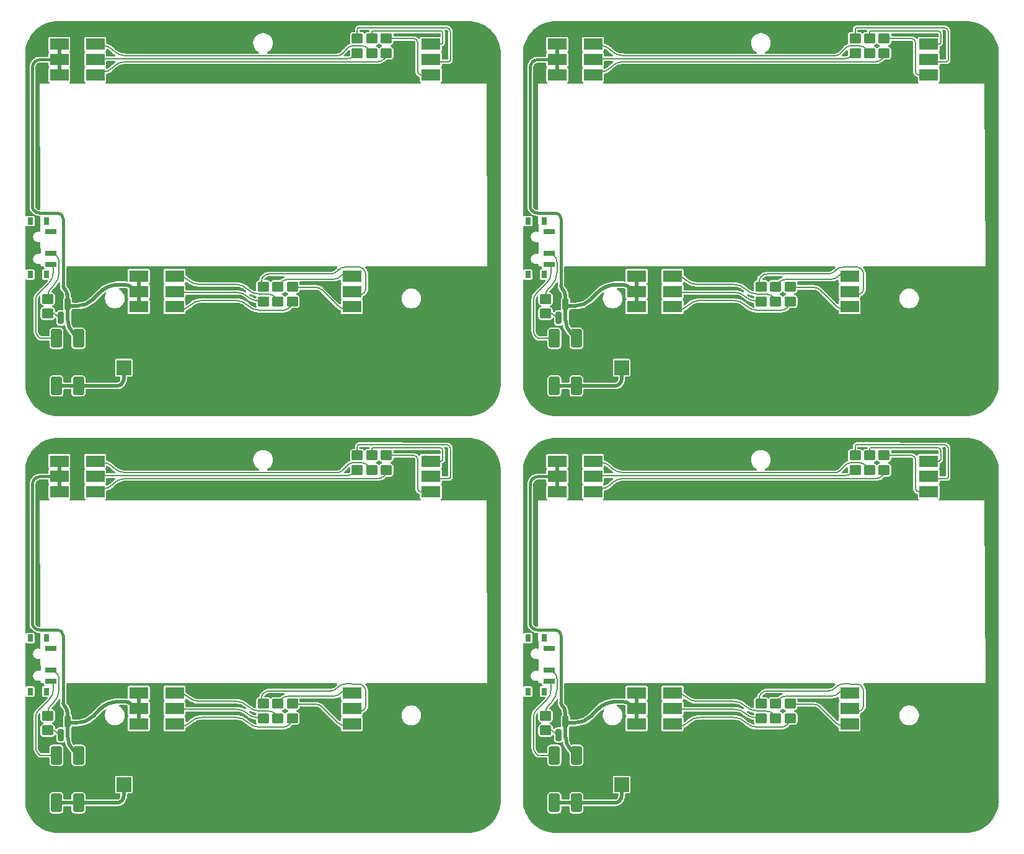
<source format=gtl>
G04 #@! TF.GenerationSoftware,KiCad,Pcbnew,8.0.3-8.0.3-0~ubuntu24.04.1*
G04 #@! TF.CreationDate,2024-07-21T14:04:27+02:00*
G04 #@! TF.ProjectId,panel,70616e65-6c2e-46b6-9963-61645f706362,rev?*
G04 #@! TF.SameCoordinates,Original*
G04 #@! TF.FileFunction,Copper,L1,Top*
G04 #@! TF.FilePolarity,Positive*
%FSLAX46Y46*%
G04 Gerber Fmt 4.6, Leading zero omitted, Abs format (unit mm)*
G04 Created by KiCad (PCBNEW 8.0.3-8.0.3-0~ubuntu24.04.1) date 2024-07-21 14:04:27*
%MOMM*%
%LPD*%
G01*
G04 APERTURE LIST*
G04 Aperture macros list*
%AMRoundRect*
0 Rectangle with rounded corners*
0 $1 Rounding radius*
0 $2 $3 $4 $5 $6 $7 $8 $9 X,Y pos of 4 corners*
0 Add a 4 corners polygon primitive as box body*
4,1,4,$2,$3,$4,$5,$6,$7,$8,$9,$2,$3,0*
0 Add four circle primitives for the rounded corners*
1,1,$1+$1,$2,$3*
1,1,$1+$1,$4,$5*
1,1,$1+$1,$6,$7*
1,1,$1+$1,$8,$9*
0 Add four rect primitives between the rounded corners*
20,1,$1+$1,$2,$3,$4,$5,0*
20,1,$1+$1,$4,$5,$6,$7,0*
20,1,$1+$1,$6,$7,$8,$9,0*
20,1,$1+$1,$8,$9,$2,$3,0*%
G04 Aperture macros list end*
G04 #@! TA.AperFunction,Conductor*
%ADD10C,0.200000*%
G04 #@! TD*
G04 #@! TA.AperFunction,SMDPad,CuDef*
%ADD11R,2.600000X1.600000*%
G04 #@! TD*
G04 #@! TA.AperFunction,SMDPad,CuDef*
%ADD12RoundRect,0.287500X0.512500X-0.402500X0.512500X0.402500X-0.512500X0.402500X-0.512500X-0.402500X0*%
G04 #@! TD*
G04 #@! TA.AperFunction,SMDPad,CuDef*
%ADD13RoundRect,0.250000X-0.500000X1.000000X-0.500000X-1.000000X0.500000X-1.000000X0.500000X1.000000X0*%
G04 #@! TD*
G04 #@! TA.AperFunction,SMDPad,CuDef*
%ADD14RoundRect,0.291666X-0.508334X0.408334X-0.508334X-0.408334X0.508334X-0.408334X0.508334X0.408334X0*%
G04 #@! TD*
G04 #@! TA.AperFunction,SMDPad,CuDef*
%ADD15RoundRect,0.200000X0.200000X-0.637500X0.200000X0.637500X-0.200000X0.637500X-0.200000X-0.637500X0*%
G04 #@! TD*
G04 #@! TA.AperFunction,ComponentPad*
%ADD16R,2.000000X2.000000*%
G04 #@! TD*
G04 #@! TA.AperFunction,ComponentPad*
%ADD17C,2.000000*%
G04 #@! TD*
G04 #@! TA.AperFunction,SMDPad,CuDef*
%ADD18RoundRect,0.291666X0.508334X-0.408334X0.508334X0.408334X-0.508334X0.408334X-0.508334X-0.408334X0*%
G04 #@! TD*
G04 #@! TA.AperFunction,SMDPad,CuDef*
%ADD19R,0.800000X1.000000*%
G04 #@! TD*
G04 #@! TA.AperFunction,SMDPad,CuDef*
%ADD20R,1.500000X0.700000*%
G04 #@! TD*
G04 #@! TA.AperFunction,Conductor*
%ADD21C,0.500000*%
G04 #@! TD*
G04 #@! TA.AperFunction,Conductor*
%ADD22C,0.400000*%
G04 #@! TD*
G04 APERTURE END LIST*
D10*
G04 #@! TO.N,Board_2-Net-(D1-KR)*
X43870000Y-61910000D02*
X44540000Y-61200000D01*
G04 #@! TO.N,Board_0-Net-(D1-KR)*
X43870000Y-4910000D02*
X44540000Y-4200000D01*
G04 #@! TO.N,Board_1-Net-(D1-KR)*
X111870000Y-4910000D02*
X112540000Y-4200000D01*
G04 #@! TO.N,Board_3-Net-(D1-KR)*
X111870000Y-61910000D02*
X112540000Y-61200000D01*
G04 #@! TD*
D11*
G04 #@! TO.P,D4,1,KB*
G04 #@! TO.N,Board_2-Net-(BT1--)*
X50025000Y-96575000D03*
G04 #@! TO.P,D4,2,KG*
X50025000Y-94475000D03*
G04 #@! TO.P,D4,3,KR*
X50025000Y-92375000D03*
G04 #@! TO.P,D4,4,AR*
G04 #@! TO.N,Board_2-Net-(D4-AR)*
X45125000Y-92375000D03*
G04 #@! TO.P,D4,5,AG*
G04 #@! TO.N,Board_2-Net-(D4-AG)*
X45125000Y-94475000D03*
G04 #@! TO.P,D4,6,AB*
G04 #@! TO.N,Board_2-Net-(D4-AB)*
X45125000Y-96575000D03*
G04 #@! TD*
D12*
G04 #@! TO.P,R3,1*
G04 #@! TO.N,Board_0-Net-(D1-KG)*
X45875000Y-4887500D03*
G04 #@! TO.P,R3,2*
G04 #@! TO.N,Board_0-Net-(D3-AG)*
X45875000Y-2887500D03*
G04 #@! TD*
D11*
G04 #@! TO.P,D1,1,KB*
G04 #@! TO.N,Board_1-Net-(D1-KB)*
X78075000Y-7875000D03*
G04 #@! TO.P,D1,2,KG*
G04 #@! TO.N,Board_1-Net-(D1-KG)*
X78075000Y-5775000D03*
G04 #@! TO.P,D1,3,KR*
G04 #@! TO.N,Board_1-Net-(D1-KR)*
X78075000Y-3675000D03*
G04 #@! TO.P,D1,4,AR*
G04 #@! TO.N,Board_1-Net-(D1-AB)*
X73175000Y-3675000D03*
G04 #@! TO.P,D1,5,AG*
X73175000Y-5775000D03*
G04 #@! TO.P,D1,6,AB*
X73175000Y-7875000D03*
G04 #@! TD*
D13*
G04 #@! TO.P,L1,1,1*
G04 #@! TO.N,Board_3-Net-(D1-AB)*
X75787500Y-100886433D03*
G04 #@! TO.P,L1,2,2*
G04 #@! TO.N,Board_3-Net-(SW1-C)*
X72787500Y-100886433D03*
G04 #@! TO.P,L1,3,3*
G04 #@! TO.N,Board_3-Net-(BT1-+)*
X72787500Y-107386433D03*
G04 #@! TO.P,L1,4,4*
X75787500Y-107386433D03*
G04 #@! TD*
D11*
G04 #@! TO.P,D2,1,KB*
G04 #@! TO.N,Board_0-Net-(D2-KB)*
X20925000Y-39575000D03*
G04 #@! TO.P,D2,2,KG*
G04 #@! TO.N,Board_0-Net-(D2-KG)*
X20925000Y-37475000D03*
G04 #@! TO.P,D2,3,KR*
G04 #@! TO.N,Board_0-Net-(D2-KR)*
X20925000Y-35375000D03*
G04 #@! TO.P,D2,4,AR*
G04 #@! TO.N,Board_0-Net-(D1-AB)*
X16025000Y-35375000D03*
G04 #@! TO.P,D2,5,AG*
X16025000Y-37475000D03*
G04 #@! TO.P,D2,6,AB*
X16025000Y-39575000D03*
G04 #@! TD*
D14*
G04 #@! TO.P,R1,1*
G04 #@! TO.N,Board_3-Net-(SW1-B)*
X71600000Y-95487500D03*
G04 #@! TO.P,R1,2*
G04 #@! TO.N,Board_3-Net-(Q1-B)*
X71600000Y-97487500D03*
G04 #@! TD*
D13*
G04 #@! TO.P,L1,1,1*
G04 #@! TO.N,Board_1-Net-(D1-AB)*
X75787500Y-43886433D03*
G04 #@! TO.P,L1,2,2*
G04 #@! TO.N,Board_1-Net-(SW1-C)*
X72787500Y-43886433D03*
G04 #@! TO.P,L1,3,3*
G04 #@! TO.N,Board_1-Net-(BT1-+)*
X72787500Y-50386433D03*
G04 #@! TO.P,L1,4,4*
X75787500Y-50386433D03*
G04 #@! TD*
D11*
G04 #@! TO.P,D4,1,KB*
G04 #@! TO.N,Board_3-Net-(BT1--)*
X118025000Y-96575000D03*
G04 #@! TO.P,D4,2,KG*
X118025000Y-94475000D03*
G04 #@! TO.P,D4,3,KR*
X118025000Y-92375000D03*
G04 #@! TO.P,D4,4,AR*
G04 #@! TO.N,Board_3-Net-(D4-AR)*
X113125000Y-92375000D03*
G04 #@! TO.P,D4,5,AG*
G04 #@! TO.N,Board_3-Net-(D4-AG)*
X113125000Y-94475000D03*
G04 #@! TO.P,D4,6,AB*
G04 #@! TO.N,Board_3-Net-(D4-AB)*
X113125000Y-96575000D03*
G04 #@! TD*
G04 #@! TO.P,D4,1,KB*
G04 #@! TO.N,Board_1-Net-(BT1--)*
X118025000Y-39575000D03*
G04 #@! TO.P,D4,2,KG*
X118025000Y-37475000D03*
G04 #@! TO.P,D4,3,KR*
X118025000Y-35375000D03*
G04 #@! TO.P,D4,4,AR*
G04 #@! TO.N,Board_1-Net-(D4-AR)*
X113125000Y-35375000D03*
G04 #@! TO.P,D4,5,AG*
G04 #@! TO.N,Board_1-Net-(D4-AG)*
X113125000Y-37475000D03*
G04 #@! TO.P,D4,6,AB*
G04 #@! TO.N,Board_1-Net-(D4-AB)*
X113125000Y-39575000D03*
G04 #@! TD*
G04 #@! TO.P,D2,1,KB*
G04 #@! TO.N,Board_2-Net-(D2-KB)*
X20925000Y-96575000D03*
G04 #@! TO.P,D2,2,KG*
G04 #@! TO.N,Board_2-Net-(D2-KG)*
X20925000Y-94475000D03*
G04 #@! TO.P,D2,3,KR*
G04 #@! TO.N,Board_2-Net-(D2-KR)*
X20925000Y-92375000D03*
G04 #@! TO.P,D2,4,AR*
G04 #@! TO.N,Board_2-Net-(D1-AB)*
X16025000Y-92375000D03*
G04 #@! TO.P,D2,5,AG*
X16025000Y-94475000D03*
G04 #@! TO.P,D2,6,AB*
X16025000Y-96575000D03*
G04 #@! TD*
G04 #@! TO.P,D3,1,KB*
G04 #@! TO.N,Board_3-Net-(BT1--)*
X128825000Y-64875000D03*
G04 #@! TO.P,D3,2,KG*
X128825000Y-62775000D03*
G04 #@! TO.P,D3,3,KR*
X128825000Y-60675000D03*
G04 #@! TO.P,D3,4,AR*
G04 #@! TO.N,Board_3-Net-(D3-AR)*
X123925000Y-60675000D03*
G04 #@! TO.P,D3,5,AG*
G04 #@! TO.N,Board_3-Net-(D3-AG)*
X123925000Y-62775000D03*
G04 #@! TO.P,D3,6,AB*
G04 #@! TO.N,Board_3-Net-(D3-AB)*
X123925000Y-64875000D03*
G04 #@! TD*
G04 #@! TO.P,D2,1,KB*
G04 #@! TO.N,Board_3-Net-(D2-KB)*
X88925000Y-96575000D03*
G04 #@! TO.P,D2,2,KG*
G04 #@! TO.N,Board_3-Net-(D2-KG)*
X88925000Y-94475000D03*
G04 #@! TO.P,D2,3,KR*
G04 #@! TO.N,Board_3-Net-(D2-KR)*
X88925000Y-92375000D03*
G04 #@! TO.P,D2,4,AR*
G04 #@! TO.N,Board_3-Net-(D1-AB)*
X84025000Y-92375000D03*
G04 #@! TO.P,D2,5,AG*
X84025000Y-94475000D03*
G04 #@! TO.P,D2,6,AB*
X84025000Y-96575000D03*
G04 #@! TD*
D15*
G04 #@! TO.P,Q1,1,B*
G04 #@! TO.N,Board_0-Net-(Q1-B)*
X5375000Y-41100000D03*
G04 #@! TO.P,Q1,2,E*
G04 #@! TO.N,Board_0-Net-(BT1--)*
X7275000Y-41100000D03*
G04 #@! TO.P,Q1,3,C*
G04 #@! TO.N,Board_0-Net-(D1-AB)*
X6325000Y-39225000D03*
G04 #@! TD*
D16*
G04 #@! TO.P,BT1,1,+*
G04 #@! TO.N,Board_3-Net-(BT1-+)*
X81987500Y-104886433D03*
D17*
G04 #@! TO.P,BT1,2,-*
G04 #@! TO.N,Board_3-Net-(BT1--)*
X126687500Y-104886433D03*
G04 #@! TD*
D13*
G04 #@! TO.P,L1,1,1*
G04 #@! TO.N,Board_2-Net-(D1-AB)*
X7787500Y-100886433D03*
G04 #@! TO.P,L1,2,2*
G04 #@! TO.N,Board_2-Net-(SW1-C)*
X4787500Y-100886433D03*
G04 #@! TO.P,L1,3,3*
G04 #@! TO.N,Board_2-Net-(BT1-+)*
X4787500Y-107386433D03*
G04 #@! TO.P,L1,4,4*
X7787500Y-107386433D03*
G04 #@! TD*
D18*
G04 #@! TO.P,R4,1*
G04 #@! TO.N,Board_0-Net-(D1-KR)*
X47850000Y-4887500D03*
G04 #@! TO.P,R4,2*
G04 #@! TO.N,Board_0-Net-(D3-AR)*
X47850000Y-2887500D03*
G04 #@! TD*
G04 #@! TO.P,R2,1*
G04 #@! TO.N,Board_3-Net-(D1-KB)*
X117825000Y-61887500D03*
G04 #@! TO.P,R2,2*
G04 #@! TO.N,Board_3-Net-(D3-AB)*
X117825000Y-59887500D03*
G04 #@! TD*
G04 #@! TO.P,R2,1*
G04 #@! TO.N,Board_2-Net-(D1-KB)*
X49825000Y-61887500D03*
G04 #@! TO.P,R2,2*
G04 #@! TO.N,Board_2-Net-(D3-AB)*
X49825000Y-59887500D03*
G04 #@! TD*
D11*
G04 #@! TO.P,D3,1,KB*
G04 #@! TO.N,Board_0-Net-(BT1--)*
X60825000Y-7875000D03*
G04 #@! TO.P,D3,2,KG*
X60825000Y-5775000D03*
G04 #@! TO.P,D3,3,KR*
X60825000Y-3675000D03*
G04 #@! TO.P,D3,4,AR*
G04 #@! TO.N,Board_0-Net-(D3-AR)*
X55925000Y-3675000D03*
G04 #@! TO.P,D3,5,AG*
G04 #@! TO.N,Board_0-Net-(D3-AG)*
X55925000Y-5775000D03*
G04 #@! TO.P,D3,6,AB*
G04 #@! TO.N,Board_0-Net-(D3-AB)*
X55925000Y-7875000D03*
G04 #@! TD*
D12*
G04 #@! TO.P,R6,1*
G04 #@! TO.N,Board_1-Net-(D2-KG)*
X101043750Y-38818750D03*
G04 #@! TO.P,R6,2*
G04 #@! TO.N,Board_1-Net-(D4-AG)*
X101043750Y-36818750D03*
G04 #@! TD*
D11*
G04 #@! TO.P,D1,1,KB*
G04 #@! TO.N,Board_3-Net-(D1-KB)*
X78075000Y-64875000D03*
G04 #@! TO.P,D1,2,KG*
G04 #@! TO.N,Board_3-Net-(D1-KG)*
X78075000Y-62775000D03*
G04 #@! TO.P,D1,3,KR*
G04 #@! TO.N,Board_3-Net-(D1-KR)*
X78075000Y-60675000D03*
G04 #@! TO.P,D1,4,AR*
G04 #@! TO.N,Board_3-Net-(D1-AB)*
X73175000Y-60675000D03*
G04 #@! TO.P,D1,5,AG*
X73175000Y-62775000D03*
G04 #@! TO.P,D1,6,AB*
X73175000Y-64875000D03*
G04 #@! TD*
D12*
G04 #@! TO.P,R6,1*
G04 #@! TO.N,Board_2-Net-(D2-KG)*
X33043750Y-95818750D03*
G04 #@! TO.P,R6,2*
G04 #@! TO.N,Board_2-Net-(D4-AG)*
X33043750Y-93818750D03*
G04 #@! TD*
D15*
G04 #@! TO.P,Q1,1,B*
G04 #@! TO.N,Board_1-Net-(Q1-B)*
X73375000Y-41100000D03*
G04 #@! TO.P,Q1,2,E*
G04 #@! TO.N,Board_1-Net-(BT1--)*
X75275000Y-41100000D03*
G04 #@! TO.P,Q1,3,C*
G04 #@! TO.N,Board_1-Net-(D1-AB)*
X74325000Y-39225000D03*
G04 #@! TD*
D18*
G04 #@! TO.P,R7,1*
G04 #@! TO.N,Board_3-Net-(D2-KR)*
X103018750Y-95818750D03*
G04 #@! TO.P,R7,2*
G04 #@! TO.N,Board_3-Net-(D4-AR)*
X103018750Y-93818750D03*
G04 #@! TD*
D12*
G04 #@! TO.P,R3,1*
G04 #@! TO.N,Board_3-Net-(D1-KG)*
X113875000Y-61887500D03*
G04 #@! TO.P,R3,2*
G04 #@! TO.N,Board_3-Net-(D3-AG)*
X113875000Y-59887500D03*
G04 #@! TD*
G04 #@! TO.P,R6,1*
G04 #@! TO.N,Board_0-Net-(D2-KG)*
X33043750Y-38818750D03*
G04 #@! TO.P,R6,2*
G04 #@! TO.N,Board_0-Net-(D4-AG)*
X33043750Y-36818750D03*
G04 #@! TD*
D18*
G04 #@! TO.P,R7,1*
G04 #@! TO.N,Board_2-Net-(D2-KR)*
X35018750Y-95818750D03*
G04 #@! TO.P,R7,2*
G04 #@! TO.N,Board_2-Net-(D4-AR)*
X35018750Y-93818750D03*
G04 #@! TD*
D16*
G04 #@! TO.P,BT1,1,+*
G04 #@! TO.N,Board_0-Net-(BT1-+)*
X13987500Y-47886433D03*
D17*
G04 #@! TO.P,BT1,2,-*
G04 #@! TO.N,Board_0-Net-(BT1--)*
X58687500Y-47886433D03*
G04 #@! TD*
D19*
G04 #@! TO.P,SW1,*
G04 #@! TO.N,*
X3392500Y-27861433D03*
X1182500Y-27861433D03*
X3392500Y-35161433D03*
X1182500Y-35161433D03*
D20*
G04 #@! TO.P,SW1,1,A*
G04 #@! TO.N,Board_0-unconnected-(SW1-A-Pad1)*
X4042500Y-29261433D03*
G04 #@! TO.P,SW1,2,B*
G04 #@! TO.N,Board_0-Net-(SW1-B)*
X4042500Y-32261433D03*
G04 #@! TO.P,SW1,3,C*
G04 #@! TO.N,Board_0-Net-(SW1-C)*
X4042500Y-33761433D03*
G04 #@! TD*
D12*
G04 #@! TO.P,R3,1*
G04 #@! TO.N,Board_2-Net-(D1-KG)*
X45875000Y-61887500D03*
G04 #@! TO.P,R3,2*
G04 #@! TO.N,Board_2-Net-(D3-AG)*
X45875000Y-59887500D03*
G04 #@! TD*
D15*
G04 #@! TO.P,Q1,1,B*
G04 #@! TO.N,Board_2-Net-(Q1-B)*
X5375000Y-98100000D03*
G04 #@! TO.P,Q1,2,E*
G04 #@! TO.N,Board_2-Net-(BT1--)*
X7275000Y-98100000D03*
G04 #@! TO.P,Q1,3,C*
G04 #@! TO.N,Board_2-Net-(D1-AB)*
X6325000Y-96225000D03*
G04 #@! TD*
D18*
G04 #@! TO.P,R5,1*
G04 #@! TO.N,Board_3-Net-(D2-KB)*
X104993750Y-95818750D03*
G04 #@! TO.P,R5,2*
G04 #@! TO.N,Board_3-Net-(D4-AB)*
X104993750Y-93818750D03*
G04 #@! TD*
G04 #@! TO.P,R5,1*
G04 #@! TO.N,Board_2-Net-(D2-KB)*
X36993750Y-95818750D03*
G04 #@! TO.P,R5,2*
G04 #@! TO.N,Board_2-Net-(D4-AB)*
X36993750Y-93818750D03*
G04 #@! TD*
G04 #@! TO.P,R2,1*
G04 #@! TO.N,Board_1-Net-(D1-KB)*
X117825000Y-4887500D03*
G04 #@! TO.P,R2,2*
G04 #@! TO.N,Board_1-Net-(D3-AB)*
X117825000Y-2887500D03*
G04 #@! TD*
D12*
G04 #@! TO.P,R3,1*
G04 #@! TO.N,Board_1-Net-(D1-KG)*
X113875000Y-4887500D03*
G04 #@! TO.P,R3,2*
G04 #@! TO.N,Board_1-Net-(D3-AG)*
X113875000Y-2887500D03*
G04 #@! TD*
D16*
G04 #@! TO.P,BT1,1,+*
G04 #@! TO.N,Board_2-Net-(BT1-+)*
X13987500Y-104886433D03*
D17*
G04 #@! TO.P,BT1,2,-*
G04 #@! TO.N,Board_2-Net-(BT1--)*
X58687500Y-104886433D03*
G04 #@! TD*
D18*
G04 #@! TO.P,R5,1*
G04 #@! TO.N,Board_0-Net-(D2-KB)*
X36993750Y-38818750D03*
G04 #@! TO.P,R5,2*
G04 #@! TO.N,Board_0-Net-(D4-AB)*
X36993750Y-36818750D03*
G04 #@! TD*
G04 #@! TO.P,R7,1*
G04 #@! TO.N,Board_1-Net-(D2-KR)*
X103018750Y-38818750D03*
G04 #@! TO.P,R7,2*
G04 #@! TO.N,Board_1-Net-(D4-AR)*
X103018750Y-36818750D03*
G04 #@! TD*
D19*
G04 #@! TO.P,SW1,*
G04 #@! TO.N,*
X71392500Y-27861433D03*
X69182500Y-27861433D03*
X71392500Y-35161433D03*
X69182500Y-35161433D03*
D20*
G04 #@! TO.P,SW1,1,A*
G04 #@! TO.N,Board_1-unconnected-(SW1-A-Pad1)*
X72042500Y-29261433D03*
G04 #@! TO.P,SW1,2,B*
G04 #@! TO.N,Board_1-Net-(SW1-B)*
X72042500Y-32261433D03*
G04 #@! TO.P,SW1,3,C*
G04 #@! TO.N,Board_1-Net-(SW1-C)*
X72042500Y-33761433D03*
G04 #@! TD*
D18*
G04 #@! TO.P,R4,1*
G04 #@! TO.N,Board_2-Net-(D1-KR)*
X47850000Y-61887500D03*
G04 #@! TO.P,R4,2*
G04 #@! TO.N,Board_2-Net-(D3-AR)*
X47850000Y-59887500D03*
G04 #@! TD*
G04 #@! TO.P,R7,1*
G04 #@! TO.N,Board_0-Net-(D2-KR)*
X35018750Y-38818750D03*
G04 #@! TO.P,R7,2*
G04 #@! TO.N,Board_0-Net-(D4-AR)*
X35018750Y-36818750D03*
G04 #@! TD*
D11*
G04 #@! TO.P,D3,1,KB*
G04 #@! TO.N,Board_2-Net-(BT1--)*
X60825000Y-64875000D03*
G04 #@! TO.P,D3,2,KG*
X60825000Y-62775000D03*
G04 #@! TO.P,D3,3,KR*
X60825000Y-60675000D03*
G04 #@! TO.P,D3,4,AR*
G04 #@! TO.N,Board_2-Net-(D3-AR)*
X55925000Y-60675000D03*
G04 #@! TO.P,D3,5,AG*
G04 #@! TO.N,Board_2-Net-(D3-AG)*
X55925000Y-62775000D03*
G04 #@! TO.P,D3,6,AB*
G04 #@! TO.N,Board_2-Net-(D3-AB)*
X55925000Y-64875000D03*
G04 #@! TD*
D18*
G04 #@! TO.P,R5,1*
G04 #@! TO.N,Board_1-Net-(D2-KB)*
X104993750Y-38818750D03*
G04 #@! TO.P,R5,2*
G04 #@! TO.N,Board_1-Net-(D4-AB)*
X104993750Y-36818750D03*
G04 #@! TD*
D11*
G04 #@! TO.P,D1,1,KB*
G04 #@! TO.N,Board_0-Net-(D1-KB)*
X10075000Y-7875000D03*
G04 #@! TO.P,D1,2,KG*
G04 #@! TO.N,Board_0-Net-(D1-KG)*
X10075000Y-5775000D03*
G04 #@! TO.P,D1,3,KR*
G04 #@! TO.N,Board_0-Net-(D1-KR)*
X10075000Y-3675000D03*
G04 #@! TO.P,D1,4,AR*
G04 #@! TO.N,Board_0-Net-(D1-AB)*
X5175000Y-3675000D03*
G04 #@! TO.P,D1,5,AG*
X5175000Y-5775000D03*
G04 #@! TO.P,D1,6,AB*
X5175000Y-7875000D03*
G04 #@! TD*
D14*
G04 #@! TO.P,R1,1*
G04 #@! TO.N,Board_2-Net-(SW1-B)*
X3600000Y-95487500D03*
G04 #@! TO.P,R1,2*
G04 #@! TO.N,Board_2-Net-(Q1-B)*
X3600000Y-97487500D03*
G04 #@! TD*
D15*
G04 #@! TO.P,Q1,1,B*
G04 #@! TO.N,Board_3-Net-(Q1-B)*
X73375000Y-98100000D03*
G04 #@! TO.P,Q1,2,E*
G04 #@! TO.N,Board_3-Net-(BT1--)*
X75275000Y-98100000D03*
G04 #@! TO.P,Q1,3,C*
G04 #@! TO.N,Board_3-Net-(D1-AB)*
X74325000Y-96225000D03*
G04 #@! TD*
D18*
G04 #@! TO.P,R4,1*
G04 #@! TO.N,Board_1-Net-(D1-KR)*
X115850000Y-4887500D03*
G04 #@! TO.P,R4,2*
G04 #@! TO.N,Board_1-Net-(D3-AR)*
X115850000Y-2887500D03*
G04 #@! TD*
D19*
G04 #@! TO.P,SW1,*
G04 #@! TO.N,*
X3392500Y-84861433D03*
X1182500Y-84861433D03*
X3392500Y-92161433D03*
X1182500Y-92161433D03*
D20*
G04 #@! TO.P,SW1,1,A*
G04 #@! TO.N,Board_2-unconnected-(SW1-A-Pad1)*
X4042500Y-86261433D03*
G04 #@! TO.P,SW1,2,B*
G04 #@! TO.N,Board_2-Net-(SW1-B)*
X4042500Y-89261433D03*
G04 #@! TO.P,SW1,3,C*
G04 #@! TO.N,Board_2-Net-(SW1-C)*
X4042500Y-90761433D03*
G04 #@! TD*
D14*
G04 #@! TO.P,R1,1*
G04 #@! TO.N,Board_1-Net-(SW1-B)*
X71600000Y-38487500D03*
G04 #@! TO.P,R1,2*
G04 #@! TO.N,Board_1-Net-(Q1-B)*
X71600000Y-40487500D03*
G04 #@! TD*
D12*
G04 #@! TO.P,R6,1*
G04 #@! TO.N,Board_3-Net-(D2-KG)*
X101043750Y-95818750D03*
G04 #@! TO.P,R6,2*
G04 #@! TO.N,Board_3-Net-(D4-AG)*
X101043750Y-93818750D03*
G04 #@! TD*
D19*
G04 #@! TO.P,SW1,*
G04 #@! TO.N,*
X71392500Y-84861433D03*
X69182500Y-84861433D03*
X71392500Y-92161433D03*
X69182500Y-92161433D03*
D20*
G04 #@! TO.P,SW1,1,A*
G04 #@! TO.N,Board_3-unconnected-(SW1-A-Pad1)*
X72042500Y-86261433D03*
G04 #@! TO.P,SW1,2,B*
G04 #@! TO.N,Board_3-Net-(SW1-B)*
X72042500Y-89261433D03*
G04 #@! TO.P,SW1,3,C*
G04 #@! TO.N,Board_3-Net-(SW1-C)*
X72042500Y-90761433D03*
G04 #@! TD*
D11*
G04 #@! TO.P,D2,1,KB*
G04 #@! TO.N,Board_1-Net-(D2-KB)*
X88925000Y-39575000D03*
G04 #@! TO.P,D2,2,KG*
G04 #@! TO.N,Board_1-Net-(D2-KG)*
X88925000Y-37475000D03*
G04 #@! TO.P,D2,3,KR*
G04 #@! TO.N,Board_1-Net-(D2-KR)*
X88925000Y-35375000D03*
G04 #@! TO.P,D2,4,AR*
G04 #@! TO.N,Board_1-Net-(D1-AB)*
X84025000Y-35375000D03*
G04 #@! TO.P,D2,5,AG*
X84025000Y-37475000D03*
G04 #@! TO.P,D2,6,AB*
X84025000Y-39575000D03*
G04 #@! TD*
G04 #@! TO.P,D4,1,KB*
G04 #@! TO.N,Board_0-Net-(BT1--)*
X50025000Y-39575000D03*
G04 #@! TO.P,D4,2,KG*
X50025000Y-37475000D03*
G04 #@! TO.P,D4,3,KR*
X50025000Y-35375000D03*
G04 #@! TO.P,D4,4,AR*
G04 #@! TO.N,Board_0-Net-(D4-AR)*
X45125000Y-35375000D03*
G04 #@! TO.P,D4,5,AG*
G04 #@! TO.N,Board_0-Net-(D4-AG)*
X45125000Y-37475000D03*
G04 #@! TO.P,D4,6,AB*
G04 #@! TO.N,Board_0-Net-(D4-AB)*
X45125000Y-39575000D03*
G04 #@! TD*
D16*
G04 #@! TO.P,BT1,1,+*
G04 #@! TO.N,Board_1-Net-(BT1-+)*
X81987500Y-47886433D03*
D17*
G04 #@! TO.P,BT1,2,-*
G04 #@! TO.N,Board_1-Net-(BT1--)*
X126687500Y-47886433D03*
G04 #@! TD*
D18*
G04 #@! TO.P,R2,1*
G04 #@! TO.N,Board_0-Net-(D1-KB)*
X49825000Y-4887500D03*
G04 #@! TO.P,R2,2*
G04 #@! TO.N,Board_0-Net-(D3-AB)*
X49825000Y-2887500D03*
G04 #@! TD*
D11*
G04 #@! TO.P,D3,1,KB*
G04 #@! TO.N,Board_1-Net-(BT1--)*
X128825000Y-7875000D03*
G04 #@! TO.P,D3,2,KG*
X128825000Y-5775000D03*
G04 #@! TO.P,D3,3,KR*
X128825000Y-3675000D03*
G04 #@! TO.P,D3,4,AR*
G04 #@! TO.N,Board_1-Net-(D3-AR)*
X123925000Y-3675000D03*
G04 #@! TO.P,D3,5,AG*
G04 #@! TO.N,Board_1-Net-(D3-AG)*
X123925000Y-5775000D03*
G04 #@! TO.P,D3,6,AB*
G04 #@! TO.N,Board_1-Net-(D3-AB)*
X123925000Y-7875000D03*
G04 #@! TD*
D18*
G04 #@! TO.P,R4,1*
G04 #@! TO.N,Board_3-Net-(D1-KR)*
X115850000Y-61887500D03*
G04 #@! TO.P,R4,2*
G04 #@! TO.N,Board_3-Net-(D3-AR)*
X115850000Y-59887500D03*
G04 #@! TD*
D11*
G04 #@! TO.P,D1,1,KB*
G04 #@! TO.N,Board_2-Net-(D1-KB)*
X10075000Y-64875000D03*
G04 #@! TO.P,D1,2,KG*
G04 #@! TO.N,Board_2-Net-(D1-KG)*
X10075000Y-62775000D03*
G04 #@! TO.P,D1,3,KR*
G04 #@! TO.N,Board_2-Net-(D1-KR)*
X10075000Y-60675000D03*
G04 #@! TO.P,D1,4,AR*
G04 #@! TO.N,Board_2-Net-(D1-AB)*
X5175000Y-60675000D03*
G04 #@! TO.P,D1,5,AG*
X5175000Y-62775000D03*
G04 #@! TO.P,D1,6,AB*
X5175000Y-64875000D03*
G04 #@! TD*
D14*
G04 #@! TO.P,R1,1*
G04 #@! TO.N,Board_0-Net-(SW1-B)*
X3600000Y-38487500D03*
G04 #@! TO.P,R1,2*
G04 #@! TO.N,Board_0-Net-(Q1-B)*
X3600000Y-40487500D03*
G04 #@! TD*
D13*
G04 #@! TO.P,L1,1,1*
G04 #@! TO.N,Board_0-Net-(D1-AB)*
X7787500Y-43886433D03*
G04 #@! TO.P,L1,2,2*
G04 #@! TO.N,Board_0-Net-(SW1-C)*
X4787500Y-43886433D03*
G04 #@! TO.P,L1,3,3*
G04 #@! TO.N,Board_0-Net-(BT1-+)*
X4787500Y-50386433D03*
G04 #@! TO.P,L1,4,4*
X7787500Y-50386433D03*
G04 #@! TD*
D21*
G04 #@! TO.N,Board_0-Net-(BT1-+)*
X13987500Y-49406668D02*
X13987500Y-47886433D01*
X7787500Y-50386433D02*
X4787500Y-50386433D01*
X13007735Y-50386433D02*
X7787500Y-50386433D01*
X13987500Y-49406668D02*
G75*
G02*
X13700557Y-50099490I-979800J-32D01*
G01*
X13700533Y-50099466D02*
G75*
G02*
X13007735Y-50386466I-692833J692766D01*
G01*
G04 #@! TO.N,Board_0-Net-(D1-AB)*
X6325000Y-41389789D02*
X6325000Y-39450000D01*
D10*
X1777162Y-26452162D02*
X1800000Y-26475000D01*
D21*
X16025000Y-39575000D02*
X16025000Y-35375000D01*
D22*
X2625000Y-5775000D02*
X4690381Y-5775000D01*
D21*
X14134314Y-36550000D02*
X13225000Y-36550000D01*
D22*
X1500570Y-6859619D02*
X1500570Y-25979989D01*
D21*
X10711541Y-37597487D02*
X9772649Y-38544544D01*
D22*
X1638866Y-26313866D02*
X1777162Y-26452162D01*
D21*
X16875000Y-37350000D02*
X16065685Y-37350000D01*
X7600000Y-39450000D02*
X6325000Y-39450000D01*
X7056250Y-43155183D02*
X7787500Y-43886433D01*
X6275000Y-37956323D02*
X6275000Y-39443676D01*
D22*
X5700000Y-36662876D02*
X5700000Y-27575000D01*
D21*
X5175000Y-7875000D02*
X5175000Y-3675000D01*
D22*
X4981801Y-26750000D02*
X2463908Y-26750000D01*
X5475000Y-26975000D02*
G75*
G03*
X4931801Y-26749999I-543200J-543200D01*
G01*
X5700000Y-27518198D02*
G75*
G03*
X5474999Y-26975001I-768200J-2D01*
G01*
D21*
X7600000Y-39450000D02*
G75*
G03*
X9772655Y-38544550I0J3059400D01*
G01*
X7056250Y-43155183D02*
G75*
G02*
X6324995Y-41389789I1765350J1765383D01*
G01*
X15100000Y-36950000D02*
G75*
G03*
X14134314Y-36549994I-965700J-965700D01*
G01*
D22*
X1500570Y-25979989D02*
G75*
G03*
X1638870Y-26313862I472130J-11D01*
G01*
D21*
X15100000Y-36950000D02*
G75*
G03*
X16065685Y-37350006I965700J965700D01*
G01*
D22*
X2584619Y-5775000D02*
G75*
G03*
X1799994Y-6099994I-19J-1109600D01*
G01*
X1500570Y-6859619D02*
G75*
G02*
X1824987Y-6074987I1107630J1419D01*
G01*
X2463908Y-26750000D02*
G75*
G02*
X1799997Y-26475003I-8J938900D01*
G01*
D21*
X10711541Y-37597487D02*
G75*
G02*
X13225000Y-36550005I2513459J-2491813D01*
G01*
X6262500Y-38025147D02*
G75*
G03*
X5900015Y-37149985I-1237600J47D01*
G01*
X5850000Y-37100000D02*
G75*
G02*
X5700013Y-36737876I362100J362100D01*
G01*
D10*
G04 #@! TO.N,Board_0-Net-(D1-KB)*
X12359359Y-6940641D02*
X12550000Y-6750000D01*
X48715380Y-6050000D02*
X14239949Y-6050000D01*
X10409314Y-7450000D02*
X11129657Y-7450000D01*
X49612867Y-5612132D02*
X49499999Y-5724999D01*
X49825000Y-4800000D02*
X49825000Y-5100000D01*
X12550000Y-6750000D02*
G75*
G02*
X14239949Y-6049979I1690000J-1690000D01*
G01*
X49825000Y-5100000D02*
G75*
G02*
X49612875Y-5612140I-724300J0D01*
G01*
X49499999Y-5724999D02*
G75*
G02*
X48715380Y-6049991I-784599J784599D01*
G01*
X11129657Y-7450000D02*
G75*
G03*
X12359388Y-6940670I43J1739100D01*
G01*
G04 #@! TO.N,Board_0-Net-(D1-KG)*
X45450000Y-5225000D02*
X45875000Y-4800000D01*
X44423959Y-5650000D02*
X10944974Y-5650000D01*
X44423959Y-5650000D02*
G75*
G03*
X45450012Y-5225012I41J1451000D01*
G01*
G04 #@! TO.N,Board_0-Net-(D1-KR)*
X10409314Y-3850000D02*
X11129657Y-3850000D01*
X12359359Y-4359359D02*
X12550000Y-4550000D01*
X47263794Y-4213794D02*
X47850000Y-4800000D01*
X14239949Y-5250000D02*
X43078928Y-5250000D01*
X46476050Y-3887500D02*
X45330392Y-3887500D01*
X45317744Y-3883706D02*
G75*
G03*
X44529987Y-4209987I-44J-1113994D01*
G01*
X46476050Y-3887500D02*
G75*
G02*
X47263811Y-4213777I50J-1114000D01*
G01*
X11129657Y-3850000D02*
G75*
G02*
X12359388Y-4359330I43J-1739100D01*
G01*
X43078928Y-5250000D02*
G75*
G03*
X43859989Y-4926452I-28J1104600D01*
G01*
X12550000Y-4550000D02*
G75*
G03*
X14239949Y-5250021I1690000J1690000D01*
G01*
G04 #@! TO.N,Board_0-Net-(D2-KB)*
X35670742Y-40056250D02*
X32548344Y-40056250D01*
X36993750Y-38731250D02*
X36993750Y-39006250D01*
X36799295Y-39475704D02*
X36606249Y-39668749D01*
X29289155Y-38706250D02*
X24675000Y-38700000D01*
X36606249Y-39668749D02*
G75*
G02*
X35670742Y-40056266I-935549J935549D01*
G01*
X23045406Y-39375000D02*
G75*
G02*
X24675000Y-38700002I1629594J-1629600D01*
G01*
X36993750Y-39006250D02*
G75*
G02*
X36799279Y-39475688I-663950J50D01*
G01*
X23045406Y-39375000D02*
G75*
G02*
X21415811Y-40050007I-1629606J1629600D01*
G01*
X32548344Y-40056250D02*
G75*
G02*
X30918737Y-39381263I-44J2304550D01*
G01*
X30918750Y-39381250D02*
G75*
G03*
X29289155Y-38706268I-1629550J-1629550D01*
G01*
G04 #@! TO.N,Board_0-Net-(D2-KG)*
X32214245Y-38731250D02*
X33043750Y-38731250D01*
X29498254Y-37606250D02*
X20718750Y-37606250D01*
X32214245Y-38731250D02*
G75*
G02*
X30856237Y-38168763I-45J1920450D01*
G01*
X29498254Y-37606250D02*
G75*
G02*
X30856263Y-38168737I46J-1920450D01*
G01*
G04 #@! TO.N,Board_0-Net-(D2-KR)*
X29289155Y-36506250D02*
X24279594Y-36500000D01*
X33610000Y-37820000D02*
X32472900Y-37825000D01*
X22650000Y-35825000D02*
G75*
G03*
X21020405Y-35149998I-1629600J-1629600D01*
G01*
X34825054Y-38323250D02*
G75*
G03*
X33610000Y-37819986I-1215054J-1215150D01*
G01*
X32472900Y-37825000D02*
G75*
G02*
X30918750Y-37181250I0J2197900D01*
G01*
X24279594Y-36500000D02*
G75*
G02*
X22650002Y-35824998I6J2304600D01*
G01*
X30918750Y-37181250D02*
G75*
G03*
X29289155Y-36506268I-1629550J-1629550D01*
G01*
G04 #@! TO.N,Board_0-Net-(D3-AB)*
X54100000Y-3400000D02*
X54100000Y-7375000D01*
X55000000Y-7875000D02*
X55925000Y-7875000D01*
X49825000Y-2887500D02*
X53586961Y-2887870D01*
X54250906Y-7737130D02*
G75*
G03*
X54613039Y-7887104I362094J362130D01*
G01*
X53949094Y-3037870D02*
G75*
G02*
X54100010Y-3400000I-364294J-364330D01*
G01*
X53586961Y-2887870D02*
G75*
G02*
X53949113Y-3037851I39J-512130D01*
G01*
X54100000Y-7375000D02*
G75*
G03*
X54250913Y-7737123I515200J2200D01*
G01*
G04 #@! TO.N,Board_0-Net-(D3-AG)*
X58090000Y-1420000D02*
X46050000Y-1419290D01*
X56938908Y-6050000D02*
X57575000Y-6050000D01*
X58603860Y-5825000D02*
X58590906Y-1982130D01*
X45879290Y-1640710D02*
X45875000Y-2975000D01*
X58350000Y-6050000D02*
X57581067Y-6050000D01*
X45929290Y-1469290D02*
G75*
G03*
X45879290Y-1590000I120710J-120710D01*
G01*
X46050000Y-1419290D02*
G75*
G03*
X45929290Y-1469290I0J-170710D01*
G01*
X58531067Y-5975000D02*
G75*
G03*
X58605633Y-5793934I-179967J180000D01*
G01*
X56275000Y-5775000D02*
G75*
G03*
X56938908Y-6049996I663900J663900D01*
G01*
X58531067Y-5975000D02*
G75*
G02*
X58350000Y-6049991I-181067J181100D01*
G01*
X56275000Y-5775000D02*
G75*
G02*
X56000004Y-5111091I663900J663900D01*
G01*
X58593039Y-1932130D02*
G75*
G03*
X58442149Y-1569984I-515239J-2170D01*
G01*
X58442133Y-1570000D02*
G75*
G03*
X58080000Y-1419990I-362133J-362100D01*
G01*
G04 #@! TO.N,Board_0-Net-(D3-AR)*
X48034727Y-1860000D02*
X57265273Y-1860000D01*
X57555613Y-3418934D02*
X57555613Y-2165024D01*
X57300000Y-3675000D02*
X56531067Y-3675000D01*
X47839290Y-2030710D02*
X47850000Y-2975000D01*
X57481067Y-3600000D02*
G75*
G02*
X57300000Y-3674991I-181067J181100D01*
G01*
X57481067Y-3600000D02*
G75*
G03*
X57555633Y-3418934I-179967J180000D01*
G01*
X57551819Y-2161230D02*
G75*
G03*
X57462504Y-1949996I-305019J-4470D01*
G01*
X47839290Y-2030710D02*
G75*
G02*
X47889285Y-1909995I170710J10D01*
G01*
X55103768Y-2975000D02*
G75*
G02*
X55737509Y-3237491I32J-896200D01*
G01*
X56000000Y-3871231D02*
G75*
G03*
X55737509Y-3237491I-896200J31D01*
G01*
X57251256Y-1862500D02*
G75*
G02*
X57462513Y-1949987I44J-298700D01*
G01*
X48010000Y-1860000D02*
G75*
G03*
X47889292Y-1910002I0J-170700D01*
G01*
G04 #@! TO.N,Board_0-Net-(D4-AB)*
X41114478Y-37289478D02*
X43300000Y-39475000D01*
X40175000Y-36906250D02*
X36993750Y-36906250D01*
X41110477Y-37289478D02*
X41114478Y-37289478D01*
X41110477Y-37289478D02*
G75*
G03*
X40174970Y-36902004I-935477J-935522D01*
G01*
X43325000Y-39500000D02*
G75*
G03*
X44260507Y-39887497I935500J935500D01*
G01*
G04 #@! TO.N,Board_0-Net-(D4-AG)*
X32800000Y-36575000D02*
X32800000Y-35932843D01*
X33043750Y-36818750D02*
X32800000Y-36575000D01*
X32800000Y-35932843D02*
X32783579Y-35916422D01*
X33043750Y-36706250D02*
X33043750Y-36906250D01*
X46200000Y-34139493D02*
X44224003Y-34137499D01*
X42273762Y-35075000D02*
X33763496Y-35075000D01*
X32925000Y-35575000D02*
X33108578Y-35391421D01*
X47050000Y-37132246D02*
X47050000Y-35267753D01*
X43319041Y-34494454D02*
X43125995Y-34687499D01*
X46850000Y-37594745D02*
G75*
G02*
X45914493Y-37982229I-935500J935545D01*
G01*
X47050000Y-37132246D02*
G75*
G02*
X46855521Y-37601676I-663900J46D01*
G01*
X46662499Y-34339493D02*
G75*
G02*
X47050001Y-35275000I-935499J-935507D01*
G01*
X32925000Y-35575000D02*
G75*
G03*
X32783587Y-35916422I341400J-341400D01*
G01*
X33108578Y-35391421D02*
G75*
G02*
X33893198Y-35066407I784622J-784579D01*
G01*
X43125995Y-34687499D02*
G75*
G02*
X42190488Y-35074993I-935495J935499D01*
G01*
X46669454Y-34333948D02*
G75*
G03*
X46200000Y-34139493I-469454J-469452D01*
G01*
X43288496Y-34525000D02*
G75*
G02*
X44224003Y-34137500I935504J-935500D01*
G01*
G04 #@! TO.N,Board_0-Net-(D4-AR)*
X35302805Y-36406250D02*
X34796555Y-36912500D01*
X36530000Y-35800000D02*
X42664746Y-35800000D01*
X43771523Y-35216955D02*
X43578477Y-35410000D01*
X43740978Y-35247501D02*
G75*
G02*
X44676485Y-34859988I935522J-935499D01*
G01*
X36540000Y-35800000D02*
G75*
G03*
X35317814Y-36306259I0J-1728400D01*
G01*
X43578477Y-35410000D02*
G75*
G02*
X42642970Y-35797481I-935477J935500D01*
G01*
G04 #@! TO.N,Board_0-Net-(Q1-B)*
X4750520Y-40700520D02*
X5375000Y-41325000D01*
X4025000Y-40400000D02*
X3600000Y-40400000D01*
X4750520Y-40700520D02*
G75*
G03*
X4025000Y-40399988I-725520J-725480D01*
G01*
G04 #@! TO.N,Board_0-Net-(SW1-B)*
X4242500Y-32261433D02*
X4042500Y-32261433D01*
X3600000Y-38025000D02*
X3600000Y-38575000D01*
X5150000Y-34828984D02*
X5150000Y-33469211D01*
X3988908Y-37086091D02*
X4375000Y-36700000D01*
X4583921Y-32402854D02*
X4796250Y-32615183D01*
X4583921Y-32402854D02*
G75*
G03*
X4242500Y-32261440I-341421J-341446D01*
G01*
X5150000Y-33469211D02*
G75*
G03*
X4796260Y-32615173I-1207800J11D01*
G01*
X5150000Y-34828984D02*
G75*
G02*
X4375005Y-36700005I-2646000J-16D01*
G01*
X3988908Y-37086091D02*
G75*
G03*
X3599994Y-38025000I938892J-938909D01*
G01*
G04 #@! TO.N,Board_0-Net-(SW1-C)*
X1950000Y-38654721D02*
X1950000Y-42833058D01*
X2727542Y-37326390D02*
X2339466Y-37714466D01*
X3773330Y-36276669D02*
X2730323Y-37319676D01*
X4350000Y-34286368D02*
X4350000Y-34884466D01*
X2598160Y-43886433D02*
X4787500Y-43886433D01*
X4196250Y-33915183D02*
X4362500Y-34081433D01*
X2262500Y-43587500D02*
X2568216Y-43893216D01*
X2581783Y-43893216D02*
G75*
G02*
X2598160Y-43886406I16417J-16384D01*
G01*
X2262500Y-43587500D02*
G75*
G02*
X1950017Y-42833058I754400J754400D01*
G01*
X2728933Y-37323033D02*
G75*
G02*
X2727523Y-37326371I-4733J33D01*
G01*
X3773330Y-36276669D02*
G75*
G03*
X4349967Y-34884466I-1392230J1392169D01*
G01*
X4350000Y-34286368D02*
G75*
G03*
X4196227Y-33915206I-524900J-32D01*
G01*
X1950000Y-38654721D02*
G75*
G02*
X2339460Y-37714460I1329700J21D01*
G01*
X4196250Y-33915183D02*
X4196250Y-33915183D01*
X2581783Y-43893216D02*
G75*
G02*
X2568216Y-43893216I-6783J6786D01*
G01*
X2728933Y-37323033D02*
G75*
G02*
X2730303Y-37319656I4767J33D01*
G01*
D21*
G04 #@! TO.N,Board_1-Net-(BT1-+)*
X81987500Y-49406668D02*
X81987500Y-47886433D01*
X81007735Y-50386433D02*
X75787500Y-50386433D01*
X75787500Y-50386433D02*
X72787500Y-50386433D01*
X81987500Y-49406668D02*
G75*
G02*
X81700557Y-50099490I-979800J-32D01*
G01*
X81700533Y-50099466D02*
G75*
G02*
X81007735Y-50386466I-692833J692766D01*
G01*
G04 #@! TO.N,Board_1-Net-(D1-AB)*
X75600000Y-39450000D02*
X74325000Y-39450000D01*
D22*
X73700000Y-36662876D02*
X73700000Y-27575000D01*
D21*
X78711541Y-37597487D02*
X77772649Y-38544544D01*
D22*
X69500570Y-6859619D02*
X69500570Y-25979989D01*
D21*
X84875000Y-37350000D02*
X84065685Y-37350000D01*
X84025000Y-39575000D02*
X84025000Y-35375000D01*
X74325000Y-41389789D02*
X74325000Y-39450000D01*
X75056250Y-43155183D02*
X75787500Y-43886433D01*
D10*
X69777162Y-26452162D02*
X69800000Y-26475000D01*
D22*
X72981801Y-26750000D02*
X70463908Y-26750000D01*
D21*
X82134314Y-36550000D02*
X81225000Y-36550000D01*
X73175000Y-7875000D02*
X73175000Y-3675000D01*
D22*
X69638866Y-26313866D02*
X69777162Y-26452162D01*
X70625000Y-5775000D02*
X72690381Y-5775000D01*
D21*
X74275000Y-37956323D02*
X74275000Y-39443676D01*
D22*
X70463908Y-26750000D02*
G75*
G02*
X69799997Y-26475003I-8J938900D01*
G01*
D21*
X73850000Y-37100000D02*
G75*
G02*
X73700013Y-36737876I362100J362100D01*
G01*
D22*
X70584619Y-5775000D02*
G75*
G03*
X69799994Y-6099994I-19J-1109600D01*
G01*
D21*
X75056250Y-43155183D02*
G75*
G02*
X74324995Y-41389789I1765350J1765383D01*
G01*
X74262500Y-38025147D02*
G75*
G03*
X73900015Y-37149985I-1237600J47D01*
G01*
D22*
X69500570Y-25979989D02*
G75*
G03*
X69638870Y-26313862I472130J-11D01*
G01*
X73475000Y-26975000D02*
G75*
G03*
X72931801Y-26749999I-543200J-543200D01*
G01*
D21*
X83100000Y-36950000D02*
G75*
G03*
X84065685Y-37350006I965700J965700D01*
G01*
D22*
X73700000Y-27518198D02*
G75*
G03*
X73474999Y-26975001I-768200J-2D01*
G01*
D21*
X75600000Y-39450000D02*
G75*
G03*
X77772655Y-38544550I0J3059400D01*
G01*
D22*
X69500570Y-6859619D02*
G75*
G02*
X69824987Y-6074987I1107630J1419D01*
G01*
D21*
X78711541Y-37597487D02*
G75*
G02*
X81225000Y-36550005I2513459J-2491813D01*
G01*
X83100000Y-36950000D02*
G75*
G03*
X82134314Y-36549994I-965700J-965700D01*
G01*
D10*
G04 #@! TO.N,Board_1-Net-(D1-KB)*
X78409314Y-7450000D02*
X79129657Y-7450000D01*
X80359359Y-6940641D02*
X80550000Y-6750000D01*
X116715380Y-6050000D02*
X82239949Y-6050000D01*
X117612867Y-5612132D02*
X117499999Y-5724999D01*
X117825000Y-4800000D02*
X117825000Y-5100000D01*
X117499999Y-5724999D02*
G75*
G02*
X116715380Y-6049991I-784599J784599D01*
G01*
X79129657Y-7450000D02*
G75*
G03*
X80359388Y-6940670I43J1739100D01*
G01*
X80550000Y-6750000D02*
G75*
G02*
X82239949Y-6049979I1690000J-1690000D01*
G01*
X117825000Y-5100000D02*
G75*
G02*
X117612875Y-5612140I-724300J0D01*
G01*
G04 #@! TO.N,Board_1-Net-(D1-KG)*
X112423959Y-5650000D02*
X78944974Y-5650000D01*
X113450000Y-5225000D02*
X113875000Y-4800000D01*
X112423959Y-5650000D02*
G75*
G03*
X113450012Y-5225012I41J1451000D01*
G01*
G04 #@! TO.N,Board_1-Net-(D1-KR)*
X80359359Y-4359359D02*
X80550000Y-4550000D01*
X114476050Y-3887500D02*
X113330392Y-3887500D01*
X82239949Y-5250000D02*
X111078928Y-5250000D01*
X115263794Y-4213794D02*
X115850000Y-4800000D01*
X78409314Y-3850000D02*
X79129657Y-3850000D01*
X114476050Y-3887500D02*
G75*
G02*
X115263811Y-4213777I50J-1114000D01*
G01*
X80550000Y-4550000D02*
G75*
G03*
X82239949Y-5250021I1690000J1690000D01*
G01*
X79129657Y-3850000D02*
G75*
G02*
X80359388Y-4359330I43J-1739100D01*
G01*
X111078928Y-5250000D02*
G75*
G03*
X111859989Y-4926452I-28J1104600D01*
G01*
X113317744Y-3883706D02*
G75*
G03*
X112529987Y-4209987I-44J-1113994D01*
G01*
G04 #@! TO.N,Board_1-Net-(D2-KB)*
X104799295Y-39475704D02*
X104606249Y-39668749D01*
X103670742Y-40056250D02*
X100548344Y-40056250D01*
X104993750Y-38731250D02*
X104993750Y-39006250D01*
X97289155Y-38706250D02*
X92675000Y-38700000D01*
X98918750Y-39381250D02*
G75*
G03*
X97289155Y-38706268I-1629550J-1629550D01*
G01*
X91045406Y-39375000D02*
G75*
G02*
X89415811Y-40050007I-1629606J1629600D01*
G01*
X91045406Y-39375000D02*
G75*
G02*
X92675000Y-38700002I1629594J-1629600D01*
G01*
X104606249Y-39668749D02*
G75*
G02*
X103670742Y-40056266I-935549J935549D01*
G01*
X100548344Y-40056250D02*
G75*
G02*
X98918737Y-39381263I-44J2304550D01*
G01*
X104993750Y-39006250D02*
G75*
G02*
X104799279Y-39475688I-663950J50D01*
G01*
G04 #@! TO.N,Board_1-Net-(D2-KG)*
X97498254Y-37606250D02*
X88718750Y-37606250D01*
X100214245Y-38731250D02*
X101043750Y-38731250D01*
X97498254Y-37606250D02*
G75*
G02*
X98856263Y-38168737I46J-1920450D01*
G01*
X100214245Y-38731250D02*
G75*
G02*
X98856237Y-38168763I-45J1920450D01*
G01*
G04 #@! TO.N,Board_1-Net-(D2-KR)*
X97289155Y-36506250D02*
X92279594Y-36500000D01*
X101610000Y-37820000D02*
X100472900Y-37825000D01*
X100472900Y-37825000D02*
G75*
G02*
X98918750Y-37181250I0J2197900D01*
G01*
X90650000Y-35825000D02*
G75*
G03*
X89020405Y-35149998I-1629600J-1629600D01*
G01*
X92279594Y-36500000D02*
G75*
G02*
X90650002Y-35824998I6J2304600D01*
G01*
X98918750Y-37181250D02*
G75*
G03*
X97289155Y-36506268I-1629550J-1629550D01*
G01*
X102825054Y-38323250D02*
G75*
G03*
X101610000Y-37819986I-1215054J-1215150D01*
G01*
G04 #@! TO.N,Board_1-Net-(D3-AB)*
X117825000Y-2887500D02*
X121586961Y-2887870D01*
X122100000Y-3400000D02*
X122100000Y-7375000D01*
X123000000Y-7875000D02*
X123925000Y-7875000D01*
X122100000Y-7375000D02*
G75*
G03*
X122250913Y-7737123I515200J2200D01*
G01*
X122250906Y-7737130D02*
G75*
G03*
X122613039Y-7887104I362094J362130D01*
G01*
X121586961Y-2887870D02*
G75*
G02*
X121949113Y-3037851I39J-512130D01*
G01*
X121949094Y-3037870D02*
G75*
G02*
X122100010Y-3400000I-364294J-364330D01*
G01*
G04 #@! TO.N,Board_1-Net-(D3-AG)*
X126350000Y-6050000D02*
X125581067Y-6050000D01*
X113879290Y-1640710D02*
X113875000Y-2975000D01*
X126090000Y-1420000D02*
X114050000Y-1419290D01*
X126603860Y-5825000D02*
X126590906Y-1982130D01*
X124938908Y-6050000D02*
X125575000Y-6050000D01*
X126531067Y-5975000D02*
G75*
G03*
X126605633Y-5793934I-179967J180000D01*
G01*
X114050000Y-1419290D02*
G75*
G03*
X113929290Y-1469290I0J-170710D01*
G01*
X126531067Y-5975000D02*
G75*
G02*
X126350000Y-6049991I-181067J181100D01*
G01*
X124275000Y-5775000D02*
G75*
G03*
X124938908Y-6049996I663900J663900D01*
G01*
X126593039Y-1932130D02*
G75*
G03*
X126442149Y-1569984I-515239J-2170D01*
G01*
X124275000Y-5775000D02*
G75*
G02*
X124000004Y-5111091I663900J663900D01*
G01*
X113929290Y-1469290D02*
G75*
G03*
X113879290Y-1590000I120710J-120710D01*
G01*
X126442133Y-1570000D02*
G75*
G03*
X126080000Y-1419990I-362133J-362100D01*
G01*
G04 #@! TO.N,Board_1-Net-(D3-AR)*
X116034727Y-1860000D02*
X125265273Y-1860000D01*
X125300000Y-3675000D02*
X124531067Y-3675000D01*
X115839290Y-2030710D02*
X115850000Y-2975000D01*
X125555613Y-3418934D02*
X125555613Y-2165024D01*
X125251256Y-1862500D02*
G75*
G02*
X125462513Y-1949987I44J-298700D01*
G01*
X125551819Y-2161230D02*
G75*
G03*
X125462504Y-1949996I-305019J-4470D01*
G01*
X124000000Y-3871231D02*
G75*
G03*
X123737509Y-3237491I-896200J31D01*
G01*
X116010000Y-1860000D02*
G75*
G03*
X115889292Y-1910002I0J-170700D01*
G01*
X123103768Y-2975000D02*
G75*
G02*
X123737509Y-3237491I32J-896200D01*
G01*
X115839290Y-2030710D02*
G75*
G02*
X115889285Y-1909995I170710J10D01*
G01*
X125481067Y-3600000D02*
G75*
G03*
X125555633Y-3418934I-179967J180000D01*
G01*
X125481067Y-3600000D02*
G75*
G02*
X125300000Y-3674991I-181067J181100D01*
G01*
G04 #@! TO.N,Board_1-Net-(D4-AB)*
X108175000Y-36906250D02*
X104993750Y-36906250D01*
X109110477Y-37289478D02*
X109114478Y-37289478D01*
X109114478Y-37289478D02*
X111300000Y-39475000D01*
X109110477Y-37289478D02*
G75*
G03*
X108174970Y-36902004I-935477J-935522D01*
G01*
X111325000Y-39500000D02*
G75*
G03*
X112260507Y-39887497I935500J935500D01*
G01*
G04 #@! TO.N,Board_1-Net-(D4-AG)*
X114200000Y-34139493D02*
X112224003Y-34137499D01*
X101043750Y-36706250D02*
X101043750Y-36906250D01*
X100800000Y-35932843D02*
X100783579Y-35916422D01*
X115050000Y-37132246D02*
X115050000Y-35267753D01*
X100800000Y-36575000D02*
X100800000Y-35932843D01*
X101043750Y-36818750D02*
X100800000Y-36575000D01*
X100925000Y-35575000D02*
X101108578Y-35391421D01*
X111319041Y-34494454D02*
X111125995Y-34687499D01*
X110273762Y-35075000D02*
X101763496Y-35075000D01*
X114662499Y-34339493D02*
G75*
G02*
X115050001Y-35275000I-935499J-935507D01*
G01*
X115050000Y-37132246D02*
G75*
G02*
X114855521Y-37601676I-663900J46D01*
G01*
X111288496Y-34525000D02*
G75*
G02*
X112224003Y-34137500I935504J-935500D01*
G01*
X114850000Y-37594745D02*
G75*
G02*
X113914493Y-37982229I-935500J935545D01*
G01*
X100925000Y-35575000D02*
G75*
G03*
X100783587Y-35916422I341400J-341400D01*
G01*
X111125995Y-34687499D02*
G75*
G02*
X110190488Y-35074993I-935495J935499D01*
G01*
X101108578Y-35391421D02*
G75*
G02*
X101893198Y-35066407I784622J-784579D01*
G01*
X114669454Y-34333948D02*
G75*
G03*
X114200000Y-34139493I-469454J-469452D01*
G01*
G04 #@! TO.N,Board_1-Net-(D4-AR)*
X103302805Y-36406250D02*
X102796555Y-36912500D01*
X111771523Y-35216955D02*
X111578477Y-35410000D01*
X104530000Y-35800000D02*
X110664746Y-35800000D01*
X111578477Y-35410000D02*
G75*
G02*
X110642970Y-35797481I-935477J935500D01*
G01*
X104540000Y-35800000D02*
G75*
G03*
X103317814Y-36306259I0J-1728400D01*
G01*
X111740978Y-35247501D02*
G75*
G02*
X112676485Y-34859988I935522J-935499D01*
G01*
G04 #@! TO.N,Board_1-Net-(Q1-B)*
X72750520Y-40700520D02*
X73375000Y-41325000D01*
X72025000Y-40400000D02*
X71600000Y-40400000D01*
X72750520Y-40700520D02*
G75*
G03*
X72025000Y-40399988I-725520J-725480D01*
G01*
G04 #@! TO.N,Board_1-Net-(SW1-B)*
X71600000Y-38025000D02*
X71600000Y-38575000D01*
X72242500Y-32261433D02*
X72042500Y-32261433D01*
X71988908Y-37086091D02*
X72375000Y-36700000D01*
X73150000Y-34828984D02*
X73150000Y-33469211D01*
X72583921Y-32402854D02*
X72796250Y-32615183D01*
X71988908Y-37086091D02*
G75*
G03*
X71599994Y-38025000I938892J-938909D01*
G01*
X73150000Y-34828984D02*
G75*
G02*
X72375005Y-36700005I-2646000J-16D01*
G01*
X72583921Y-32402854D02*
G75*
G03*
X72242500Y-32261440I-341421J-341446D01*
G01*
X73150000Y-33469211D02*
G75*
G03*
X72796260Y-32615173I-1207800J11D01*
G01*
G04 #@! TO.N,Board_1-Net-(SW1-C)*
X72196250Y-33915183D02*
X72362500Y-34081433D01*
X71773330Y-36276669D02*
X70730323Y-37319676D01*
X69950000Y-38654721D02*
X69950000Y-42833058D01*
X70727542Y-37326390D02*
X70339466Y-37714466D01*
X72350000Y-34286368D02*
X72350000Y-34884466D01*
X70262500Y-43587500D02*
X70568216Y-43893216D01*
X70598160Y-43886433D02*
X72787500Y-43886433D01*
X70581783Y-43893216D02*
G75*
G02*
X70598160Y-43886406I16417J-16384D01*
G01*
X72350000Y-34286368D02*
G75*
G03*
X72196227Y-33915206I-524900J-32D01*
G01*
X69950000Y-38654721D02*
G75*
G02*
X70339460Y-37714460I1329700J21D01*
G01*
X70262500Y-43587500D02*
G75*
G02*
X69950017Y-42833058I754400J754400D01*
G01*
X70728933Y-37323033D02*
G75*
G02*
X70727523Y-37326371I-4733J33D01*
G01*
X70581783Y-43893216D02*
G75*
G02*
X70568216Y-43893216I-6783J6786D01*
G01*
X70728933Y-37323033D02*
G75*
G02*
X70730303Y-37319656I4767J33D01*
G01*
X71773330Y-36276669D02*
G75*
G03*
X72349967Y-34884466I-1392230J1392169D01*
G01*
X72196250Y-33915183D02*
X72196250Y-33915183D01*
D21*
G04 #@! TO.N,Board_2-Net-(BT1-+)*
X13987500Y-106406668D02*
X13987500Y-104886433D01*
X7787500Y-107386433D02*
X4787500Y-107386433D01*
X13007735Y-107386433D02*
X7787500Y-107386433D01*
X13987500Y-106406668D02*
G75*
G02*
X13700557Y-107099490I-979800J-32D01*
G01*
X13700533Y-107099466D02*
G75*
G02*
X13007735Y-107386466I-692833J692766D01*
G01*
D10*
G04 #@! TO.N,Board_2-Net-(D1-AB)*
X1777162Y-83452162D02*
X1800000Y-83475000D01*
D22*
X1500570Y-63859619D02*
X1500570Y-82979989D01*
D21*
X6275000Y-94956323D02*
X6275000Y-96443676D01*
X16025000Y-96575000D02*
X16025000Y-92375000D01*
X16875000Y-94350000D02*
X16065685Y-94350000D01*
D22*
X4981801Y-83750000D02*
X2463908Y-83750000D01*
X1638866Y-83313866D02*
X1777162Y-83452162D01*
X2625000Y-62775000D02*
X4690381Y-62775000D01*
D21*
X5175000Y-64875000D02*
X5175000Y-60675000D01*
D22*
X5700000Y-93662876D02*
X5700000Y-84575000D01*
D21*
X14134314Y-93550000D02*
X13225000Y-93550000D01*
X10711541Y-94597487D02*
X9772649Y-95544544D01*
X7056250Y-100155183D02*
X7787500Y-100886433D01*
X6325000Y-98389789D02*
X6325000Y-96450000D01*
X7600000Y-96450000D02*
X6325000Y-96450000D01*
X10711541Y-94597487D02*
G75*
G02*
X13225000Y-93550005I2513459J-2491813D01*
G01*
D22*
X2584619Y-62775000D02*
G75*
G03*
X1799994Y-63099994I-19J-1109600D01*
G01*
X5475000Y-83975000D02*
G75*
G03*
X4931801Y-83749999I-543200J-543200D01*
G01*
X2463908Y-83750000D02*
G75*
G02*
X1799997Y-83475003I-8J938900D01*
G01*
D21*
X15100000Y-93950000D02*
G75*
G03*
X16065685Y-94350006I965700J965700D01*
G01*
X6262500Y-95025147D02*
G75*
G03*
X5900015Y-94149985I-1237600J47D01*
G01*
D22*
X1500570Y-63859619D02*
G75*
G02*
X1824987Y-63074987I1107630J1419D01*
G01*
D21*
X15100000Y-93950000D02*
G75*
G03*
X14134314Y-93549994I-965700J-965700D01*
G01*
X5850000Y-94100000D02*
G75*
G02*
X5700013Y-93737876I362100J362100D01*
G01*
D22*
X5700000Y-84518198D02*
G75*
G03*
X5474999Y-83975001I-768200J-2D01*
G01*
D21*
X7600000Y-96450000D02*
G75*
G03*
X9772655Y-95544550I0J3059400D01*
G01*
D22*
X1500570Y-82979989D02*
G75*
G03*
X1638870Y-83313862I472130J-11D01*
G01*
D21*
X7056250Y-100155183D02*
G75*
G02*
X6324995Y-98389789I1765350J1765383D01*
G01*
D10*
G04 #@! TO.N,Board_2-Net-(D1-KB)*
X49825000Y-61800000D02*
X49825000Y-62100000D01*
X12359359Y-63940641D02*
X12550000Y-63750000D01*
X48715380Y-63050000D02*
X14239949Y-63050000D01*
X49612867Y-62612132D02*
X49499999Y-62724999D01*
X10409314Y-64450000D02*
X11129657Y-64450000D01*
X49825000Y-62100000D02*
G75*
G02*
X49612875Y-62612140I-724300J0D01*
G01*
X12550000Y-63750000D02*
G75*
G02*
X14239949Y-63049979I1690000J-1690000D01*
G01*
X11129657Y-64450000D02*
G75*
G03*
X12359388Y-63940670I43J1739100D01*
G01*
X49499999Y-62724999D02*
G75*
G02*
X48715380Y-63049991I-784599J784599D01*
G01*
G04 #@! TO.N,Board_2-Net-(D1-KG)*
X45450000Y-62225000D02*
X45875000Y-61800000D01*
X44423959Y-62650000D02*
X10944974Y-62650000D01*
X44423959Y-62650000D02*
G75*
G03*
X45450012Y-62225012I41J1451000D01*
G01*
G04 #@! TO.N,Board_2-Net-(D1-KR)*
X14239949Y-62250000D02*
X43078928Y-62250000D01*
X46476050Y-60887500D02*
X45330392Y-60887500D01*
X12359359Y-61359359D02*
X12550000Y-61550000D01*
X47263794Y-61213794D02*
X47850000Y-61800000D01*
X10409314Y-60850000D02*
X11129657Y-60850000D01*
X43078928Y-62250000D02*
G75*
G03*
X43859989Y-61926452I-28J1104600D01*
G01*
X12550000Y-61550000D02*
G75*
G03*
X14239949Y-62250021I1690000J1690000D01*
G01*
X45317744Y-60883706D02*
G75*
G03*
X44529987Y-61209987I-44J-1113994D01*
G01*
X11129657Y-60850000D02*
G75*
G02*
X12359388Y-61359330I43J-1739100D01*
G01*
X46476050Y-60887500D02*
G75*
G02*
X47263811Y-61213777I50J-1114000D01*
G01*
G04 #@! TO.N,Board_2-Net-(D2-KB)*
X29289155Y-95706250D02*
X24675000Y-95700000D01*
X36799295Y-96475704D02*
X36606249Y-96668749D01*
X36993750Y-95731250D02*
X36993750Y-96006250D01*
X35670742Y-97056250D02*
X32548344Y-97056250D01*
X23045406Y-96375000D02*
G75*
G02*
X21415811Y-97050007I-1629606J1629600D01*
G01*
X23045406Y-96375000D02*
G75*
G02*
X24675000Y-95700002I1629594J-1629600D01*
G01*
X30918750Y-96381250D02*
G75*
G03*
X29289155Y-95706268I-1629550J-1629550D01*
G01*
X36993750Y-96006250D02*
G75*
G02*
X36799279Y-96475688I-663950J50D01*
G01*
X36606249Y-96668749D02*
G75*
G02*
X35670742Y-97056266I-935549J935549D01*
G01*
X32548344Y-97056250D02*
G75*
G02*
X30918737Y-96381263I-44J2304550D01*
G01*
G04 #@! TO.N,Board_2-Net-(D2-KG)*
X32214245Y-95731250D02*
X33043750Y-95731250D01*
X29498254Y-94606250D02*
X20718750Y-94606250D01*
X32214245Y-95731250D02*
G75*
G02*
X30856237Y-95168763I-45J1920450D01*
G01*
X29498254Y-94606250D02*
G75*
G02*
X30856263Y-95168737I46J-1920450D01*
G01*
G04 #@! TO.N,Board_2-Net-(D2-KR)*
X33610000Y-94820000D02*
X32472900Y-94825000D01*
X29289155Y-93506250D02*
X24279594Y-93500000D01*
X22650000Y-92825000D02*
G75*
G03*
X21020405Y-92149998I-1629600J-1629600D01*
G01*
X24279594Y-93500000D02*
G75*
G02*
X22650002Y-92824998I6J2304600D01*
G01*
X32472900Y-94825000D02*
G75*
G02*
X30918750Y-94181250I0J2197900D01*
G01*
X30918750Y-94181250D02*
G75*
G03*
X29289155Y-93506268I-1629550J-1629550D01*
G01*
X34825054Y-95323250D02*
G75*
G03*
X33610000Y-94819986I-1215054J-1215150D01*
G01*
G04 #@! TO.N,Board_2-Net-(D3-AB)*
X49825000Y-59887500D02*
X53586961Y-59887870D01*
X55000000Y-64875000D02*
X55925000Y-64875000D01*
X54100000Y-60400000D02*
X54100000Y-64375000D01*
X53586961Y-59887870D02*
G75*
G02*
X53949113Y-60037851I39J-512130D01*
G01*
X54250906Y-64737130D02*
G75*
G03*
X54613039Y-64887104I362094J362130D01*
G01*
X53949094Y-60037870D02*
G75*
G02*
X54100010Y-60400000I-364294J-364330D01*
G01*
X54100000Y-64375000D02*
G75*
G03*
X54250913Y-64737123I515200J2200D01*
G01*
G04 #@! TO.N,Board_2-Net-(D3-AG)*
X56938908Y-63050000D02*
X57575000Y-63050000D01*
X58603860Y-62825000D02*
X58590906Y-58982130D01*
X58350000Y-63050000D02*
X57581067Y-63050000D01*
X58090000Y-58420000D02*
X46050000Y-58419290D01*
X45879290Y-58640710D02*
X45875000Y-59975000D01*
X58531067Y-62975000D02*
G75*
G03*
X58605633Y-62793934I-179967J180000D01*
G01*
X56275000Y-62775000D02*
G75*
G03*
X56938908Y-63049996I663900J663900D01*
G01*
X56275000Y-62775000D02*
G75*
G02*
X56000004Y-62111091I663900J663900D01*
G01*
X46050000Y-58419290D02*
G75*
G03*
X45929290Y-58469290I0J-170710D01*
G01*
X58442133Y-58570000D02*
G75*
G03*
X58080000Y-58419990I-362133J-362100D01*
G01*
X58531067Y-62975000D02*
G75*
G02*
X58350000Y-63049991I-181067J181100D01*
G01*
X58593039Y-58932130D02*
G75*
G03*
X58442149Y-58569984I-515239J-2170D01*
G01*
X45929290Y-58469290D02*
G75*
G03*
X45879290Y-58590000I120710J-120710D01*
G01*
G04 #@! TO.N,Board_2-Net-(D3-AR)*
X47839290Y-59030710D02*
X47850000Y-59975000D01*
X57300000Y-60675000D02*
X56531067Y-60675000D01*
X57555613Y-60418934D02*
X57555613Y-59165024D01*
X48034727Y-58860000D02*
X57265273Y-58860000D01*
X57251256Y-58862500D02*
G75*
G02*
X57462513Y-58949987I44J-298700D01*
G01*
X47839290Y-59030710D02*
G75*
G02*
X47889285Y-58909995I170710J10D01*
G01*
X57551819Y-59161230D02*
G75*
G03*
X57462504Y-58949996I-305019J-4470D01*
G01*
X55103768Y-59975000D02*
G75*
G02*
X55737509Y-60237491I32J-896200D01*
G01*
X56000000Y-60871231D02*
G75*
G03*
X55737509Y-60237491I-896200J31D01*
G01*
X48010000Y-58860000D02*
G75*
G03*
X47889292Y-58910002I0J-170700D01*
G01*
X57481067Y-60600000D02*
G75*
G03*
X57555633Y-60418934I-179967J180000D01*
G01*
X57481067Y-60600000D02*
G75*
G02*
X57300000Y-60674991I-181067J181100D01*
G01*
G04 #@! TO.N,Board_2-Net-(D4-AB)*
X41114478Y-94289478D02*
X43300000Y-96475000D01*
X40175000Y-93906250D02*
X36993750Y-93906250D01*
X41110477Y-94289478D02*
X41114478Y-94289478D01*
X41110477Y-94289478D02*
G75*
G03*
X40174970Y-93902004I-935477J-935522D01*
G01*
X43325000Y-96500000D02*
G75*
G03*
X44260507Y-96887497I935500J935500D01*
G01*
G04 #@! TO.N,Board_2-Net-(D4-AG)*
X43319041Y-91494454D02*
X43125995Y-91687499D01*
X32800000Y-92932843D02*
X32783579Y-92916422D01*
X32800000Y-93575000D02*
X32800000Y-92932843D01*
X42273762Y-92075000D02*
X33763496Y-92075000D01*
X33043750Y-93706250D02*
X33043750Y-93906250D01*
X33043750Y-93818750D02*
X32800000Y-93575000D01*
X32925000Y-92575000D02*
X33108578Y-92391421D01*
X47050000Y-94132246D02*
X47050000Y-92267753D01*
X46200000Y-91139493D02*
X44224003Y-91137499D01*
X47050000Y-94132246D02*
G75*
G02*
X46855521Y-94601676I-663900J46D01*
G01*
X46850000Y-94594745D02*
G75*
G02*
X45914493Y-94982229I-935500J935545D01*
G01*
X32925000Y-92575000D02*
G75*
G03*
X32783587Y-92916422I341400J-341400D01*
G01*
X46669454Y-91333948D02*
G75*
G03*
X46200000Y-91139493I-469454J-469452D01*
G01*
X43288496Y-91525000D02*
G75*
G02*
X44224003Y-91137500I935504J-935500D01*
G01*
X33108578Y-92391421D02*
G75*
G02*
X33893198Y-92066407I784622J-784579D01*
G01*
X43125995Y-91687499D02*
G75*
G02*
X42190488Y-92074993I-935495J935499D01*
G01*
X46662499Y-91339493D02*
G75*
G02*
X47050001Y-92275000I-935499J-935507D01*
G01*
G04 #@! TO.N,Board_2-Net-(D4-AR)*
X36530000Y-92800000D02*
X42664746Y-92800000D01*
X35302805Y-93406250D02*
X34796555Y-93912500D01*
X43771523Y-92216955D02*
X43578477Y-92410000D01*
X36540000Y-92800000D02*
G75*
G03*
X35317814Y-93306259I0J-1728400D01*
G01*
X43578477Y-92410000D02*
G75*
G02*
X42642970Y-92797481I-935477J935500D01*
G01*
X43740978Y-92247501D02*
G75*
G02*
X44676485Y-91859988I935522J-935499D01*
G01*
G04 #@! TO.N,Board_2-Net-(Q1-B)*
X4750520Y-97700520D02*
X5375000Y-98325000D01*
X4025000Y-97400000D02*
X3600000Y-97400000D01*
X4750520Y-97700520D02*
G75*
G03*
X4025000Y-97399988I-725520J-725480D01*
G01*
G04 #@! TO.N,Board_2-Net-(SW1-B)*
X4242500Y-89261433D02*
X4042500Y-89261433D01*
X3600000Y-95025000D02*
X3600000Y-95575000D01*
X5150000Y-91828984D02*
X5150000Y-90469211D01*
X3988908Y-94086091D02*
X4375000Y-93700000D01*
X4583921Y-89402854D02*
X4796250Y-89615183D01*
X4583921Y-89402854D02*
G75*
G03*
X4242500Y-89261440I-341421J-341446D01*
G01*
X5150000Y-91828984D02*
G75*
G02*
X4375005Y-93700005I-2646000J-16D01*
G01*
X5150000Y-90469211D02*
G75*
G03*
X4796260Y-89615173I-1207800J11D01*
G01*
X3988908Y-94086091D02*
G75*
G03*
X3599994Y-95025000I938892J-938909D01*
G01*
G04 #@! TO.N,Board_2-Net-(SW1-C)*
X2598160Y-100886433D02*
X4787500Y-100886433D01*
X1950000Y-95654721D02*
X1950000Y-99833058D01*
X2727542Y-94326390D02*
X2339466Y-94714466D01*
X3773330Y-93276669D02*
X2730323Y-94319676D01*
X2262500Y-100587500D02*
X2568216Y-100893216D01*
X4196250Y-90915183D02*
X4362500Y-91081433D01*
X4350000Y-91286368D02*
X4350000Y-91884466D01*
X2581783Y-100893216D02*
G75*
G02*
X2568216Y-100893216I-6783J6786D01*
G01*
X2581783Y-100893216D02*
G75*
G02*
X2598160Y-100886406I16417J-16384D01*
G01*
X2728933Y-94323033D02*
G75*
G02*
X2730303Y-94319656I4767J33D01*
G01*
X4196250Y-90915183D02*
X4196250Y-90915183D01*
X1950000Y-95654721D02*
G75*
G02*
X2339460Y-94714460I1329700J21D01*
G01*
X3773330Y-93276669D02*
G75*
G03*
X4349967Y-91884466I-1392230J1392169D01*
G01*
X2262500Y-100587500D02*
G75*
G02*
X1950017Y-99833058I754400J754400D01*
G01*
X2728933Y-94323033D02*
G75*
G02*
X2727523Y-94326371I-4733J33D01*
G01*
X4350000Y-91286368D02*
G75*
G03*
X4196227Y-90915206I-524900J-32D01*
G01*
D21*
G04 #@! TO.N,Board_3-Net-(BT1-+)*
X81007735Y-107386433D02*
X75787500Y-107386433D01*
X75787500Y-107386433D02*
X72787500Y-107386433D01*
X81987500Y-106406668D02*
X81987500Y-104886433D01*
X81700533Y-107099466D02*
G75*
G02*
X81007735Y-107386466I-692833J692766D01*
G01*
X81987500Y-106406668D02*
G75*
G02*
X81700557Y-107099490I-979800J-32D01*
G01*
D10*
G04 #@! TO.N,Board_3-Net-(D1-AB)*
X69777162Y-83452162D02*
X69800000Y-83475000D01*
D22*
X72981801Y-83750000D02*
X70463908Y-83750000D01*
D21*
X73175000Y-64875000D02*
X73175000Y-60675000D01*
X75056250Y-100155183D02*
X75787500Y-100886433D01*
D22*
X69638866Y-83313866D02*
X69777162Y-83452162D01*
D21*
X84875000Y-94350000D02*
X84065685Y-94350000D01*
X74275000Y-94956323D02*
X74275000Y-96443676D01*
D22*
X69500570Y-63859619D02*
X69500570Y-82979989D01*
D21*
X74325000Y-98389789D02*
X74325000Y-96450000D01*
X75600000Y-96450000D02*
X74325000Y-96450000D01*
X82134314Y-93550000D02*
X81225000Y-93550000D01*
D22*
X73700000Y-93662876D02*
X73700000Y-84575000D01*
D21*
X78711541Y-94597487D02*
X77772649Y-95544544D01*
X84025000Y-96575000D02*
X84025000Y-92375000D01*
D22*
X70625000Y-62775000D02*
X72690381Y-62775000D01*
D21*
X75056250Y-100155183D02*
G75*
G02*
X74324995Y-98389789I1765350J1765383D01*
G01*
D22*
X73700000Y-84518198D02*
G75*
G03*
X73474999Y-83975001I-768200J-2D01*
G01*
D21*
X78711541Y-94597487D02*
G75*
G02*
X81225000Y-93550005I2513459J-2491813D01*
G01*
D22*
X70584619Y-62775000D02*
G75*
G03*
X69799994Y-63099994I-19J-1109600D01*
G01*
D21*
X73850000Y-94100000D02*
G75*
G02*
X73700013Y-93737876I362100J362100D01*
G01*
X83100000Y-93950000D02*
G75*
G03*
X84065685Y-94350006I965700J965700D01*
G01*
X83100000Y-93950000D02*
G75*
G03*
X82134314Y-93549994I-965700J-965700D01*
G01*
D22*
X69500570Y-63859619D02*
G75*
G02*
X69824987Y-63074987I1107630J1419D01*
G01*
D21*
X75600000Y-96450000D02*
G75*
G03*
X77772655Y-95544550I0J3059400D01*
G01*
D22*
X69500570Y-82979989D02*
G75*
G03*
X69638870Y-83313862I472130J-11D01*
G01*
X73475000Y-83975000D02*
G75*
G03*
X72931801Y-83749999I-543200J-543200D01*
G01*
D21*
X74262500Y-95025147D02*
G75*
G03*
X73900015Y-94149985I-1237600J47D01*
G01*
D22*
X70463908Y-83750000D02*
G75*
G02*
X69799997Y-83475003I-8J938900D01*
G01*
D10*
G04 #@! TO.N,Board_3-Net-(D1-KB)*
X117612867Y-62612132D02*
X117499999Y-62724999D01*
X80359359Y-63940641D02*
X80550000Y-63750000D01*
X78409314Y-64450000D02*
X79129657Y-64450000D01*
X116715380Y-63050000D02*
X82239949Y-63050000D01*
X117825000Y-61800000D02*
X117825000Y-62100000D01*
X79129657Y-64450000D02*
G75*
G03*
X80359388Y-63940670I43J1739100D01*
G01*
X117499999Y-62724999D02*
G75*
G02*
X116715380Y-63049991I-784599J784599D01*
G01*
X80550000Y-63750000D02*
G75*
G02*
X82239949Y-63049979I1690000J-1690000D01*
G01*
X117825000Y-62100000D02*
G75*
G02*
X117612875Y-62612140I-724300J0D01*
G01*
G04 #@! TO.N,Board_3-Net-(D1-KG)*
X113450000Y-62225000D02*
X113875000Y-61800000D01*
X112423959Y-62650000D02*
X78944974Y-62650000D01*
X112423959Y-62650000D02*
G75*
G03*
X113450012Y-62225012I41J1451000D01*
G01*
G04 #@! TO.N,Board_3-Net-(D1-KR)*
X80359359Y-61359359D02*
X80550000Y-61550000D01*
X78409314Y-60850000D02*
X79129657Y-60850000D01*
X82239949Y-62250000D02*
X111078928Y-62250000D01*
X115263794Y-61213794D02*
X115850000Y-61800000D01*
X114476050Y-60887500D02*
X113330392Y-60887500D01*
X111078928Y-62250000D02*
G75*
G03*
X111859989Y-61926452I-28J1104600D01*
G01*
X113317744Y-60883706D02*
G75*
G03*
X112529987Y-61209987I-44J-1113994D01*
G01*
X114476050Y-60887500D02*
G75*
G02*
X115263811Y-61213777I50J-1114000D01*
G01*
X80550000Y-61550000D02*
G75*
G03*
X82239949Y-62250021I1690000J1690000D01*
G01*
X79129657Y-60850000D02*
G75*
G02*
X80359388Y-61359330I43J-1739100D01*
G01*
G04 #@! TO.N,Board_3-Net-(D2-KB)*
X104799295Y-96475704D02*
X104606249Y-96668749D01*
X97289155Y-95706250D02*
X92675000Y-95700000D01*
X103670742Y-97056250D02*
X100548344Y-97056250D01*
X104993750Y-95731250D02*
X104993750Y-96006250D01*
X100548344Y-97056250D02*
G75*
G02*
X98918737Y-96381263I-44J2304550D01*
G01*
X98918750Y-96381250D02*
G75*
G03*
X97289155Y-95706268I-1629550J-1629550D01*
G01*
X91045406Y-96375000D02*
G75*
G02*
X92675000Y-95700002I1629594J-1629600D01*
G01*
X104993750Y-96006250D02*
G75*
G02*
X104799279Y-96475688I-663950J50D01*
G01*
X91045406Y-96375000D02*
G75*
G02*
X89415811Y-97050007I-1629606J1629600D01*
G01*
X104606249Y-96668749D02*
G75*
G02*
X103670742Y-97056266I-935549J935549D01*
G01*
G04 #@! TO.N,Board_3-Net-(D2-KG)*
X100214245Y-95731250D02*
X101043750Y-95731250D01*
X97498254Y-94606250D02*
X88718750Y-94606250D01*
X97498254Y-94606250D02*
G75*
G02*
X98856263Y-95168737I46J-1920450D01*
G01*
X100214245Y-95731250D02*
G75*
G02*
X98856237Y-95168763I-45J1920450D01*
G01*
G04 #@! TO.N,Board_3-Net-(D2-KR)*
X101610000Y-94820000D02*
X100472900Y-94825000D01*
X97289155Y-93506250D02*
X92279594Y-93500000D01*
X92279594Y-93500000D02*
G75*
G02*
X90650002Y-92824998I6J2304600D01*
G01*
X100472900Y-94825000D02*
G75*
G02*
X98918750Y-94181250I0J2197900D01*
G01*
X102825054Y-95323250D02*
G75*
G03*
X101610000Y-94819986I-1215054J-1215150D01*
G01*
X90650000Y-92825000D02*
G75*
G03*
X89020405Y-92149998I-1629600J-1629600D01*
G01*
X98918750Y-94181250D02*
G75*
G03*
X97289155Y-93506268I-1629550J-1629550D01*
G01*
G04 #@! TO.N,Board_3-Net-(D3-AB)*
X122100000Y-60400000D02*
X122100000Y-64375000D01*
X123000000Y-64875000D02*
X123925000Y-64875000D01*
X117825000Y-59887500D02*
X121586961Y-59887870D01*
X121586961Y-59887870D02*
G75*
G02*
X121949113Y-60037851I39J-512130D01*
G01*
X121949094Y-60037870D02*
G75*
G02*
X122100010Y-60400000I-364294J-364330D01*
G01*
X122100000Y-64375000D02*
G75*
G03*
X122250913Y-64737123I515200J2200D01*
G01*
X122250906Y-64737130D02*
G75*
G03*
X122613039Y-64887104I362094J362130D01*
G01*
G04 #@! TO.N,Board_3-Net-(D3-AG)*
X126090000Y-58420000D02*
X114050000Y-58419290D01*
X126350000Y-63050000D02*
X125581067Y-63050000D01*
X126603860Y-62825000D02*
X126590906Y-58982130D01*
X113879290Y-58640710D02*
X113875000Y-59975000D01*
X124938908Y-63050000D02*
X125575000Y-63050000D01*
X126531067Y-62975000D02*
G75*
G03*
X126605633Y-62793934I-179967J180000D01*
G01*
X124275000Y-62775000D02*
G75*
G02*
X124000004Y-62111091I663900J663900D01*
G01*
X113929290Y-58469290D02*
G75*
G03*
X113879290Y-58590000I120710J-120710D01*
G01*
X126593039Y-58932130D02*
G75*
G03*
X126442149Y-58569984I-515239J-2170D01*
G01*
X126442133Y-58570000D02*
G75*
G03*
X126080000Y-58419990I-362133J-362100D01*
G01*
X126531067Y-62975000D02*
G75*
G02*
X126350000Y-63049991I-181067J181100D01*
G01*
X114050000Y-58419290D02*
G75*
G03*
X113929290Y-58469290I0J-170710D01*
G01*
X124275000Y-62775000D02*
G75*
G03*
X124938908Y-63049996I663900J663900D01*
G01*
G04 #@! TO.N,Board_3-Net-(D3-AR)*
X125555613Y-60418934D02*
X125555613Y-59165024D01*
X116034727Y-58860000D02*
X125265273Y-58860000D01*
X125300000Y-60675000D02*
X124531067Y-60675000D01*
X115839290Y-59030710D02*
X115850000Y-59975000D01*
X125481067Y-60600000D02*
G75*
G02*
X125300000Y-60674991I-181067J181100D01*
G01*
X115839290Y-59030710D02*
G75*
G02*
X115889285Y-58909995I170710J10D01*
G01*
X124000000Y-60871231D02*
G75*
G03*
X123737509Y-60237491I-896200J31D01*
G01*
X123103768Y-59975000D02*
G75*
G02*
X123737509Y-60237491I32J-896200D01*
G01*
X125481067Y-60600000D02*
G75*
G03*
X125555633Y-60418934I-179967J180000D01*
G01*
X125551819Y-59161230D02*
G75*
G03*
X125462504Y-58949996I-305019J-4470D01*
G01*
X125251256Y-58862500D02*
G75*
G02*
X125462513Y-58949987I44J-298700D01*
G01*
X116010000Y-58860000D02*
G75*
G03*
X115889292Y-58910002I0J-170700D01*
G01*
G04 #@! TO.N,Board_3-Net-(D4-AB)*
X108175000Y-93906250D02*
X104993750Y-93906250D01*
X109114478Y-94289478D02*
X111300000Y-96475000D01*
X109110477Y-94289478D02*
X109114478Y-94289478D01*
X111325000Y-96500000D02*
G75*
G03*
X112260507Y-96887497I935500J935500D01*
G01*
X109110477Y-94289478D02*
G75*
G03*
X108174970Y-93902004I-935477J-935522D01*
G01*
G04 #@! TO.N,Board_3-Net-(D4-AG)*
X100800000Y-93575000D02*
X100800000Y-92932843D01*
X100925000Y-92575000D02*
X101108578Y-92391421D01*
X110273762Y-92075000D02*
X101763496Y-92075000D01*
X115050000Y-94132246D02*
X115050000Y-92267753D01*
X101043750Y-93706250D02*
X101043750Y-93906250D01*
X111319041Y-91494454D02*
X111125995Y-91687499D01*
X114200000Y-91139493D02*
X112224003Y-91137499D01*
X100800000Y-92932843D02*
X100783579Y-92916422D01*
X101043750Y-93818750D02*
X100800000Y-93575000D01*
X101108578Y-92391421D02*
G75*
G02*
X101893198Y-92066407I784622J-784579D01*
G01*
X111125995Y-91687499D02*
G75*
G02*
X110190488Y-92074993I-935495J935499D01*
G01*
X114850000Y-94594745D02*
G75*
G02*
X113914493Y-94982229I-935500J935545D01*
G01*
X114669454Y-91333948D02*
G75*
G03*
X114200000Y-91139493I-469454J-469452D01*
G01*
X111288496Y-91525000D02*
G75*
G02*
X112224003Y-91137500I935504J-935500D01*
G01*
X100925000Y-92575000D02*
G75*
G03*
X100783587Y-92916422I341400J-341400D01*
G01*
X115050000Y-94132246D02*
G75*
G02*
X114855521Y-94601676I-663900J46D01*
G01*
X114662499Y-91339493D02*
G75*
G02*
X115050001Y-92275000I-935499J-935507D01*
G01*
G04 #@! TO.N,Board_3-Net-(D4-AR)*
X103302805Y-93406250D02*
X102796555Y-93912500D01*
X111771523Y-92216955D02*
X111578477Y-92410000D01*
X104530000Y-92800000D02*
X110664746Y-92800000D01*
X111740978Y-92247501D02*
G75*
G02*
X112676485Y-91859988I935522J-935499D01*
G01*
X104540000Y-92800000D02*
G75*
G03*
X103317814Y-93306259I0J-1728400D01*
G01*
X111578477Y-92410000D02*
G75*
G02*
X110642970Y-92797481I-935477J935500D01*
G01*
G04 #@! TO.N,Board_3-Net-(Q1-B)*
X72750520Y-97700520D02*
X73375000Y-98325000D01*
X72025000Y-97400000D02*
X71600000Y-97400000D01*
X72750520Y-97700520D02*
G75*
G03*
X72025000Y-97399988I-725520J-725480D01*
G01*
G04 #@! TO.N,Board_3-Net-(SW1-B)*
X72583921Y-89402854D02*
X72796250Y-89615183D01*
X72242500Y-89261433D02*
X72042500Y-89261433D01*
X71988908Y-94086091D02*
X72375000Y-93700000D01*
X73150000Y-91828984D02*
X73150000Y-90469211D01*
X71600000Y-95025000D02*
X71600000Y-95575000D01*
X72583921Y-89402854D02*
G75*
G03*
X72242500Y-89261440I-341421J-341446D01*
G01*
X73150000Y-90469211D02*
G75*
G03*
X72796260Y-89615173I-1207800J11D01*
G01*
X71988908Y-94086091D02*
G75*
G03*
X71599994Y-95025000I938892J-938909D01*
G01*
X73150000Y-91828984D02*
G75*
G02*
X72375005Y-93700005I-2646000J-16D01*
G01*
G04 #@! TO.N,Board_3-Net-(SW1-C)*
X69950000Y-95654721D02*
X69950000Y-99833058D01*
X70262500Y-100587500D02*
X70568216Y-100893216D01*
X70727542Y-94326390D02*
X70339466Y-94714466D01*
X72350000Y-91286368D02*
X72350000Y-91884466D01*
X71773330Y-93276669D02*
X70730323Y-94319676D01*
X72196250Y-90915183D02*
X72362500Y-91081433D01*
X70598160Y-100886433D02*
X72787500Y-100886433D01*
X70728933Y-94323033D02*
G75*
G02*
X70727523Y-94326371I-4733J33D01*
G01*
X70728933Y-94323033D02*
G75*
G02*
X70730303Y-94319656I4767J33D01*
G01*
X69950000Y-95654721D02*
G75*
G02*
X70339460Y-94714460I1329700J21D01*
G01*
X72350000Y-91286368D02*
G75*
G03*
X72196227Y-90915206I-524900J-32D01*
G01*
X71773330Y-93276669D02*
G75*
G03*
X72349967Y-91884466I-1392230J1392169D01*
G01*
X70262500Y-100587500D02*
G75*
G02*
X69950017Y-99833058I754400J754400D01*
G01*
X70581783Y-100893216D02*
G75*
G02*
X70598160Y-100886406I16417J-16384D01*
G01*
X70581783Y-100893216D02*
G75*
G02*
X70568216Y-100893216I-6783J6786D01*
G01*
X72196250Y-90915183D02*
X72196250Y-90915183D01*
G04 #@! TD*
G04 #@! TA.AperFunction,Conductor*
G04 #@! TO.N,Board_1-Net-(BT1--)*
G36*
X129002702Y-500617D02*
G01*
X129386771Y-517386D01*
X129397506Y-518326D01*
X129775971Y-568152D01*
X129786597Y-570025D01*
X130159284Y-652648D01*
X130169710Y-655442D01*
X130533765Y-770227D01*
X130543911Y-773920D01*
X130896578Y-920000D01*
X130906369Y-924566D01*
X131244942Y-1100816D01*
X131254309Y-1106223D01*
X131546242Y-1292205D01*
X131576244Y-1311318D01*
X131585105Y-1317523D01*
X131887930Y-1549889D01*
X131896217Y-1556843D01*
X132177635Y-1814715D01*
X132185284Y-1822364D01*
X132443156Y-2103782D01*
X132450110Y-2112069D01*
X132682476Y-2414894D01*
X132688681Y-2423755D01*
X132893775Y-2745689D01*
X132899183Y-2755057D01*
X133075430Y-3093623D01*
X133080002Y-3103427D01*
X133226075Y-3456078D01*
X133229775Y-3466244D01*
X133344554Y-3830278D01*
X133347354Y-3840727D01*
X133429971Y-4213389D01*
X133431849Y-4224042D01*
X133481671Y-4602473D01*
X133482614Y-4613249D01*
X133499382Y-4997297D01*
X133499500Y-5002706D01*
X133499500Y-49997293D01*
X133499382Y-50002702D01*
X133482614Y-50386750D01*
X133481671Y-50397526D01*
X133431849Y-50775957D01*
X133429971Y-50786610D01*
X133347354Y-51159272D01*
X133344554Y-51169721D01*
X133229775Y-51533755D01*
X133226075Y-51543921D01*
X133080002Y-51896572D01*
X133075430Y-51906376D01*
X132899183Y-52244942D01*
X132893775Y-52254310D01*
X132688681Y-52576244D01*
X132682476Y-52585105D01*
X132450110Y-52887930D01*
X132443156Y-52896217D01*
X132185284Y-53177635D01*
X132177635Y-53185284D01*
X131896217Y-53443156D01*
X131887930Y-53450110D01*
X131585105Y-53682476D01*
X131576244Y-53688681D01*
X131254310Y-53893775D01*
X131244942Y-53899183D01*
X130906376Y-54075430D01*
X130896572Y-54080002D01*
X130543921Y-54226075D01*
X130533755Y-54229775D01*
X130169721Y-54344554D01*
X130159272Y-54347354D01*
X129786610Y-54429971D01*
X129775957Y-54431849D01*
X129397526Y-54481671D01*
X129386750Y-54482614D01*
X129002703Y-54499382D01*
X128997294Y-54499500D01*
X73002706Y-54499500D01*
X72997297Y-54499382D01*
X72613249Y-54482614D01*
X72602473Y-54481671D01*
X72224042Y-54431849D01*
X72213389Y-54429971D01*
X71840727Y-54347354D01*
X71830278Y-54344554D01*
X71466244Y-54229775D01*
X71456078Y-54226075D01*
X71103427Y-54080002D01*
X71093623Y-54075430D01*
X70755057Y-53899183D01*
X70745689Y-53893775D01*
X70423755Y-53688681D01*
X70414894Y-53682476D01*
X70112069Y-53450110D01*
X70103782Y-53443156D01*
X69822364Y-53185284D01*
X69814715Y-53177635D01*
X69556843Y-52896217D01*
X69549889Y-52887930D01*
X69317523Y-52585105D01*
X69311318Y-52576244D01*
X69106224Y-52254310D01*
X69100816Y-52244942D01*
X68924569Y-51906376D01*
X68919997Y-51896572D01*
X68875533Y-51789226D01*
X68773920Y-51543911D01*
X68770224Y-51533755D01*
X68750480Y-51471134D01*
X68655442Y-51169710D01*
X68652648Y-51159284D01*
X68570025Y-50786597D01*
X68568152Y-50775971D01*
X68518326Y-50397506D01*
X68517386Y-50386771D01*
X68500618Y-50002702D01*
X68500500Y-49997293D01*
X68500500Y-49332163D01*
X71837000Y-49332163D01*
X71837000Y-51440702D01*
X71839853Y-51471132D01*
X71839853Y-51471134D01*
X71884706Y-51599313D01*
X71884707Y-51599315D01*
X71965350Y-51708583D01*
X72074618Y-51789226D01*
X72117345Y-51804177D01*
X72202799Y-51834079D01*
X72233230Y-51836933D01*
X72233234Y-51836933D01*
X73341770Y-51836933D01*
X73372199Y-51834079D01*
X73372201Y-51834079D01*
X73436290Y-51811652D01*
X73500382Y-51789226D01*
X73609650Y-51708583D01*
X73690293Y-51599315D01*
X73713233Y-51533755D01*
X73735146Y-51471134D01*
X73735146Y-51471132D01*
X73738000Y-51440702D01*
X73738000Y-50960933D01*
X73757685Y-50893894D01*
X73810489Y-50848139D01*
X73862000Y-50836933D01*
X74713000Y-50836933D01*
X74780039Y-50856618D01*
X74825794Y-50909422D01*
X74837000Y-50960933D01*
X74837000Y-51440702D01*
X74839853Y-51471132D01*
X74839853Y-51471134D01*
X74884706Y-51599313D01*
X74884707Y-51599315D01*
X74965350Y-51708583D01*
X75074618Y-51789226D01*
X75117345Y-51804177D01*
X75202799Y-51834079D01*
X75233230Y-51836933D01*
X75233234Y-51836933D01*
X76341770Y-51836933D01*
X76372199Y-51834079D01*
X76372201Y-51834079D01*
X76436290Y-51811652D01*
X76500382Y-51789226D01*
X76609650Y-51708583D01*
X76690293Y-51599315D01*
X76713233Y-51533755D01*
X76735146Y-51471134D01*
X76735146Y-51471132D01*
X76738000Y-51440702D01*
X76738000Y-50960933D01*
X76757685Y-50893894D01*
X76810489Y-50848139D01*
X76862000Y-50836933D01*
X80939790Y-50836933D01*
X80939818Y-50836934D01*
X80948438Y-50836934D01*
X80948442Y-50836935D01*
X80956352Y-50836934D01*
X80956465Y-50836967D01*
X81007751Y-50836965D01*
X81007751Y-50836966D01*
X81101497Y-50836963D01*
X81287384Y-50812483D01*
X81468486Y-50763949D01*
X81641703Y-50692192D01*
X81804072Y-50598439D01*
X81952814Y-50484294D01*
X81982757Y-50454347D01*
X81982867Y-50454287D01*
X82019124Y-50418026D01*
X82085408Y-50351735D01*
X82199538Y-50202984D01*
X82293276Y-50040609D01*
X82365018Y-49867388D01*
X82413537Y-49686285D01*
X82438003Y-49500398D01*
X82438000Y-49406653D01*
X82438000Y-49210933D01*
X82457685Y-49143894D01*
X82510489Y-49098139D01*
X82562000Y-49086933D01*
X83007250Y-49086933D01*
X83007251Y-49086932D01*
X83022068Y-49083985D01*
X83065729Y-49075301D01*
X83065729Y-49075300D01*
X83065731Y-49075300D01*
X83132052Y-49030985D01*
X83176367Y-48964664D01*
X83176367Y-48964662D01*
X83176368Y-48964662D01*
X83187999Y-48906185D01*
X83188000Y-48906183D01*
X83188000Y-46866682D01*
X83187999Y-46866680D01*
X83176368Y-46808203D01*
X83176367Y-46808202D01*
X83132052Y-46741880D01*
X83065730Y-46697565D01*
X83065729Y-46697564D01*
X83007252Y-46685933D01*
X83007248Y-46685933D01*
X80967752Y-46685933D01*
X80967747Y-46685933D01*
X80909270Y-46697564D01*
X80909269Y-46697565D01*
X80842947Y-46741880D01*
X80798632Y-46808202D01*
X80798631Y-46808203D01*
X80787000Y-46866680D01*
X80787000Y-48906185D01*
X80798631Y-48964662D01*
X80798632Y-48964663D01*
X80842947Y-49030985D01*
X80909269Y-49075300D01*
X80909270Y-49075301D01*
X80967747Y-49086932D01*
X80967750Y-49086933D01*
X80967752Y-49086933D01*
X81413000Y-49086933D01*
X81480039Y-49106618D01*
X81525794Y-49159422D01*
X81537000Y-49210933D01*
X81537000Y-49339755D01*
X81536998Y-49339789D01*
X81536999Y-49400596D01*
X81536402Y-49412748D01*
X81528029Y-49497788D01*
X81523288Y-49521628D01*
X81500263Y-49597544D01*
X81490961Y-49620003D01*
X81453565Y-49689972D01*
X81440062Y-49710184D01*
X81389845Y-49771379D01*
X81372657Y-49788568D01*
X81311202Y-49839007D01*
X81290993Y-49852512D01*
X81221033Y-49889912D01*
X81198572Y-49899216D01*
X81122661Y-49922246D01*
X81098822Y-49926989D01*
X81027844Y-49933982D01*
X81014122Y-49935335D01*
X81001964Y-49935933D01*
X76862000Y-49935933D01*
X76794961Y-49916248D01*
X76749206Y-49863444D01*
X76738000Y-49811933D01*
X76738000Y-49332163D01*
X76735146Y-49301733D01*
X76735146Y-49301731D01*
X76690293Y-49173552D01*
X76690292Y-49173550D01*
X76640894Y-49106618D01*
X76609650Y-49064283D01*
X76500382Y-48983640D01*
X76500380Y-48983639D01*
X76372200Y-48938786D01*
X76341770Y-48935933D01*
X76341766Y-48935933D01*
X75233234Y-48935933D01*
X75233230Y-48935933D01*
X75202800Y-48938786D01*
X75202798Y-48938786D01*
X75074619Y-48983639D01*
X75074617Y-48983640D01*
X74965350Y-49064283D01*
X74884707Y-49173550D01*
X74884706Y-49173552D01*
X74839853Y-49301731D01*
X74839853Y-49301733D01*
X74837000Y-49332163D01*
X74837000Y-49811933D01*
X74817315Y-49878972D01*
X74764511Y-49924727D01*
X74713000Y-49935933D01*
X73862000Y-49935933D01*
X73794961Y-49916248D01*
X73749206Y-49863444D01*
X73738000Y-49811933D01*
X73738000Y-49332163D01*
X73735146Y-49301733D01*
X73735146Y-49301731D01*
X73690293Y-49173552D01*
X73690292Y-49173550D01*
X73640894Y-49106618D01*
X73609650Y-49064283D01*
X73500382Y-48983640D01*
X73500380Y-48983639D01*
X73372200Y-48938786D01*
X73341770Y-48935933D01*
X73341766Y-48935933D01*
X72233234Y-48935933D01*
X72233230Y-48935933D01*
X72202800Y-48938786D01*
X72202798Y-48938786D01*
X72074619Y-48983639D01*
X72074617Y-48983640D01*
X71965350Y-49064283D01*
X71884707Y-49173550D01*
X71884706Y-49173552D01*
X71839853Y-49301731D01*
X71839853Y-49301733D01*
X71837000Y-49332163D01*
X68500500Y-49332163D01*
X68500500Y-35946133D01*
X68520185Y-35879094D01*
X68572989Y-35833339D01*
X68642147Y-35823395D01*
X68693392Y-35843032D01*
X68696375Y-35845025D01*
X68704270Y-35850301D01*
X68762747Y-35861932D01*
X68762750Y-35861933D01*
X68762752Y-35861933D01*
X69602250Y-35861933D01*
X69602251Y-35861932D01*
X69617068Y-35858985D01*
X69660729Y-35850301D01*
X69660729Y-35850300D01*
X69660731Y-35850300D01*
X69727052Y-35805985D01*
X69771367Y-35739664D01*
X69771367Y-35739662D01*
X69771368Y-35739662D01*
X69781655Y-35687943D01*
X69783000Y-35681181D01*
X69783000Y-34641685D01*
X69783000Y-34641682D01*
X69782999Y-34641680D01*
X69771368Y-34583203D01*
X69771367Y-34583202D01*
X69727052Y-34516880D01*
X69660730Y-34472565D01*
X69660729Y-34472564D01*
X69602252Y-34460933D01*
X69602248Y-34460933D01*
X68762752Y-34460933D01*
X68762747Y-34460933D01*
X68704270Y-34472564D01*
X68704270Y-34472565D01*
X68693390Y-34479835D01*
X68626713Y-34500712D01*
X68559333Y-34482227D01*
X68512643Y-34430248D01*
X68500500Y-34376732D01*
X68500500Y-28646133D01*
X68520185Y-28579094D01*
X68572989Y-28533339D01*
X68642147Y-28523395D01*
X68693392Y-28543032D01*
X68699585Y-28547170D01*
X68704270Y-28550301D01*
X68762747Y-28561932D01*
X68762750Y-28561933D01*
X68762752Y-28561933D01*
X69602250Y-28561933D01*
X69602251Y-28561932D01*
X69617068Y-28558985D01*
X69660729Y-28550301D01*
X69660729Y-28550300D01*
X69660731Y-28550300D01*
X69727052Y-28505985D01*
X69771367Y-28439664D01*
X69771367Y-28439662D01*
X69771368Y-28439662D01*
X69782999Y-28381185D01*
X69783000Y-28381183D01*
X69783000Y-27341682D01*
X69782999Y-27341680D01*
X69771368Y-27283203D01*
X69771367Y-27283202D01*
X69727051Y-27216879D01*
X69719699Y-27209527D01*
X69698043Y-27169868D01*
X69660207Y-27172461D01*
X69602252Y-27160933D01*
X69602248Y-27160933D01*
X68762752Y-27160933D01*
X68762747Y-27160933D01*
X68704270Y-27172564D01*
X68704270Y-27172565D01*
X68693390Y-27179835D01*
X68626713Y-27200712D01*
X68559333Y-27182227D01*
X68512643Y-27130248D01*
X68500500Y-27076732D01*
X68500500Y-6761128D01*
X69099954Y-6761128D01*
X69100070Y-6859106D01*
X69100070Y-25928612D01*
X69100065Y-25928625D01*
X69100064Y-26048668D01*
X69121551Y-26184335D01*
X69121551Y-26184338D01*
X69164002Y-26314986D01*
X69226369Y-26437383D01*
X69307112Y-26548506D01*
X69307118Y-26548514D01*
X69349594Y-26590987D01*
X69485453Y-26726846D01*
X69485457Y-26726854D01*
X69516801Y-26758198D01*
X69516801Y-26758199D01*
X69578878Y-26820276D01*
X69578880Y-26820278D01*
X69718175Y-26927162D01*
X69746398Y-26943457D01*
X69794614Y-26994024D01*
X69795620Y-26999248D01*
X69798534Y-26998162D01*
X69866807Y-27013014D01*
X69869365Y-27014450D01*
X69870232Y-27014951D01*
X70032446Y-27082142D01*
X70159036Y-27116060D01*
X70202039Y-27127583D01*
X70202041Y-27127583D01*
X70202044Y-27127584D01*
X70376122Y-27150501D01*
X70463911Y-27150500D01*
X70473869Y-27150500D01*
X70540908Y-27170185D01*
X70586663Y-27222989D01*
X70597868Y-27274004D01*
X70605619Y-29209891D01*
X70586203Y-29277008D01*
X70533583Y-29322974D01*
X70464465Y-29333195D01*
X70457429Y-29332004D01*
X70351497Y-29310933D01*
X70351493Y-29310933D01*
X70213507Y-29310933D01*
X70213505Y-29310933D01*
X70078177Y-29337851D01*
X70078167Y-29337854D01*
X69950695Y-29390654D01*
X69950682Y-29390661D01*
X69835958Y-29467318D01*
X69835954Y-29467321D01*
X69738388Y-29564887D01*
X69738385Y-29564891D01*
X69661728Y-29679615D01*
X69661721Y-29679628D01*
X69608921Y-29807100D01*
X69608918Y-29807110D01*
X69582000Y-29942437D01*
X69582000Y-29942440D01*
X69582000Y-30080426D01*
X69582000Y-30080428D01*
X69581999Y-30080428D01*
X69608918Y-30215755D01*
X69608921Y-30215765D01*
X69661721Y-30343237D01*
X69661728Y-30343250D01*
X69738385Y-30457974D01*
X69738388Y-30457978D01*
X69835954Y-30555544D01*
X69835958Y-30555547D01*
X69950682Y-30632204D01*
X69950695Y-30632211D01*
X70078167Y-30685011D01*
X70078172Y-30685013D01*
X70078176Y-30685013D01*
X70078177Y-30685014D01*
X70213504Y-30711933D01*
X70213507Y-30711933D01*
X70351495Y-30711933D01*
X70463838Y-30689586D01*
X70533430Y-30695813D01*
X70588607Y-30738676D01*
X70611852Y-30804565D01*
X70612029Y-30810706D01*
X70617641Y-32212281D01*
X70598225Y-32279399D01*
X70545605Y-32325365D01*
X70476487Y-32335586D01*
X70469451Y-32334395D01*
X70351497Y-32310933D01*
X70351493Y-32310933D01*
X70213507Y-32310933D01*
X70213505Y-32310933D01*
X70078177Y-32337851D01*
X70078167Y-32337854D01*
X69950695Y-32390654D01*
X69950682Y-32390661D01*
X69835958Y-32467318D01*
X69835954Y-32467321D01*
X69738388Y-32564887D01*
X69738385Y-32564891D01*
X69661728Y-32679615D01*
X69661721Y-32679628D01*
X69608921Y-32807100D01*
X69608918Y-32807110D01*
X69582000Y-32942437D01*
X69582000Y-32942440D01*
X69582000Y-33080426D01*
X69582000Y-33080428D01*
X69581999Y-33080428D01*
X69608918Y-33215755D01*
X69608921Y-33215765D01*
X69661721Y-33343237D01*
X69661728Y-33343250D01*
X69738385Y-33457974D01*
X69738388Y-33457978D01*
X69835954Y-33555544D01*
X69835958Y-33555547D01*
X69950682Y-33632204D01*
X69950695Y-33632211D01*
X70078167Y-33685011D01*
X70078172Y-33685013D01*
X70078176Y-33685013D01*
X70078177Y-33685014D01*
X70213504Y-33711933D01*
X70213507Y-33711933D01*
X70351494Y-33711933D01*
X70388693Y-33704533D01*
X70475842Y-33687198D01*
X70545432Y-33693425D01*
X70600610Y-33736287D01*
X70623855Y-33802177D01*
X70624032Y-33808318D01*
X70624999Y-34049998D01*
X70625000Y-34050000D01*
X70974088Y-34050000D01*
X71041127Y-34069685D01*
X71086882Y-34122489D01*
X71095704Y-34149806D01*
X71100517Y-34174000D01*
X71103633Y-34189664D01*
X71154733Y-34266140D01*
X71151584Y-34268243D01*
X71174699Y-34310575D01*
X71169715Y-34380267D01*
X71127843Y-34436200D01*
X71062379Y-34460617D01*
X71053533Y-34460933D01*
X70972747Y-34460933D01*
X70914270Y-34472564D01*
X70914269Y-34472565D01*
X70847947Y-34516880D01*
X70803632Y-34583202D01*
X70803631Y-34583203D01*
X70792000Y-34641680D01*
X70792000Y-35681185D01*
X70803631Y-35739662D01*
X70803632Y-35739663D01*
X70847947Y-35805985D01*
X70914269Y-35850300D01*
X70914270Y-35850301D01*
X70972747Y-35861932D01*
X70972750Y-35861933D01*
X70972752Y-35861933D01*
X71463732Y-35861933D01*
X71530771Y-35881618D01*
X71576526Y-35934422D01*
X71586470Y-36003580D01*
X71557445Y-36067136D01*
X71551413Y-36073614D01*
X70558076Y-37066950D01*
X70553847Y-37070592D01*
X70533955Y-37090801D01*
X70517781Y-37104629D01*
X70515308Y-37106399D01*
X70515304Y-37106403D01*
X70511520Y-37111536D01*
X70499404Y-37125622D01*
X70489252Y-37135774D01*
X70483097Y-37143928D01*
X70482281Y-37143312D01*
X70471485Y-37157474D01*
X70163303Y-37465657D01*
X70163281Y-37465669D01*
X70051413Y-37577536D01*
X69921326Y-37747069D01*
X69814477Y-37932141D01*
X69814471Y-37932152D01*
X69732696Y-38129578D01*
X69732695Y-38129582D01*
X69677388Y-38336001D01*
X69677387Y-38336004D01*
X69649499Y-38547861D01*
X69649498Y-38547882D01*
X69649500Y-38630448D01*
X69649500Y-42880334D01*
X69649515Y-42880584D01*
X69649515Y-42906751D01*
X69649515Y-42922674D01*
X69672906Y-43100396D01*
X69685534Y-43147529D01*
X69719295Y-43273541D01*
X69787893Y-43439160D01*
X69819044Y-43493116D01*
X69877516Y-43594396D01*
X69877520Y-43594401D01*
X69986636Y-43736606D01*
X69986638Y-43736608D01*
X69986639Y-43736609D01*
X70017708Y-43767678D01*
X70017727Y-43767699D01*
X70032572Y-43782544D01*
X70032576Y-43782549D01*
X70077139Y-43827111D01*
X70077154Y-43827125D01*
X70315384Y-44065355D01*
X70315469Y-44065454D01*
X70355748Y-44105720D01*
X70355762Y-44105733D01*
X70383705Y-44133676D01*
X70389383Y-44139354D01*
X70389458Y-44139420D01*
X70390487Y-44140449D01*
X70429649Y-44160399D01*
X70435365Y-44163502D01*
X70452226Y-44173237D01*
X70459737Y-44176348D01*
X70459525Y-44176859D01*
X70469374Y-44180636D01*
X70473185Y-44182577D01*
X70477992Y-44185026D01*
X70516164Y-44191071D01*
X70528509Y-44193696D01*
X70528647Y-44193714D01*
X70528654Y-44193716D01*
X70528661Y-44193716D01*
X70536712Y-44194777D01*
X70536710Y-44194787D01*
X70542496Y-44195242D01*
X70574988Y-44200389D01*
X70644421Y-44189396D01*
X70650352Y-44188458D01*
X70669740Y-44186933D01*
X71713000Y-44186933D01*
X71780039Y-44206618D01*
X71825794Y-44259422D01*
X71837000Y-44310933D01*
X71837000Y-44940702D01*
X71839853Y-44971132D01*
X71839853Y-44971134D01*
X71884706Y-45099313D01*
X71884707Y-45099315D01*
X71965350Y-45208583D01*
X72074618Y-45289226D01*
X72117345Y-45304177D01*
X72202799Y-45334079D01*
X72233230Y-45336933D01*
X72233234Y-45336933D01*
X73341770Y-45336933D01*
X73372199Y-45334079D01*
X73372201Y-45334079D01*
X73436290Y-45311652D01*
X73500382Y-45289226D01*
X73609650Y-45208583D01*
X73690293Y-45099315D01*
X73712719Y-45035223D01*
X73735146Y-44971134D01*
X73735146Y-44971132D01*
X73738000Y-44940702D01*
X73738000Y-42832163D01*
X73735146Y-42801733D01*
X73735146Y-42801731D01*
X73690293Y-42673552D01*
X73690292Y-42673550D01*
X73609650Y-42564283D01*
X73500382Y-42483640D01*
X73500380Y-42483639D01*
X73372200Y-42438786D01*
X73341770Y-42435933D01*
X73341766Y-42435933D01*
X72233234Y-42435933D01*
X72233230Y-42435933D01*
X72202800Y-42438786D01*
X72202798Y-42438786D01*
X72074619Y-42483639D01*
X72074617Y-42483640D01*
X71965350Y-42564283D01*
X71884707Y-42673550D01*
X71884706Y-42673552D01*
X71839853Y-42801731D01*
X71839853Y-42801733D01*
X71837000Y-42832163D01*
X71837000Y-43461933D01*
X71817315Y-43528972D01*
X71764511Y-43574727D01*
X71713000Y-43585933D01*
X70737266Y-43585933D01*
X70670227Y-43566248D01*
X70649585Y-43549614D01*
X70502961Y-43402990D01*
X70502960Y-43402988D01*
X70479289Y-43379316D01*
X70471119Y-43370302D01*
X70391712Y-43273544D01*
X70387418Y-43268311D01*
X70373919Y-43248109D01*
X70314602Y-43137131D01*
X70305305Y-43114681D01*
X70268784Y-42994280D01*
X70264042Y-42970436D01*
X70251097Y-42838947D01*
X70250500Y-42826793D01*
X70250501Y-42801731D01*
X70250502Y-42785475D01*
X70250500Y-42785470D01*
X70250501Y-42776853D01*
X70250500Y-42776823D01*
X70250500Y-38702314D01*
X70250501Y-38702311D01*
X70250500Y-38659586D01*
X70250882Y-38649860D01*
X70262404Y-38503429D01*
X70265445Y-38484227D01*
X70298592Y-38346153D01*
X70304599Y-38327665D01*
X70358943Y-38196463D01*
X70367779Y-38179125D01*
X70369782Y-38175857D01*
X70421601Y-38128990D01*
X70490532Y-38117578D01*
X70554691Y-38145244D01*
X70593707Y-38203205D01*
X70599500Y-38240663D01*
X70599500Y-38942905D01*
X70599501Y-38942914D01*
X70605801Y-39001527D01*
X70655258Y-39134127D01*
X70655260Y-39134130D01*
X70740073Y-39247427D01*
X70835060Y-39318533D01*
X70853369Y-39332239D01*
X70853372Y-39332241D01*
X70958142Y-39371318D01*
X71014076Y-39413189D01*
X71038493Y-39478654D01*
X71023641Y-39546927D01*
X70974236Y-39596332D01*
X70958142Y-39603682D01*
X70853372Y-39642758D01*
X70853369Y-39642760D01*
X70740073Y-39727573D01*
X70655260Y-39840869D01*
X70655258Y-39840872D01*
X70605803Y-39973469D01*
X70605801Y-39973476D01*
X70599500Y-40032074D01*
X70599500Y-40942905D01*
X70599501Y-40942914D01*
X70605801Y-41001527D01*
X70655258Y-41134127D01*
X70655260Y-41134130D01*
X70740073Y-41247427D01*
X70853369Y-41332239D01*
X70853372Y-41332241D01*
X70897571Y-41348726D01*
X70985973Y-41381698D01*
X71044591Y-41388000D01*
X72155408Y-41387999D01*
X72214027Y-41381698D01*
X72346630Y-41332240D01*
X72459927Y-41247427D01*
X72544740Y-41134130D01*
X72544740Y-41134129D01*
X72550055Y-41127030D01*
X72552820Y-41129100D01*
X72590434Y-41091449D01*
X72658699Y-41076561D01*
X72724176Y-41100945D01*
X72737598Y-41112569D01*
X72738181Y-41113152D01*
X72771666Y-41174475D01*
X72774500Y-41200833D01*
X72774500Y-41769017D01*
X72785292Y-41837157D01*
X72789354Y-41862804D01*
X72846950Y-41975842D01*
X72846952Y-41975844D01*
X72846954Y-41975847D01*
X72936652Y-42065545D01*
X72936654Y-42065546D01*
X72936658Y-42065550D01*
X73049694Y-42123145D01*
X73049698Y-42123147D01*
X73143475Y-42137999D01*
X73143481Y-42138000D01*
X73606518Y-42137999D01*
X73700304Y-42123146D01*
X73797034Y-42073859D01*
X73865699Y-42060963D01*
X73930440Y-42087239D01*
X73970697Y-42144345D01*
X73971987Y-42148349D01*
X74043427Y-42383857D01*
X74154240Y-42651378D01*
X74290743Y-42906755D01*
X74444682Y-43137139D01*
X74451621Y-43147523D01*
X74451625Y-43147529D01*
X74635322Y-43371359D01*
X74695760Y-43431796D01*
X74720259Y-43456295D01*
X74720264Y-43456302D01*
X74757079Y-43493116D01*
X74757094Y-43493130D01*
X74800681Y-43536717D01*
X74834166Y-43598040D01*
X74837000Y-43624398D01*
X74837000Y-44940702D01*
X74839853Y-44971132D01*
X74839853Y-44971134D01*
X74884706Y-45099313D01*
X74884707Y-45099315D01*
X74965350Y-45208583D01*
X75074618Y-45289226D01*
X75117345Y-45304177D01*
X75202799Y-45334079D01*
X75233230Y-45336933D01*
X75233234Y-45336933D01*
X76341770Y-45336933D01*
X76372199Y-45334079D01*
X76372201Y-45334079D01*
X76436290Y-45311652D01*
X76500382Y-45289226D01*
X76609650Y-45208583D01*
X76690293Y-45099315D01*
X76712719Y-45035223D01*
X76735146Y-44971134D01*
X76735146Y-44971132D01*
X76738000Y-44940702D01*
X76738000Y-42832163D01*
X76735146Y-42801733D01*
X76735146Y-42801731D01*
X76690293Y-42673552D01*
X76690292Y-42673550D01*
X76609650Y-42564283D01*
X76500382Y-42483640D01*
X76500380Y-42483639D01*
X76372200Y-42438786D01*
X76341770Y-42435933D01*
X76341766Y-42435933D01*
X75233234Y-42435933D01*
X75233230Y-42435933D01*
X75202805Y-42438786D01*
X75202797Y-42438787D01*
X75188019Y-42443958D01*
X75118240Y-42447516D01*
X75057614Y-42412783D01*
X75038544Y-42386896D01*
X74981490Y-42283664D01*
X74975461Y-42271145D01*
X74892983Y-42072024D01*
X74888390Y-42058900D01*
X74828722Y-41851789D01*
X74825628Y-41838232D01*
X74789526Y-41625751D01*
X74787969Y-41611932D01*
X74775695Y-41393352D01*
X74775500Y-41386400D01*
X74775500Y-40229754D01*
X74795185Y-40162715D01*
X74811820Y-40142072D01*
X74853046Y-40100846D01*
X74853050Y-40100842D01*
X74910646Y-39987804D01*
X74910647Y-39987796D01*
X74911173Y-39986181D01*
X74912348Y-39984461D01*
X74915076Y-39979109D01*
X74915767Y-39979461D01*
X74950611Y-39928506D01*
X75014970Y-39901308D01*
X75029104Y-39900500D01*
X75667534Y-39900500D01*
X75667936Y-39900471D01*
X75773378Y-39900444D01*
X75932837Y-39884651D01*
X76118444Y-39866271D01*
X76458463Y-39798254D01*
X76458464Y-39798253D01*
X76458467Y-39798253D01*
X76790129Y-39697057D01*
X77039092Y-39593302D01*
X77110188Y-39563673D01*
X77110189Y-39563672D01*
X77110202Y-39563667D01*
X77415572Y-39399382D01*
X77703263Y-39205800D01*
X77970475Y-38984808D01*
X78044947Y-38909728D01*
X78045154Y-38909547D01*
X78050818Y-38903833D01*
X78050821Y-38903832D01*
X78106926Y-38847239D01*
X78134331Y-38819596D01*
X78134331Y-38819595D01*
X79029314Y-37916829D01*
X79033680Y-37912637D01*
X79251958Y-37713183D01*
X79261364Y-37705404D01*
X79383412Y-37614221D01*
X79448897Y-37589868D01*
X79517156Y-37604784D01*
X79566515Y-37654236D01*
X79581302Y-37722523D01*
X79568111Y-37769854D01*
X79498445Y-37906582D01*
X79432753Y-38108760D01*
X79413967Y-38227372D01*
X79399500Y-38318713D01*
X79399500Y-38531287D01*
X79403410Y-38555975D01*
X79430528Y-38727192D01*
X79432754Y-38741243D01*
X79498281Y-38942914D01*
X79498444Y-38943414D01*
X79594951Y-39132820D01*
X79719890Y-39304786D01*
X79870213Y-39455109D01*
X80042179Y-39580048D01*
X80042181Y-39580049D01*
X80042184Y-39580051D01*
X80231588Y-39676557D01*
X80433757Y-39742246D01*
X80643713Y-39775500D01*
X80643714Y-39775500D01*
X80856286Y-39775500D01*
X80856287Y-39775500D01*
X81066243Y-39742246D01*
X81268412Y-39676557D01*
X81457816Y-39580051D01*
X81510160Y-39542021D01*
X81629786Y-39455109D01*
X81629788Y-39455106D01*
X81629792Y-39455104D01*
X81780104Y-39304792D01*
X81780106Y-39304788D01*
X81780109Y-39304786D01*
X81889086Y-39154789D01*
X81905051Y-39132816D01*
X82001557Y-38943412D01*
X82067246Y-38741243D01*
X82100500Y-38531287D01*
X82100500Y-38318713D01*
X82067246Y-38108757D01*
X82001557Y-37906588D01*
X81905051Y-37717184D01*
X81905049Y-37717181D01*
X81905048Y-37717179D01*
X81780109Y-37545213D01*
X81629786Y-37394890D01*
X81457820Y-37269951D01*
X81389195Y-37234985D01*
X81338399Y-37187010D01*
X81321604Y-37119189D01*
X81344141Y-37053055D01*
X81398856Y-37009603D01*
X81445490Y-37000500D01*
X82129432Y-37000500D01*
X82139162Y-37000882D01*
X82267749Y-37011003D01*
X82286962Y-37014046D01*
X82407631Y-37043017D01*
X82426129Y-37049028D01*
X82435852Y-37053055D01*
X82447950Y-37058066D01*
X82502355Y-37101906D01*
X82524421Y-37168199D01*
X82524500Y-37172628D01*
X82524500Y-38294752D01*
X82536131Y-38353229D01*
X82536132Y-38353230D01*
X82580448Y-38419553D01*
X82583959Y-38421899D01*
X82628764Y-38475512D01*
X82637470Y-38544837D01*
X82607314Y-38607864D01*
X82583959Y-38628101D01*
X82580448Y-38630446D01*
X82536132Y-38696769D01*
X82536131Y-38696770D01*
X82524500Y-38755247D01*
X82524500Y-40394752D01*
X82536131Y-40453229D01*
X82536132Y-40453230D01*
X82580447Y-40519552D01*
X82646769Y-40563867D01*
X82646770Y-40563868D01*
X82705247Y-40575499D01*
X82705250Y-40575500D01*
X82705252Y-40575500D01*
X85344750Y-40575500D01*
X85344751Y-40575499D01*
X85359568Y-40572552D01*
X85403229Y-40563868D01*
X85403229Y-40563867D01*
X85403231Y-40563867D01*
X85469552Y-40519552D01*
X85513867Y-40453231D01*
X85513867Y-40453229D01*
X85513868Y-40453229D01*
X85525499Y-40394752D01*
X85525500Y-40394750D01*
X85525500Y-38755249D01*
X85525499Y-38755247D01*
X85513868Y-38696770D01*
X85513867Y-38696769D01*
X85469552Y-38630447D01*
X85466043Y-38628103D01*
X85421237Y-38574492D01*
X85412528Y-38505167D01*
X85442682Y-38442139D01*
X85466043Y-38421897D01*
X85469552Y-38419552D01*
X85482949Y-38399502D01*
X85513867Y-38353231D01*
X85513867Y-38353229D01*
X85513868Y-38353229D01*
X85525499Y-38294752D01*
X85525500Y-38294750D01*
X85525500Y-36655249D01*
X85525499Y-36655247D01*
X85513868Y-36596770D01*
X85513867Y-36596769D01*
X85469552Y-36530447D01*
X85466043Y-36528103D01*
X85421237Y-36474492D01*
X85412528Y-36405167D01*
X85442682Y-36342139D01*
X85466043Y-36321897D01*
X85469552Y-36319552D01*
X85474966Y-36311450D01*
X85513867Y-36253231D01*
X85513867Y-36253229D01*
X85513868Y-36253229D01*
X85524555Y-36199499D01*
X85525500Y-36194748D01*
X85525500Y-34555252D01*
X85525500Y-34555249D01*
X85525499Y-34555247D01*
X85513868Y-34496770D01*
X85513867Y-34496769D01*
X85469552Y-34430447D01*
X85403230Y-34386132D01*
X85403229Y-34386131D01*
X85344752Y-34374500D01*
X85344748Y-34374500D01*
X82705252Y-34374500D01*
X82705247Y-34374500D01*
X82646770Y-34386131D01*
X82646769Y-34386132D01*
X82580447Y-34430447D01*
X82536132Y-34496769D01*
X82536131Y-34496770D01*
X82524500Y-34555247D01*
X82524500Y-35993803D01*
X82504815Y-36060842D01*
X82452011Y-36106597D01*
X82384314Y-36116742D01*
X82253358Y-36099500D01*
X82193624Y-36099500D01*
X82193623Y-36099500D01*
X81165691Y-36099500D01*
X81157905Y-36099500D01*
X81157564Y-36099521D01*
X81049871Y-36099547D01*
X81049843Y-36099548D01*
X81049830Y-36099548D01*
X80700890Y-36130246D01*
X80700871Y-36130249D01*
X80355955Y-36191408D01*
X80355934Y-36191412D01*
X80017702Y-36282565D01*
X80017685Y-36282570D01*
X79688741Y-36403013D01*
X79371601Y-36551827D01*
X79068738Y-36727851D01*
X79068736Y-36727852D01*
X78782456Y-36929746D01*
X78782448Y-36929752D01*
X78514962Y-37155957D01*
X78438965Y-37232577D01*
X78438762Y-37232757D01*
X77455179Y-38224894D01*
X77450122Y-38229714D01*
X77386798Y-38286764D01*
X77239366Y-38419584D01*
X77228468Y-38428341D01*
X77000533Y-38591237D01*
X76988717Y-38598712D01*
X76743871Y-38734924D01*
X76731288Y-38741022D01*
X76472692Y-38848791D01*
X76459504Y-38853434D01*
X76190397Y-38931413D01*
X76176769Y-38934541D01*
X75900605Y-38981726D01*
X75886712Y-38983300D01*
X75632881Y-38997634D01*
X75603327Y-38999303D01*
X75596340Y-38999500D01*
X75049499Y-38999500D01*
X74982460Y-38979815D01*
X74936705Y-38927011D01*
X74925499Y-38875500D01*
X74925499Y-38555982D01*
X74917451Y-38505167D01*
X74910646Y-38462196D01*
X74853050Y-38349158D01*
X74853046Y-38349154D01*
X74853045Y-38349152D01*
X74761819Y-38257926D01*
X74728334Y-38196603D01*
X74725500Y-38170245D01*
X74725500Y-37897015D01*
X74721604Y-37882477D01*
X74698472Y-37796147D01*
X74695307Y-37780234D01*
X74687894Y-37723912D01*
X74684104Y-37695113D01*
X74626834Y-37481356D01*
X74542151Y-37276904D01*
X74540566Y-37274159D01*
X74507762Y-37217339D01*
X74431506Y-37085255D01*
X74296791Y-36909689D01*
X74296786Y-36909683D01*
X74254871Y-36867768D01*
X74254868Y-36867763D01*
X74187553Y-36800450D01*
X74187552Y-36800448D01*
X74186819Y-36799715D01*
X74153334Y-36738392D01*
X74150500Y-36712036D01*
X74150502Y-36678588D01*
X74119807Y-36564009D01*
X74117106Y-36559331D01*
X74100500Y-36497342D01*
X74100500Y-34174000D01*
X74120185Y-34106961D01*
X74172989Y-34061206D01*
X74224500Y-34050000D01*
X111039162Y-34050000D01*
X111106201Y-34069685D01*
X111151956Y-34122489D01*
X111161900Y-34191647D01*
X111132875Y-34255203D01*
X111126842Y-34261682D01*
X110916949Y-34471571D01*
X110909801Y-34478179D01*
X110798925Y-34572876D01*
X110783182Y-34584314D01*
X110663017Y-34657950D01*
X110645680Y-34666783D01*
X110515475Y-34720715D01*
X110496970Y-34726728D01*
X110359937Y-34759626D01*
X110340718Y-34762670D01*
X110195251Y-34774117D01*
X110185523Y-34774499D01*
X110132908Y-34774499D01*
X110132896Y-34774500D01*
X101986833Y-34774500D01*
X101948514Y-34768431D01*
X101940793Y-34765922D01*
X101940702Y-34765908D01*
X101893197Y-34765908D01*
X101800772Y-34765908D01*
X101800771Y-34765908D01*
X101743571Y-34773439D01*
X101727385Y-34774500D01*
X101723929Y-34774500D01*
X101720585Y-34775396D01*
X101704696Y-34778556D01*
X101617506Y-34790036D01*
X101438951Y-34837882D01*
X101268170Y-34908624D01*
X101268166Y-34908626D01*
X101108095Y-35001048D01*
X101108082Y-35001056D01*
X100961444Y-35113581D01*
X100961442Y-35113582D01*
X100914541Y-35160487D01*
X100914539Y-35160489D01*
X100748840Y-35326189D01*
X100748806Y-35326207D01*
X100657952Y-35417064D01*
X100657947Y-35417071D01*
X100572223Y-35545371D01*
X100572221Y-35545373D01*
X100513176Y-35687931D01*
X100513172Y-35687943D01*
X100481888Y-35845255D01*
X100480736Y-35845025D01*
X100456922Y-35904001D01*
X100403015Y-35943240D01*
X100320523Y-35974008D01*
X100294969Y-35983539D01*
X100182634Y-36067634D01*
X100098539Y-36179969D01*
X100049498Y-36311450D01*
X100043250Y-36369559D01*
X100043250Y-37267940D01*
X100046231Y-37295657D01*
X100033826Y-37364417D01*
X99986216Y-37415554D01*
X99918517Y-37432834D01*
X99883084Y-37426332D01*
X99754492Y-37382681D01*
X99739506Y-37376474D01*
X99531489Y-37273891D01*
X99517443Y-37265781D01*
X99324594Y-37136924D01*
X99311725Y-37127050D01*
X99302761Y-37119189D01*
X99222749Y-37049019D01*
X99134501Y-36971627D01*
X99128579Y-36966081D01*
X99027794Y-36865297D01*
X98799048Y-36682879D01*
X98799035Y-36682870D01*
X98799036Y-36682870D01*
X98799034Y-36682869D01*
X98590475Y-36551824D01*
X98551287Y-36527201D01*
X98551271Y-36527192D01*
X98287663Y-36400247D01*
X98287654Y-36400243D01*
X98033884Y-36311450D01*
X98011475Y-36303609D01*
X98011471Y-36303608D01*
X98011465Y-36303606D01*
X97726226Y-36238505D01*
X97726217Y-36238504D01*
X97726211Y-36238503D01*
X97726210Y-36238503D01*
X97435449Y-36205747D01*
X97435444Y-36205747D01*
X97289175Y-36205749D01*
X97289018Y-36205749D01*
X92337175Y-36199571D01*
X92336271Y-36199500D01*
X92327189Y-36199500D01*
X92283091Y-36199500D01*
X92276138Y-36199305D01*
X92062160Y-36187288D01*
X92048342Y-36185731D01*
X91840509Y-36150418D01*
X91826952Y-36147324D01*
X91624373Y-36088962D01*
X91611248Y-36084369D01*
X91416486Y-36003696D01*
X91403958Y-35997663D01*
X91219442Y-35895684D01*
X91207677Y-35888291D01*
X91035734Y-35766291D01*
X91024877Y-35757633D01*
X91016183Y-35749864D01*
X90865060Y-35614812D01*
X90860014Y-35610042D01*
X90853634Y-35603662D01*
X90828831Y-35578860D01*
X90828829Y-35578859D01*
X90822987Y-35573017D01*
X90822972Y-35573004D01*
X90759034Y-35509066D01*
X90530272Y-35326634D01*
X90483526Y-35297261D01*
X90437236Y-35244926D01*
X90425500Y-35192268D01*
X90425500Y-34555249D01*
X90425499Y-34555247D01*
X90413868Y-34496770D01*
X90413867Y-34496769D01*
X90369552Y-34430447D01*
X90303230Y-34386132D01*
X90303229Y-34386131D01*
X90244752Y-34374500D01*
X90244748Y-34374500D01*
X87605252Y-34374500D01*
X87605247Y-34374500D01*
X87546770Y-34386131D01*
X87546769Y-34386132D01*
X87480447Y-34430447D01*
X87436132Y-34496769D01*
X87436131Y-34496770D01*
X87424500Y-34555247D01*
X87424500Y-36194752D01*
X87436131Y-36253229D01*
X87436132Y-36253230D01*
X87480448Y-36319553D01*
X87483959Y-36321899D01*
X87528764Y-36375512D01*
X87537470Y-36444837D01*
X87507314Y-36507864D01*
X87483959Y-36528101D01*
X87480448Y-36530446D01*
X87436132Y-36596769D01*
X87436131Y-36596770D01*
X87424500Y-36655247D01*
X87424500Y-38294752D01*
X87436131Y-38353229D01*
X87436132Y-38353230D01*
X87480448Y-38419553D01*
X87483959Y-38421899D01*
X87528764Y-38475512D01*
X87537470Y-38544837D01*
X87507314Y-38607864D01*
X87483959Y-38628101D01*
X87480448Y-38630446D01*
X87436132Y-38696769D01*
X87436131Y-38696770D01*
X87424500Y-38755247D01*
X87424500Y-40394752D01*
X87436131Y-40453229D01*
X87436132Y-40453230D01*
X87480447Y-40519552D01*
X87546769Y-40563867D01*
X87546770Y-40563868D01*
X87605247Y-40575499D01*
X87605250Y-40575500D01*
X87605252Y-40575500D01*
X90244750Y-40575500D01*
X90244751Y-40575499D01*
X90259568Y-40572552D01*
X90303229Y-40563868D01*
X90303229Y-40563867D01*
X90303231Y-40563867D01*
X90369552Y-40519552D01*
X90413867Y-40453231D01*
X90413867Y-40453229D01*
X90413868Y-40453229D01*
X90425499Y-40394752D01*
X90425500Y-40394750D01*
X90425500Y-40228518D01*
X90445185Y-40161479D01*
X90495697Y-40116798D01*
X90677931Y-40029039D01*
X90925681Y-39873367D01*
X91154443Y-39690934D01*
X91214028Y-39631348D01*
X91214031Y-39631346D01*
X91224235Y-39621141D01*
X91224237Y-39621141D01*
X91255432Y-39589944D01*
X91260467Y-39585183D01*
X91420292Y-39442355D01*
X91431129Y-39433713D01*
X91603084Y-39311705D01*
X91614847Y-39304314D01*
X91799370Y-39202332D01*
X91811889Y-39196304D01*
X92006652Y-39115631D01*
X92019775Y-39111039D01*
X92222362Y-39052674D01*
X92235909Y-39049582D01*
X92443759Y-39014267D01*
X92457552Y-39012713D01*
X92671503Y-39000698D01*
X92678570Y-39000504D01*
X97231476Y-39006671D01*
X97232470Y-39006750D01*
X97241563Y-39006750D01*
X97241566Y-39006751D01*
X97285685Y-39006750D01*
X97292633Y-39006944D01*
X97506609Y-39018957D01*
X97520404Y-39020511D01*
X97728255Y-39055823D01*
X97741801Y-39058914D01*
X97944391Y-39117277D01*
X97957503Y-39121865D01*
X98137213Y-39196302D01*
X98152276Y-39202541D01*
X98164797Y-39208570D01*
X98344037Y-39307631D01*
X98349310Y-39310545D01*
X98361084Y-39317943D01*
X98533019Y-39439936D01*
X98543891Y-39448606D01*
X98703194Y-39590968D01*
X98708248Y-39595746D01*
X98809705Y-39697202D01*
X99038451Y-39879620D01*
X99038460Y-39879626D01*
X99038466Y-39879631D01*
X99286218Y-40035302D01*
X99549843Y-40162254D01*
X99826024Y-40258891D01*
X99826027Y-40258891D01*
X99826028Y-40258892D01*
X100111272Y-40323994D01*
X100111279Y-40323994D01*
X100111289Y-40323997D01*
X100402050Y-40356753D01*
X100548347Y-40356750D01*
X100548351Y-40356750D01*
X103613153Y-40356750D01*
X103613177Y-40356751D01*
X103619356Y-40356751D01*
X103619410Y-40356766D01*
X103670752Y-40356765D01*
X103670752Y-40356766D01*
X103777161Y-40356763D01*
X103988160Y-40328979D01*
X104193727Y-40273893D01*
X104390345Y-40192447D01*
X104574651Y-40086035D01*
X104743492Y-39956478D01*
X104743496Y-39956473D01*
X104743501Y-39956470D01*
X104818736Y-39881235D01*
X104888914Y-39811055D01*
X104888916Y-39811053D01*
X104944403Y-39755567D01*
X105005726Y-39722083D01*
X105032083Y-39719249D01*
X105549155Y-39719249D01*
X105549158Y-39719249D01*
X105607777Y-39712948D01*
X105740380Y-39663490D01*
X105853677Y-39578677D01*
X105938490Y-39465380D01*
X105987948Y-39332777D01*
X105990646Y-39307680D01*
X105994249Y-39274175D01*
X105994249Y-39274168D01*
X105994250Y-39274159D01*
X105994249Y-38363342D01*
X105988671Y-38311451D01*
X105987948Y-38304722D01*
X105938491Y-38172122D01*
X105938489Y-38172119D01*
X105853677Y-38058823D01*
X105740380Y-37974010D01*
X105740377Y-37974008D01*
X105635607Y-37934932D01*
X105579673Y-37893061D01*
X105555256Y-37827597D01*
X105570107Y-37759324D01*
X105619512Y-37709918D01*
X105635607Y-37702568D01*
X105740377Y-37663491D01*
X105740376Y-37663491D01*
X105740380Y-37663490D01*
X105853677Y-37578677D01*
X105938490Y-37465380D01*
X105987948Y-37332777D01*
X105989591Y-37317493D01*
X106016328Y-37252944D01*
X106073720Y-37213096D01*
X106112880Y-37206750D01*
X108222694Y-37206750D01*
X108222694Y-37207326D01*
X108233057Y-37207046D01*
X108325208Y-37214296D01*
X108344419Y-37217338D01*
X108481474Y-37250239D01*
X108499966Y-37256248D01*
X108630179Y-37310180D01*
X108647511Y-37319010D01*
X108767690Y-37392652D01*
X108783420Y-37404081D01*
X108873905Y-37481358D01*
X108894047Y-37498560D01*
X108901187Y-37505159D01*
X108921577Y-37525549D01*
X108930275Y-37534247D01*
X108930294Y-37534264D01*
X108931652Y-37535622D01*
X108931655Y-37535623D01*
X108938375Y-37540506D01*
X108953176Y-37553147D01*
X111076192Y-39676163D01*
X111076201Y-39676180D01*
X111187753Y-39787731D01*
X111187760Y-39787736D01*
X111356600Y-39917291D01*
X111356602Y-39917292D01*
X111540896Y-40023693D01*
X111540913Y-40023702D01*
X111547945Y-40026614D01*
X111602351Y-40070451D01*
X111624421Y-40136744D01*
X111624500Y-40141178D01*
X111624500Y-40394752D01*
X111636131Y-40453229D01*
X111636132Y-40453230D01*
X111680447Y-40519552D01*
X111746769Y-40563867D01*
X111746770Y-40563868D01*
X111805247Y-40575499D01*
X111805250Y-40575500D01*
X111805252Y-40575500D01*
X114444750Y-40575500D01*
X114444751Y-40575499D01*
X114459568Y-40572552D01*
X114503229Y-40563868D01*
X114503229Y-40563867D01*
X114503231Y-40563867D01*
X114569552Y-40519552D01*
X114613867Y-40453231D01*
X114613867Y-40453229D01*
X114613868Y-40453229D01*
X114625499Y-40394752D01*
X114625500Y-40394750D01*
X114625500Y-38755249D01*
X114625499Y-38755247D01*
X114613868Y-38696770D01*
X114613867Y-38696769D01*
X114569552Y-38630447D01*
X114566043Y-38628103D01*
X114521237Y-38574492D01*
X114512528Y-38505167D01*
X114542682Y-38442139D01*
X114566043Y-38421897D01*
X114569552Y-38419552D01*
X114582949Y-38399502D01*
X114613867Y-38353231D01*
X114613867Y-38353229D01*
X114613868Y-38353229D01*
X114620733Y-38318713D01*
X119899500Y-38318713D01*
X119899500Y-38531287D01*
X119903410Y-38555975D01*
X119930528Y-38727192D01*
X119932754Y-38741243D01*
X119998281Y-38942914D01*
X119998444Y-38943414D01*
X120094951Y-39132820D01*
X120219890Y-39304786D01*
X120370213Y-39455109D01*
X120542179Y-39580048D01*
X120542181Y-39580049D01*
X120542184Y-39580051D01*
X120731588Y-39676557D01*
X120933757Y-39742246D01*
X121143713Y-39775500D01*
X121143714Y-39775500D01*
X121356286Y-39775500D01*
X121356287Y-39775500D01*
X121566243Y-39742246D01*
X121768412Y-39676557D01*
X121957816Y-39580051D01*
X122010160Y-39542021D01*
X122129786Y-39455109D01*
X122129788Y-39455106D01*
X122129792Y-39455104D01*
X122280104Y-39304792D01*
X122280106Y-39304788D01*
X122280109Y-39304786D01*
X122389086Y-39154789D01*
X122405051Y-39132816D01*
X122501557Y-38943412D01*
X122567246Y-38741243D01*
X122600500Y-38531287D01*
X122600500Y-38318713D01*
X122567246Y-38108757D01*
X122501557Y-37906588D01*
X122405051Y-37717184D01*
X122405049Y-37717181D01*
X122405048Y-37717179D01*
X122280109Y-37545213D01*
X122129786Y-37394890D01*
X121957820Y-37269951D01*
X121768414Y-37173444D01*
X121768413Y-37173443D01*
X121768412Y-37173443D01*
X121566243Y-37107754D01*
X121566241Y-37107753D01*
X121566240Y-37107753D01*
X121404957Y-37082208D01*
X121356287Y-37074500D01*
X121143713Y-37074500D01*
X121095042Y-37082208D01*
X120933760Y-37107753D01*
X120731585Y-37173444D01*
X120542179Y-37269951D01*
X120370213Y-37394890D01*
X120219890Y-37545213D01*
X120094951Y-37717179D01*
X119998444Y-37906585D01*
X119932753Y-38108760D01*
X119913967Y-38227372D01*
X119899500Y-38318713D01*
X114620733Y-38318713D01*
X114625499Y-38294752D01*
X114625500Y-38294750D01*
X114625500Y-38194983D01*
X114645185Y-38127944D01*
X114687501Y-38087595D01*
X114818393Y-38012029D01*
X114987236Y-37882477D01*
X114994987Y-37874726D01*
X115026386Y-37851913D01*
X115034362Y-37847851D01*
X115068018Y-37814198D01*
X115068017Y-37814197D01*
X115104134Y-37778085D01*
X115104333Y-37777838D01*
X115121666Y-37760508D01*
X115210898Y-37637707D01*
X115279821Y-37502458D01*
X115326738Y-37358093D01*
X115347625Y-37226278D01*
X115350495Y-37208167D01*
X115350496Y-37181821D01*
X115350500Y-37181778D01*
X115350500Y-37132224D01*
X115350500Y-37127050D01*
X115350504Y-37084672D01*
X115350503Y-37084669D01*
X115350504Y-37075443D01*
X115350500Y-37075375D01*
X115350500Y-35275000D01*
X115350501Y-35275000D01*
X115350500Y-35168590D01*
X115322722Y-34957589D01*
X115267639Y-34752020D01*
X115186196Y-34555400D01*
X115079785Y-34371092D01*
X114986472Y-34249485D01*
X114961278Y-34184318D01*
X114975316Y-34115873D01*
X115024129Y-34065883D01*
X115084848Y-34050000D01*
X131650000Y-34050000D01*
X131525000Y-9075000D01*
X125396021Y-9075000D01*
X125328982Y-9055315D01*
X125283227Y-9002511D01*
X125273283Y-8933353D01*
X125302308Y-8869797D01*
X125327130Y-8847898D01*
X125369552Y-8819552D01*
X125413867Y-8753231D01*
X125413867Y-8753229D01*
X125413868Y-8753229D01*
X125425499Y-8694752D01*
X125425500Y-8694750D01*
X125425500Y-7055249D01*
X125425499Y-7055247D01*
X125413868Y-6996770D01*
X125413867Y-6996769D01*
X125369552Y-6930447D01*
X125366043Y-6928103D01*
X125321237Y-6874492D01*
X125312528Y-6805167D01*
X125342682Y-6742139D01*
X125366043Y-6721897D01*
X125369552Y-6719552D01*
X125376467Y-6709203D01*
X125413867Y-6653231D01*
X125413867Y-6653229D01*
X125413868Y-6653229D01*
X125425499Y-6594752D01*
X125425500Y-6594750D01*
X125425500Y-6474500D01*
X125445185Y-6407461D01*
X125497989Y-6361706D01*
X125549500Y-6350500D01*
X126398388Y-6350500D01*
X126398513Y-6350490D01*
X126404813Y-6350491D01*
X126512333Y-6329106D01*
X126613616Y-6287159D01*
X126613621Y-6287155D01*
X126613624Y-6287154D01*
X126700302Y-6229246D01*
X126702461Y-6228569D01*
X126704769Y-6226261D01*
X126704771Y-6226260D01*
X126709873Y-6221158D01*
X126709876Y-6221157D01*
X126743533Y-6187505D01*
X126743532Y-6187504D01*
X126743533Y-6187504D01*
X126743533Y-6187505D01*
X126777191Y-6153854D01*
X126777192Y-6153850D01*
X126782042Y-6149002D01*
X126782357Y-6148617D01*
X126782365Y-6148610D01*
X126843345Y-6057153D01*
X126885202Y-5955513D01*
X126898738Y-5886332D01*
X126900532Y-5878526D01*
X126904492Y-5863549D01*
X126904491Y-5863538D01*
X126905526Y-5855484D01*
X126905823Y-5855522D01*
X126905993Y-5853736D01*
X126905733Y-5853712D01*
X126906309Y-5847642D01*
X126906311Y-5847636D01*
X126906110Y-5792675D01*
X126905911Y-5745081D01*
X126905909Y-5745075D01*
X126905629Y-5743349D01*
X126904020Y-5723850D01*
X126903862Y-5677011D01*
X126891477Y-2003036D01*
X126892924Y-1983734D01*
X126893735Y-1978464D01*
X126893737Y-1978459D01*
X126893536Y-1930864D01*
X126893316Y-1878670D01*
X126893316Y-1878614D01*
X126893272Y-1867011D01*
X126872872Y-1740957D01*
X126872871Y-1740953D01*
X126872871Y-1740951D01*
X126833104Y-1619598D01*
X126797440Y-1549889D01*
X126774940Y-1505909D01*
X126774937Y-1505905D01*
X126699798Y-1402660D01*
X126699795Y-1402657D01*
X126654628Y-1357524D01*
X126620975Y-1323868D01*
X126620973Y-1323867D01*
X126614252Y-1317145D01*
X126614157Y-1317063D01*
X126609399Y-1312305D01*
X126609398Y-1312304D01*
X126609394Y-1312300D01*
X126527823Y-1253032D01*
X126505918Y-1237116D01*
X126505910Y-1237112D01*
X126505907Y-1237110D01*
X126391943Y-1179039D01*
X126391941Y-1179038D01*
X126270301Y-1139512D01*
X126270292Y-1139510D01*
X126173245Y-1124139D01*
X126143957Y-1119500D01*
X126143956Y-1119500D01*
X126095633Y-1119500D01*
X114107606Y-1118793D01*
X114107562Y-1118790D01*
X114097595Y-1118790D01*
X114050001Y-1118790D01*
X114049994Y-1118789D01*
X114010456Y-1118788D01*
X114010454Y-1118788D01*
X114003618Y-1118788D01*
X114003585Y-1118791D01*
X113912560Y-1136897D01*
X113912552Y-1136899D01*
X113826801Y-1172418D01*
X113758264Y-1218212D01*
X113753020Y-1221287D01*
X113750458Y-1223150D01*
X113716805Y-1256801D01*
X113716806Y-1256802D01*
X113716804Y-1256804D01*
X113683987Y-1289621D01*
X113683150Y-1290458D01*
X113681257Y-1293064D01*
X113678205Y-1298271D01*
X113632418Y-1366797D01*
X113632417Y-1366799D01*
X113596899Y-1452548D01*
X113596896Y-1452560D01*
X113578790Y-1543585D01*
X113578790Y-1640022D01*
X113578789Y-1640421D01*
X113578040Y-1873399D01*
X113558140Y-1940374D01*
X113505190Y-1985959D01*
X113454041Y-1997000D01*
X113315809Y-1997000D01*
X113257700Y-2003248D01*
X113126219Y-2052289D01*
X113013884Y-2136384D01*
X112929789Y-2248719D01*
X112880748Y-2380200D01*
X112874500Y-2438309D01*
X112874500Y-3336690D01*
X112880748Y-3394799D01*
X112920632Y-3501729D01*
X112925616Y-3571421D01*
X112892131Y-3632744D01*
X112851900Y-3659625D01*
X112690779Y-3726359D01*
X112690771Y-3726363D01*
X112612905Y-3771318D01*
X112530185Y-3819075D01*
X112530182Y-3819077D01*
X112530179Y-3819079D01*
X112383076Y-3931952D01*
X112383075Y-3931954D01*
X112360844Y-3954184D01*
X112351482Y-3962637D01*
X112348603Y-3964981D01*
X112325690Y-3989263D01*
X112323195Y-3991832D01*
X112317520Y-3997508D01*
X112317514Y-3997513D01*
X112283858Y-4031170D01*
X112280879Y-4035270D01*
X112270755Y-4047476D01*
X111622663Y-4734261D01*
X111613013Y-4743444D01*
X111558987Y-4789590D01*
X111543244Y-4801029D01*
X111452296Y-4856765D01*
X111434960Y-4865599D01*
X111336417Y-4906420D01*
X111317911Y-4912433D01*
X111214204Y-4937333D01*
X111194987Y-4940377D01*
X111083976Y-4949117D01*
X111074243Y-4949500D01*
X101646425Y-4949500D01*
X101579386Y-4929815D01*
X101533631Y-4877011D01*
X101523687Y-4807853D01*
X101552712Y-4744297D01*
X101590130Y-4715015D01*
X101596648Y-4711693D01*
X101707816Y-4655051D01*
X101806959Y-4583020D01*
X101879786Y-4530109D01*
X101879788Y-4530106D01*
X101879792Y-4530104D01*
X102030104Y-4379792D01*
X102030106Y-4379788D01*
X102030109Y-4379786D01*
X102155048Y-4207820D01*
X102155047Y-4207820D01*
X102155051Y-4207816D01*
X102251557Y-4018412D01*
X102317246Y-3816243D01*
X102350500Y-3606287D01*
X102350500Y-3393713D01*
X102317246Y-3183757D01*
X102251557Y-2981588D01*
X102155051Y-2792184D01*
X102155049Y-2792181D01*
X102155048Y-2792179D01*
X102030109Y-2620213D01*
X101879786Y-2469890D01*
X101707820Y-2344951D01*
X101518414Y-2248444D01*
X101518413Y-2248443D01*
X101518412Y-2248443D01*
X101316243Y-2182754D01*
X101316241Y-2182753D01*
X101316240Y-2182753D01*
X101154957Y-2157208D01*
X101106287Y-2149500D01*
X100893713Y-2149500D01*
X100845042Y-2157208D01*
X100683760Y-2182753D01*
X100481585Y-2248444D01*
X100292179Y-2344951D01*
X100120213Y-2469890D01*
X99969890Y-2620213D01*
X99844951Y-2792179D01*
X99748444Y-2981585D01*
X99682753Y-3183760D01*
X99654770Y-3360438D01*
X99649500Y-3393713D01*
X99649500Y-3606287D01*
X99657948Y-3659625D01*
X99682161Y-3812504D01*
X99682754Y-3816243D01*
X99741652Y-3997513D01*
X99748444Y-4018414D01*
X99844951Y-4207820D01*
X99969890Y-4379786D01*
X100120213Y-4530109D01*
X100274412Y-4642139D01*
X100292184Y-4655051D01*
X100400183Y-4710079D01*
X100409870Y-4715015D01*
X100460666Y-4762990D01*
X100477461Y-4830811D01*
X100454924Y-4896946D01*
X100400208Y-4940397D01*
X100353575Y-4949500D01*
X82243439Y-4949500D01*
X82236485Y-4949305D01*
X82213579Y-4948018D01*
X82012963Y-4936747D01*
X81999146Y-4935190D01*
X81781871Y-4898270D01*
X81768315Y-4895175D01*
X81556548Y-4834163D01*
X81543423Y-4829570D01*
X81339818Y-4745231D01*
X81327290Y-4739198D01*
X81151677Y-4642139D01*
X81134398Y-4632589D01*
X81122635Y-4625197D01*
X80942893Y-4497663D01*
X80932022Y-4488994D01*
X80885874Y-4447754D01*
X80764826Y-4339579D01*
X80759784Y-4334812D01*
X80728831Y-4303860D01*
X80728831Y-4303859D01*
X80728829Y-4303858D01*
X80612570Y-4187599D01*
X80612547Y-4187572D01*
X80608185Y-4183210D01*
X80608115Y-4183082D01*
X80490869Y-4065843D01*
X80311765Y-3923024D01*
X80117796Y-3801152D01*
X79911394Y-3701762D01*
X79695169Y-3626108D01*
X79695164Y-3626107D01*
X79671907Y-3620799D01*
X79610929Y-3586690D01*
X79578071Y-3525028D01*
X79575500Y-3499908D01*
X79575500Y-2855249D01*
X79575499Y-2855247D01*
X79563868Y-2796770D01*
X79563867Y-2796769D01*
X79519552Y-2730447D01*
X79453230Y-2686132D01*
X79453229Y-2686131D01*
X79394752Y-2674500D01*
X79394748Y-2674500D01*
X76755252Y-2674500D01*
X76755247Y-2674500D01*
X76696770Y-2686131D01*
X76696769Y-2686132D01*
X76630447Y-2730447D01*
X76586132Y-2796769D01*
X76586131Y-2796770D01*
X76574500Y-2855247D01*
X76574500Y-4494752D01*
X76586131Y-4553229D01*
X76586132Y-4553230D01*
X76630448Y-4619553D01*
X76633959Y-4621899D01*
X76678764Y-4675512D01*
X76687470Y-4744837D01*
X76657314Y-4807864D01*
X76633959Y-4828101D01*
X76630448Y-4830446D01*
X76586132Y-4896769D01*
X76586131Y-4896770D01*
X76574500Y-4955247D01*
X76574500Y-6594752D01*
X76586131Y-6653229D01*
X76586132Y-6653230D01*
X76630448Y-6719553D01*
X76633959Y-6721899D01*
X76678764Y-6775512D01*
X76687470Y-6844837D01*
X76657314Y-6907864D01*
X76633959Y-6928101D01*
X76630448Y-6930446D01*
X76586132Y-6996769D01*
X76586131Y-6996770D01*
X76574500Y-7055247D01*
X76574500Y-8694752D01*
X76586131Y-8753229D01*
X76586132Y-8753230D01*
X76630447Y-8819552D01*
X76672870Y-8847898D01*
X76717675Y-8901510D01*
X76726382Y-8970835D01*
X76696227Y-9033863D01*
X76636784Y-9070582D01*
X76603979Y-9075000D01*
X74646021Y-9075000D01*
X74578982Y-9055315D01*
X74533227Y-9002511D01*
X74523283Y-8933353D01*
X74552308Y-8869797D01*
X74577130Y-8847898D01*
X74619552Y-8819552D01*
X74663867Y-8753231D01*
X74663867Y-8753229D01*
X74663868Y-8753229D01*
X74675499Y-8694752D01*
X74675500Y-8694750D01*
X74675500Y-7055249D01*
X74675499Y-7055247D01*
X74663868Y-6996770D01*
X74663867Y-6996769D01*
X74619552Y-6930447D01*
X74616043Y-6928103D01*
X74571237Y-6874492D01*
X74562528Y-6805167D01*
X74592682Y-6742139D01*
X74616043Y-6721897D01*
X74619552Y-6719552D01*
X74626467Y-6709203D01*
X74663867Y-6653231D01*
X74663867Y-6653229D01*
X74663868Y-6653229D01*
X74675499Y-6594752D01*
X74675500Y-6594750D01*
X74675500Y-4955249D01*
X74675499Y-4955247D01*
X74663868Y-4896770D01*
X74663867Y-4896769D01*
X74619552Y-4830447D01*
X74616043Y-4828103D01*
X74571237Y-4774492D01*
X74562528Y-4705167D01*
X74592682Y-4642139D01*
X74616043Y-4621897D01*
X74619552Y-4619552D01*
X74635659Y-4595446D01*
X74663867Y-4553231D01*
X74663867Y-4553229D01*
X74663868Y-4553229D01*
X74675499Y-4494752D01*
X74675500Y-4494750D01*
X74675500Y-2855249D01*
X74675499Y-2855247D01*
X74663868Y-2796770D01*
X74663867Y-2796769D01*
X74619552Y-2730447D01*
X74553230Y-2686132D01*
X74553229Y-2686131D01*
X74494752Y-2674500D01*
X74494748Y-2674500D01*
X71855252Y-2674500D01*
X71855247Y-2674500D01*
X71796770Y-2686131D01*
X71796769Y-2686132D01*
X71730447Y-2730447D01*
X71686132Y-2796769D01*
X71686131Y-2796770D01*
X71674500Y-2855247D01*
X71674500Y-4494752D01*
X71686131Y-4553229D01*
X71686132Y-4553230D01*
X71730448Y-4619553D01*
X71733959Y-4621899D01*
X71778764Y-4675512D01*
X71787470Y-4744837D01*
X71757314Y-4807864D01*
X71733959Y-4828101D01*
X71730448Y-4830446D01*
X71686132Y-4896769D01*
X71686131Y-4896770D01*
X71674500Y-4955247D01*
X71674500Y-5250500D01*
X71654815Y-5317539D01*
X71602011Y-5363294D01*
X71550500Y-5374500D01*
X70565170Y-5374500D01*
X70565032Y-5374508D01*
X70485645Y-5374508D01*
X70289387Y-5400341D01*
X70289384Y-5400342D01*
X70098173Y-5451574D01*
X70098169Y-5451575D01*
X69915289Y-5527325D01*
X69915273Y-5527333D01*
X69743853Y-5626302D01*
X69743844Y-5626308D01*
X69586792Y-5746816D01*
X69582511Y-5751097D01*
X69578123Y-5755484D01*
X69578054Y-5755521D01*
X69471783Y-5861813D01*
X69351284Y-6018920D01*
X69351277Y-6018930D01*
X69351276Y-6018933D01*
X69295655Y-6115367D01*
X69252336Y-6190471D01*
X69176682Y-6373446D01*
X69176678Y-6373457D01*
X69125593Y-6564767D01*
X69125590Y-6564781D01*
X69099955Y-6761120D01*
X69099954Y-6761128D01*
X68500500Y-6761128D01*
X68500500Y-5002706D01*
X68500618Y-4997297D01*
X68502713Y-4949305D01*
X68517386Y-4613226D01*
X68518326Y-4602495D01*
X68568152Y-4224025D01*
X68570025Y-4213405D01*
X68652649Y-3840709D01*
X68655440Y-3830295D01*
X68770230Y-3466227D01*
X68773917Y-3456095D01*
X68920003Y-3103412D01*
X68924561Y-3093638D01*
X69100822Y-2755045D01*
X69106217Y-2745700D01*
X69311325Y-2423744D01*
X69317515Y-2414905D01*
X69549896Y-2112060D01*
X69556834Y-2103791D01*
X69814726Y-1822352D01*
X69822352Y-1814726D01*
X70103791Y-1556834D01*
X70112060Y-1549896D01*
X70414905Y-1317515D01*
X70423744Y-1311325D01*
X70745700Y-1106217D01*
X70755045Y-1100822D01*
X71093638Y-924561D01*
X71103412Y-920003D01*
X71456095Y-773917D01*
X71466227Y-770230D01*
X71830295Y-655440D01*
X71840709Y-652649D01*
X72213405Y-570025D01*
X72224025Y-568152D01*
X72602495Y-518326D01*
X72613226Y-517386D01*
X72997297Y-500617D01*
X73002706Y-500500D01*
X73065892Y-500500D01*
X128934108Y-500500D01*
X128997294Y-500500D01*
X129002702Y-500617D01*
G37*
G04 #@! TD.AperFunction*
G04 #@! TD*
G04 #@! TA.AperFunction,NonConductor*
G36*
X115443146Y-1719871D02*
G01*
X115510184Y-1739560D01*
X115555935Y-1792366D01*
X115565875Y-1861525D01*
X115557705Y-1891310D01*
X115556891Y-1893275D01*
X115555159Y-1898987D01*
X115516866Y-1957428D01*
X115453056Y-1985889D01*
X115436497Y-1987000D01*
X115294595Y-1987000D01*
X115294585Y-1987001D01*
X115235972Y-1993301D01*
X115103372Y-2042758D01*
X115103369Y-2042760D01*
X115029154Y-2098317D01*
X114992895Y-2125461D01*
X114990072Y-2127574D01*
X114959062Y-2168998D01*
X114903128Y-2210868D01*
X114833436Y-2215852D01*
X114772113Y-2182366D01*
X114760529Y-2168996D01*
X114736117Y-2136385D01*
X114623780Y-2052289D01*
X114623778Y-2052288D01*
X114597144Y-2042354D01*
X114492299Y-2003248D01*
X114434190Y-1997000D01*
X114434174Y-1997000D01*
X114303045Y-1997000D01*
X114236006Y-1977315D01*
X114190251Y-1924511D01*
X114179046Y-1872605D01*
X114179081Y-1861525D01*
X114179139Y-1843406D01*
X114199037Y-1776433D01*
X114251986Y-1730846D01*
X114303143Y-1719804D01*
X115443146Y-1719871D01*
G37*
G04 #@! TD.AperFunction*
G04 #@! TA.AperFunction,NonConductor*
G36*
X125198152Y-2180185D02*
G01*
X125243907Y-2232989D01*
X125255113Y-2284500D01*
X125255113Y-2550500D01*
X125235428Y-2617539D01*
X125182624Y-2663294D01*
X125131113Y-2674500D01*
X123202836Y-2674500D01*
X123202759Y-2674497D01*
X123197944Y-2674497D01*
X123103757Y-2674500D01*
X122605247Y-2674500D01*
X122546770Y-2686131D01*
X122546769Y-2686132D01*
X122480447Y-2730447D01*
X122436132Y-2796769D01*
X122436132Y-2796770D01*
X122430620Y-2824481D01*
X122398235Y-2886392D01*
X122337519Y-2920966D01*
X122267750Y-2917226D01*
X122211078Y-2876359D01*
X122208755Y-2873271D01*
X122206742Y-2870506D01*
X122197945Y-2861717D01*
X122197917Y-2861666D01*
X122197911Y-2861673D01*
X122116363Y-2780135D01*
X122116361Y-2780133D01*
X122012874Y-2704954D01*
X122012873Y-2704953D01*
X122012871Y-2704952D01*
X121931101Y-2663294D01*
X121898893Y-2646885D01*
X121777244Y-2607367D01*
X121777238Y-2607366D01*
X121650899Y-2587365D01*
X121650896Y-2587365D01*
X121602927Y-2587368D01*
X121586937Y-2587370D01*
X121586309Y-2587370D01*
X118949487Y-2587110D01*
X118882449Y-2567419D01*
X118836700Y-2514610D01*
X118825499Y-2463110D01*
X118825499Y-2432094D01*
X118825498Y-2432085D01*
X118823650Y-2414894D01*
X118819198Y-2373473D01*
X118812500Y-2355514D01*
X118802176Y-2327832D01*
X118797192Y-2258141D01*
X118830678Y-2196818D01*
X118892001Y-2163333D01*
X118918358Y-2160500D01*
X125131113Y-2160500D01*
X125198152Y-2180185D01*
G37*
G04 #@! TD.AperFunction*
G04 #@! TA.AperFunction,NonConductor*
G36*
X116925181Y-3596242D02*
G01*
X116936757Y-3609601D01*
X116965073Y-3647427D01*
X117072502Y-3727847D01*
X117078369Y-3732239D01*
X117078372Y-3732241D01*
X117183142Y-3771318D01*
X117239076Y-3813189D01*
X117263493Y-3878654D01*
X117248641Y-3946927D01*
X117199236Y-3996332D01*
X117183142Y-4003682D01*
X117078372Y-4042758D01*
X117078369Y-4042760D01*
X117047529Y-4065847D01*
X116965073Y-4127573D01*
X116950631Y-4146866D01*
X116936767Y-4165386D01*
X116880833Y-4207257D01*
X116811141Y-4212241D01*
X116749818Y-4178756D01*
X116738233Y-4165386D01*
X116709927Y-4127573D01*
X116596630Y-4042760D01*
X116596627Y-4042758D01*
X116491857Y-4003682D01*
X116435923Y-3961811D01*
X116411506Y-3896347D01*
X116426357Y-3828074D01*
X116475762Y-3778668D01*
X116491857Y-3771318D01*
X116596630Y-3732240D01*
X116709927Y-3647427D01*
X116738235Y-3609611D01*
X116794166Y-3567743D01*
X116863857Y-3562758D01*
X116925181Y-3596242D01*
G37*
G04 #@! TD.AperFunction*
G04 #@! TA.AperFunction,NonConductor*
G36*
X112790449Y-4478058D02*
G01*
X112847572Y-4518291D01*
X112873876Y-4583020D01*
X112874500Y-4595446D01*
X112874500Y-5170975D01*
X112854815Y-5238014D01*
X112802011Y-5283769D01*
X112797955Y-5285535D01*
X112788516Y-5289445D01*
X112770006Y-5295459D01*
X112613442Y-5333044D01*
X112594222Y-5336088D01*
X112428611Y-5349117D01*
X112418884Y-5349499D01*
X112384649Y-5349498D01*
X112376373Y-5349498D01*
X112376372Y-5349498D01*
X112366393Y-5349498D01*
X112366369Y-5349500D01*
X112161297Y-5349500D01*
X112094258Y-5329815D01*
X112048503Y-5277011D01*
X112038559Y-5207853D01*
X112067584Y-5144297D01*
X112073599Y-5137835D01*
X112106144Y-5105288D01*
X112106573Y-5104444D01*
X112126873Y-5075630D01*
X112660315Y-4510341D01*
X112720642Y-4475094D01*
X112790449Y-4478058D01*
G37*
G04 #@! TD.AperFunction*
G04 #@! TA.AperFunction,NonConductor*
G36*
X79754339Y-4296554D02*
G01*
X79841592Y-4339580D01*
X79841678Y-4339622D01*
X79855712Y-4347724D01*
X79998669Y-4443238D01*
X80011533Y-4453108D01*
X80143375Y-4568722D01*
X80149295Y-4574267D01*
X80158097Y-4583068D01*
X80303858Y-4728829D01*
X80303859Y-4728831D01*
X80395483Y-4820457D01*
X80396122Y-4821063D01*
X80444367Y-4869308D01*
X80680615Y-5057712D01*
X80680617Y-5057713D01*
X80680622Y-5057717D01*
X80780551Y-5120507D01*
X80826841Y-5172842D01*
X80837489Y-5241895D01*
X80809114Y-5305743D01*
X80750724Y-5344115D01*
X80714578Y-5349500D01*
X79699500Y-5349500D01*
X79632461Y-5329815D01*
X79586706Y-5277011D01*
X79575500Y-5225500D01*
X79575500Y-4955249D01*
X79575499Y-4955247D01*
X79563868Y-4896770D01*
X79563867Y-4896769D01*
X79519552Y-4830447D01*
X79516043Y-4828103D01*
X79471237Y-4774492D01*
X79462528Y-4705167D01*
X79492682Y-4642139D01*
X79516043Y-4621897D01*
X79519552Y-4619552D01*
X79535659Y-4595446D01*
X79563867Y-4553231D01*
X79563867Y-4553229D01*
X79563868Y-4553229D01*
X79575499Y-4494752D01*
X79575500Y-4494750D01*
X79575500Y-4407769D01*
X79595185Y-4340730D01*
X79647989Y-4294975D01*
X79717147Y-4285031D01*
X79754339Y-4296554D01*
G37*
G04 #@! TD.AperFunction*
G04 #@! TA.AperFunction,NonConductor*
G36*
X126022391Y-1720495D02*
G01*
X126022445Y-1720500D01*
X126032405Y-1720500D01*
X126071873Y-1720500D01*
X126088058Y-1721560D01*
X126118584Y-1725580D01*
X126149848Y-1733957D01*
X126170721Y-1742603D01*
X126198754Y-1758789D01*
X126216745Y-1772595D01*
X126239582Y-1795418D01*
X126253716Y-1813813D01*
X126269847Y-1841664D01*
X126278805Y-1863161D01*
X126287224Y-1894238D01*
X126289848Y-1913649D01*
X126289924Y-1935457D01*
X126290246Y-1935456D01*
X126297170Y-3989263D01*
X126301991Y-5419485D01*
X126302685Y-5625082D01*
X126283227Y-5692187D01*
X126230577Y-5738120D01*
X126178686Y-5749500D01*
X125549500Y-5749500D01*
X125482461Y-5729815D01*
X125436706Y-5677011D01*
X125425500Y-5625500D01*
X125425500Y-4955249D01*
X125425499Y-4955247D01*
X125413868Y-4896770D01*
X125413867Y-4896769D01*
X125369552Y-4830447D01*
X125366043Y-4828103D01*
X125321237Y-4774492D01*
X125312528Y-4705167D01*
X125342682Y-4642139D01*
X125366043Y-4621897D01*
X125369552Y-4619552D01*
X125385659Y-4595446D01*
X125413867Y-4553231D01*
X125413867Y-4553229D01*
X125413868Y-4553229D01*
X125425499Y-4494752D01*
X125425500Y-4494750D01*
X125425500Y-4052219D01*
X125445185Y-3985180D01*
X125497989Y-3939425D01*
X125502040Y-3937661D01*
X125563616Y-3912159D01*
X125563618Y-3912157D01*
X125563624Y-3912154D01*
X125650302Y-3854246D01*
X125652462Y-3853569D01*
X125659875Y-3846157D01*
X125659876Y-3846157D01*
X125677962Y-3828074D01*
X125694410Y-3811629D01*
X125694412Y-3811627D01*
X125724346Y-3781698D01*
X125727191Y-3778854D01*
X125727191Y-3778852D01*
X125732037Y-3774008D01*
X125732357Y-3773617D01*
X125732365Y-3773610D01*
X125780270Y-3701763D01*
X125793342Y-3682158D01*
X125793344Y-3682155D01*
X125802622Y-3659625D01*
X125835202Y-3580513D01*
X125856311Y-3472636D01*
X125856113Y-3418495D01*
X125856113Y-2125462D01*
X125855482Y-2123107D01*
X125852835Y-2104131D01*
X125852017Y-2104223D01*
X125851356Y-2098327D01*
X125851356Y-2098319D01*
X125827264Y-1983796D01*
X125825007Y-1978459D01*
X125788780Y-1892779D01*
X125780802Y-1823366D01*
X125811619Y-1760659D01*
X125871445Y-1724568D01*
X125902993Y-1720488D01*
X126022391Y-1720495D01*
G37*
G04 #@! TD.AperFunction*
G04 #@! TA.AperFunction,NonConductor*
G36*
X80781580Y-5970185D02*
G01*
X80827335Y-6022989D01*
X80837279Y-6092147D01*
X80808254Y-6155703D01*
X80780513Y-6179493D01*
X80680619Y-6242260D01*
X80680603Y-6242272D01*
X80444353Y-6430676D01*
X80365491Y-6509538D01*
X80365490Y-6509537D01*
X80365490Y-6509538D01*
X80365489Y-6509540D01*
X80337514Y-6537514D01*
X80337512Y-6537516D01*
X80337511Y-6537515D01*
X80317615Y-6557413D01*
X80158093Y-6716935D01*
X80149753Y-6725274D01*
X80143833Y-6730819D01*
X80011510Y-6846856D01*
X79998641Y-6856729D01*
X79855698Y-6952234D01*
X79841651Y-6960344D01*
X79711932Y-7024309D01*
X79643100Y-7036303D01*
X79578710Y-7009179D01*
X79553991Y-6981987D01*
X79519553Y-6930448D01*
X79516043Y-6928103D01*
X79471237Y-6874492D01*
X79462528Y-6805167D01*
X79492682Y-6742139D01*
X79516043Y-6721897D01*
X79519552Y-6719552D01*
X79526467Y-6709203D01*
X79563867Y-6653231D01*
X79563867Y-6653229D01*
X79563868Y-6653229D01*
X79575499Y-6594752D01*
X79575500Y-6594750D01*
X79575500Y-6074500D01*
X79595185Y-6007461D01*
X79647989Y-5961706D01*
X79699500Y-5950500D01*
X80714541Y-5950500D01*
X80781580Y-5970185D01*
G37*
G04 #@! TD.AperFunction*
G04 #@! TA.AperFunction,NonConductor*
G36*
X121529345Y-3188364D02*
G01*
X121529481Y-3188374D01*
X121539386Y-3188373D01*
X121539389Y-3188374D01*
X121578865Y-3188370D01*
X121595021Y-3189427D01*
X121625581Y-3193448D01*
X121656841Y-3201823D01*
X121669047Y-3206878D01*
X121677729Y-3210474D01*
X121705754Y-3226652D01*
X121723637Y-3240373D01*
X121746470Y-3263187D01*
X121760696Y-3281697D01*
X121776838Y-3309561D01*
X121785792Y-3331047D01*
X121794213Y-3362121D01*
X121798380Y-3392920D01*
X121799500Y-3409545D01*
X121799500Y-7317893D01*
X121799265Y-7320954D01*
X121799404Y-7353242D01*
X121799404Y-7353293D01*
X121799499Y-7377838D01*
X121799500Y-7378318D01*
X121799500Y-7420934D01*
X121799674Y-7423526D01*
X121799739Y-7440140D01*
X121820147Y-7566197D01*
X121820150Y-7566210D01*
X121859925Y-7687554D01*
X121918100Y-7801242D01*
X121993258Y-7904494D01*
X122002054Y-7913282D01*
X122002082Y-7913333D01*
X122002089Y-7913327D01*
X122083608Y-7994836D01*
X122083639Y-7994867D01*
X122187129Y-8070048D01*
X122301106Y-8128114D01*
X122338811Y-8140362D01*
X122396488Y-8179794D01*
X122423691Y-8244151D01*
X122424500Y-8258295D01*
X122424500Y-8694752D01*
X122436131Y-8753229D01*
X122436132Y-8753230D01*
X122480447Y-8819552D01*
X122522870Y-8847898D01*
X122567675Y-8901510D01*
X122576382Y-8970835D01*
X122546227Y-9033863D01*
X122486784Y-9070582D01*
X122453979Y-9075000D01*
X79546021Y-9075000D01*
X79478982Y-9055315D01*
X79433227Y-9002511D01*
X79423283Y-8933353D01*
X79452308Y-8869797D01*
X79477130Y-8847898D01*
X79519552Y-8819552D01*
X79563867Y-8753231D01*
X79563867Y-8753229D01*
X79563868Y-8753229D01*
X79575499Y-8694752D01*
X79575500Y-8694750D01*
X79575500Y-7800048D01*
X79595185Y-7733009D01*
X79647989Y-7687254D01*
X79671912Y-7679156D01*
X79681153Y-7677046D01*
X79695157Y-7673851D01*
X79911380Y-7598198D01*
X80117773Y-7498812D01*
X80311741Y-7376942D01*
X80312568Y-7376283D01*
X80372252Y-7328689D01*
X80490844Y-7234121D01*
X80535496Y-7189471D01*
X80535516Y-7189454D01*
X80535519Y-7189452D01*
X80571838Y-7153134D01*
X80605493Y-7119481D01*
X80605493Y-7119480D01*
X80613843Y-7111131D01*
X80613861Y-7111108D01*
X80744768Y-6980203D01*
X80760026Y-6964946D01*
X80765080Y-6960168D01*
X80880828Y-6856729D01*
X80932018Y-6810982D01*
X80942860Y-6802335D01*
X81122635Y-6674777D01*
X81134381Y-6667397D01*
X81327288Y-6560779D01*
X81339802Y-6554753D01*
X81543430Y-6470404D01*
X81556526Y-6465821D01*
X81768321Y-6404802D01*
X81781853Y-6401712D01*
X81999152Y-6364788D01*
X82012958Y-6363232D01*
X82236128Y-6350694D01*
X82243083Y-6350500D01*
X116763762Y-6350500D01*
X116763892Y-6350490D01*
X116807799Y-6350492D01*
X116920981Y-6335592D01*
X116991062Y-6326368D01*
X116991063Y-6326367D01*
X116991067Y-6326367D01*
X117169617Y-6278527D01*
X117340396Y-6207790D01*
X117500480Y-6115367D01*
X117647131Y-6002838D01*
X117667064Y-5982904D01*
X117667070Y-5982900D01*
X117712485Y-5937485D01*
X117728889Y-5921081D01*
X117781494Y-5868474D01*
X117781512Y-5868461D01*
X117789025Y-5860947D01*
X117789066Y-5860924D01*
X117825662Y-5824324D01*
X117886983Y-5790835D01*
X117913349Y-5787999D01*
X118380405Y-5787999D01*
X118380408Y-5787999D01*
X118439027Y-5781698D01*
X118571630Y-5732240D01*
X118684927Y-5647427D01*
X118769740Y-5534130D01*
X118819198Y-5401527D01*
X118822104Y-5374500D01*
X118825499Y-5342925D01*
X118825499Y-5342918D01*
X118825500Y-5342909D01*
X118825499Y-4432092D01*
X118819198Y-4373473D01*
X118809597Y-4347732D01*
X118769741Y-4240872D01*
X118769739Y-4240869D01*
X118684927Y-4127573D01*
X118571630Y-4042760D01*
X118571627Y-4042758D01*
X118466857Y-4003682D01*
X118410923Y-3961811D01*
X118386506Y-3896347D01*
X118401357Y-3828074D01*
X118450762Y-3778668D01*
X118466857Y-3771318D01*
X118571630Y-3732240D01*
X118684927Y-3647427D01*
X118769740Y-3534130D01*
X118819198Y-3401527D01*
X118823435Y-3362121D01*
X118825499Y-3342924D01*
X118825499Y-3342918D01*
X118825500Y-3342909D01*
X118825499Y-3312111D01*
X118845182Y-3245074D01*
X118897984Y-3199317D01*
X118949510Y-3188110D01*
X121529345Y-3188364D01*
G37*
G04 #@! TD.AperFunction*
G04 #@! TA.AperFunction,NonConductor*
G36*
X71617539Y-6195185D02*
G01*
X71663294Y-6247989D01*
X71674500Y-6299500D01*
X71674500Y-6594752D01*
X71686131Y-6653229D01*
X71686132Y-6653230D01*
X71730448Y-6719553D01*
X71733959Y-6721899D01*
X71778764Y-6775512D01*
X71787470Y-6844837D01*
X71757314Y-6907864D01*
X71733959Y-6928101D01*
X71730448Y-6930446D01*
X71686132Y-6996769D01*
X71686131Y-6996770D01*
X71674500Y-7055247D01*
X71674500Y-8694752D01*
X71686131Y-8753229D01*
X71686132Y-8753230D01*
X71730447Y-8819552D01*
X71772870Y-8847898D01*
X71817675Y-8901510D01*
X71826382Y-8970835D01*
X71796227Y-9033863D01*
X71736784Y-9070582D01*
X71703979Y-9075000D01*
X70525000Y-9075000D01*
X70593668Y-26224971D01*
X70574252Y-26292088D01*
X70521632Y-26338054D01*
X70457515Y-26348870D01*
X70371019Y-26340351D01*
X70347179Y-26335609D01*
X70269551Y-26312062D01*
X70247092Y-26302759D01*
X70175554Y-26264521D01*
X70155342Y-26251016D01*
X70087927Y-26195690D01*
X70078911Y-26187518D01*
X69969844Y-26078451D01*
X69969821Y-26078424D01*
X69937393Y-26045999D01*
X69903905Y-25984678D01*
X69901070Y-25958311D01*
X69901071Y-25922415D01*
X69901070Y-25922411D01*
X69901070Y-6926014D01*
X69901153Y-6924846D01*
X69901143Y-6916689D01*
X69901077Y-6865200D01*
X69901658Y-6853068D01*
X69913340Y-6733074D01*
X69918064Y-6709209D01*
X69951183Y-6599716D01*
X69960480Y-6577229D01*
X70014361Y-6476308D01*
X70027870Y-6456076D01*
X70089118Y-6381421D01*
X70106311Y-6364226D01*
X70181215Y-6302756D01*
X70201415Y-6289258D01*
X70302481Y-6235237D01*
X70324928Y-6225939D01*
X70434597Y-6192673D01*
X70458418Y-6187935D01*
X70578643Y-6176096D01*
X70590788Y-6175500D01*
X70642195Y-6175501D01*
X70642198Y-6175500D01*
X71550500Y-6175500D01*
X71617539Y-6195185D01*
G37*
G04 #@! TD.AperFunction*
G04 #@! TA.AperFunction,NonConductor*
G36*
X103886839Y-35395185D02*
G01*
X103932594Y-35447989D01*
X103942538Y-35517147D01*
X103913513Y-35580703D01*
X103860755Y-35616541D01*
X103762334Y-35650980D01*
X103685607Y-35687931D01*
X103612690Y-35723047D01*
X103557005Y-35749864D01*
X103364052Y-35871108D01*
X103338863Y-35891197D01*
X103274177Y-35917605D01*
X103261550Y-35918250D01*
X102463344Y-35918250D01*
X102463335Y-35918251D01*
X102404722Y-35924551D01*
X102272122Y-35974008D01*
X102272119Y-35974010D01*
X102158822Y-36058824D01*
X102127812Y-36100248D01*
X102071878Y-36142118D01*
X102002186Y-36147102D01*
X101940863Y-36113616D01*
X101929279Y-36100246D01*
X101928756Y-36099548D01*
X101904866Y-36067634D01*
X101850253Y-36026751D01*
X101792530Y-35983539D01*
X101792528Y-35983538D01*
X101765894Y-35973604D01*
X101661049Y-35934498D01*
X101602940Y-35928250D01*
X101602924Y-35928250D01*
X101296084Y-35928250D01*
X101229045Y-35908565D01*
X101183290Y-35855761D01*
X101173346Y-35786603D01*
X101202371Y-35723047D01*
X101208401Y-35716570D01*
X101243789Y-35681181D01*
X101269974Y-35654995D01*
X101269980Y-35654992D01*
X101287415Y-35637556D01*
X101287416Y-35637556D01*
X101312458Y-35612513D01*
X101317641Y-35607329D01*
X101324758Y-35600750D01*
X101410197Y-35527774D01*
X101425925Y-35516347D01*
X101517559Y-35460191D01*
X101534864Y-35451373D01*
X101634162Y-35410241D01*
X101652648Y-35404234D01*
X101757137Y-35379148D01*
X101776360Y-35376104D01*
X101779182Y-35375882D01*
X101788907Y-35375500D01*
X103819800Y-35375500D01*
X103886839Y-35395185D01*
G37*
G04 #@! TD.AperFunction*
G04 #@! TA.AperFunction,NonConductor*
G36*
X90595168Y-36185661D02*
G01*
X90609211Y-36195358D01*
X90641162Y-36220838D01*
X90769727Y-36323365D01*
X91017476Y-36479036D01*
X91281097Y-36605990D01*
X91373156Y-36638203D01*
X91557263Y-36702625D01*
X91557275Y-36702629D01*
X91842537Y-36767739D01*
X92133289Y-36800499D01*
X92133290Y-36800500D01*
X92279732Y-36800500D01*
X97231474Y-36806677D01*
X97232388Y-36806750D01*
X97241563Y-36806750D01*
X97241566Y-36806751D01*
X97285687Y-36806750D01*
X97292635Y-36806944D01*
X97506609Y-36818957D01*
X97520404Y-36820511D01*
X97728255Y-36855823D01*
X97741801Y-36858914D01*
X97944391Y-36917277D01*
X97957503Y-36921865D01*
X98070698Y-36968751D01*
X98152276Y-37002541D01*
X98164797Y-37008570D01*
X98344258Y-37107753D01*
X98349310Y-37110545D01*
X98361084Y-37117943D01*
X98533019Y-37239936D01*
X98543891Y-37248607D01*
X98657158Y-37349829D01*
X98694029Y-37409178D01*
X98692960Y-37479039D01*
X98654290Y-37537232D01*
X98590298Y-37565282D01*
X98521300Y-37554281D01*
X98520948Y-37554113D01*
X98349535Y-37471567D01*
X98349529Y-37471564D01*
X98138561Y-37397747D01*
X98114074Y-37389179D01*
X98114070Y-37389178D01*
X98114064Y-37389176D01*
X97870880Y-37333674D01*
X97740721Y-37319012D01*
X97622976Y-37305748D01*
X97622972Y-37305748D01*
X97498247Y-37305750D01*
X90549500Y-37305750D01*
X90482461Y-37286065D01*
X90436706Y-37233261D01*
X90425500Y-37181750D01*
X90425500Y-36655249D01*
X90425499Y-36655247D01*
X90413868Y-36596770D01*
X90413867Y-36596769D01*
X90369552Y-36530447D01*
X90366043Y-36528103D01*
X90321237Y-36474492D01*
X90312528Y-36405167D01*
X90342682Y-36342139D01*
X90366043Y-36321897D01*
X90369552Y-36319552D01*
X90374966Y-36311450D01*
X90413867Y-36253231D01*
X90413867Y-36253229D01*
X90417336Y-36244856D01*
X90461175Y-36190451D01*
X90527468Y-36168384D01*
X90595168Y-36185661D01*
G37*
G04 #@! TD.AperFunction*
G04 #@! TA.AperFunction,NonConductor*
G36*
X104093931Y-37527492D02*
G01*
X104105507Y-37540851D01*
X104133823Y-37578677D01*
X104247119Y-37663489D01*
X104247122Y-37663491D01*
X104351892Y-37702568D01*
X104407826Y-37744439D01*
X104432243Y-37809904D01*
X104417391Y-37878177D01*
X104367986Y-37927582D01*
X104351892Y-37934932D01*
X104247122Y-37974008D01*
X104247119Y-37974010D01*
X104167453Y-38033648D01*
X104133823Y-38058823D01*
X104107429Y-38094082D01*
X104105517Y-38096636D01*
X104049583Y-38138507D01*
X103979891Y-38143491D01*
X103918568Y-38110006D01*
X103906983Y-38096636D01*
X103906505Y-38095997D01*
X103878677Y-38058823D01*
X103765380Y-37974010D01*
X103765377Y-37974008D01*
X103660607Y-37934932D01*
X103604673Y-37893061D01*
X103580256Y-37827597D01*
X103595107Y-37759324D01*
X103644512Y-37709918D01*
X103660607Y-37702568D01*
X103765377Y-37663491D01*
X103765376Y-37663491D01*
X103765380Y-37663490D01*
X103878677Y-37578677D01*
X103906985Y-37540861D01*
X103962916Y-37498993D01*
X104032607Y-37494008D01*
X104093931Y-37527492D01*
G37*
G04 #@! TD.AperFunction*
G04 #@! TA.AperFunction,NonConductor*
G36*
X99298394Y-37834517D02*
G01*
X99299984Y-37835268D01*
X99515297Y-37938958D01*
X99636101Y-37981229D01*
X99780152Y-38031635D01*
X99780157Y-38031636D01*
X99780164Y-38031639D01*
X99780166Y-38031639D01*
X99780168Y-38031640D01*
X99782157Y-38032094D01*
X99986459Y-38078724D01*
X100047437Y-38112832D01*
X100080295Y-38174494D01*
X100075048Y-38242948D01*
X100046788Y-38318718D01*
X100043738Y-38317580D01*
X100016486Y-38365365D01*
X99954554Y-38397710D01*
X99906253Y-38397695D01*
X99802922Y-38377143D01*
X99787254Y-38372945D01*
X99601987Y-38310058D01*
X99587002Y-38303851D01*
X99411525Y-38217318D01*
X99397477Y-38209208D01*
X99381331Y-38198420D01*
X99269617Y-38123776D01*
X99234798Y-38100511D01*
X99221929Y-38090636D01*
X99164453Y-38040231D01*
X99127029Y-37981229D01*
X99127445Y-37911361D01*
X99165568Y-37852809D01*
X99229295Y-37824162D01*
X99298394Y-37834517D01*
G37*
G04 #@! TD.AperFunction*
G04 #@! TA.AperFunction,NonConductor*
G36*
X111572428Y-35896230D02*
G01*
X111615618Y-35951152D01*
X111624500Y-35997237D01*
X111624500Y-36194752D01*
X111636131Y-36253229D01*
X111636132Y-36253230D01*
X111680448Y-36319553D01*
X111683959Y-36321899D01*
X111728764Y-36375512D01*
X111737470Y-36444837D01*
X111707314Y-36507864D01*
X111683959Y-36528101D01*
X111680448Y-36530446D01*
X111636132Y-36596769D01*
X111636131Y-36596770D01*
X111624500Y-36655247D01*
X111624500Y-38294752D01*
X111636131Y-38353229D01*
X111636132Y-38353230D01*
X111680448Y-38419553D01*
X111683959Y-38421899D01*
X111728764Y-38475512D01*
X111737470Y-38544837D01*
X111707314Y-38607864D01*
X111683959Y-38628101D01*
X111680448Y-38630446D01*
X111636132Y-38696769D01*
X111636131Y-38696770D01*
X111624500Y-38755247D01*
X111624500Y-39075166D01*
X111604815Y-39142205D01*
X111552011Y-39187960D01*
X111482853Y-39197904D01*
X111419297Y-39168879D01*
X111412819Y-39162847D01*
X109298991Y-37049019D01*
X109292546Y-37044074D01*
X109292981Y-37043506D01*
X109278067Y-37032061D01*
X109261548Y-37015543D01*
X109247731Y-37001726D01*
X109247730Y-37001725D01*
X109247728Y-37001723D01*
X109078895Y-36872178D01*
X109078885Y-36872172D01*
X108894573Y-36765765D01*
X108894567Y-36765762D01*
X108894564Y-36765761D01*
X108697960Y-36684330D01*
X108697938Y-36684322D01*
X108492381Y-36629248D01*
X108398597Y-36616904D01*
X108281374Y-36601474D01*
X108281369Y-36601474D01*
X108174963Y-36601477D01*
X108127372Y-36601477D01*
X108117733Y-36603005D01*
X108117590Y-36602105D01*
X108094582Y-36605750D01*
X106118249Y-36605750D01*
X106051210Y-36586065D01*
X106005455Y-36533261D01*
X105994249Y-36481750D01*
X105994249Y-36363344D01*
X105994248Y-36363335D01*
X105987948Y-36304722D01*
X105974189Y-36267833D01*
X105969205Y-36198142D01*
X106002690Y-36136819D01*
X106064013Y-36103334D01*
X106090371Y-36100500D01*
X110704308Y-36100500D01*
X110712364Y-36099439D01*
X110712476Y-36100295D01*
X110730033Y-36097981D01*
X110749373Y-36097982D01*
X110960373Y-36070208D01*
X111165942Y-36015130D01*
X111362563Y-35933691D01*
X111438503Y-35889848D01*
X111506401Y-35873377D01*
X111572428Y-35896230D01*
G37*
G04 #@! TD.AperFunction*
G04 #@! TA.AperFunction,NonConductor*
G36*
X97450667Y-37906751D02*
G01*
X97494199Y-37906750D01*
X97502304Y-37907014D01*
X97701613Y-37920074D01*
X97717677Y-37922188D01*
X97909583Y-37960357D01*
X97925240Y-37964552D01*
X98065099Y-38012026D01*
X98110512Y-38027441D01*
X98125497Y-38033648D01*
X98300974Y-38120181D01*
X98315016Y-38128288D01*
X98463309Y-38227372D01*
X98477701Y-38236988D01*
X98490570Y-38246863D01*
X98640284Y-38378158D01*
X98646205Y-38383703D01*
X98731949Y-38469445D01*
X98926984Y-38624980D01*
X99138208Y-38757699D01*
X99362964Y-38865933D01*
X99362965Y-38865933D01*
X99362966Y-38865934D01*
X99390306Y-38875500D01*
X99598426Y-38948321D01*
X99598435Y-38948323D01*
X99841619Y-39003825D01*
X99841625Y-39003825D01*
X99841631Y-39003827D01*
X99933133Y-39014134D01*
X99997544Y-39041198D01*
X100037101Y-39098792D01*
X100043250Y-39137354D01*
X100043250Y-39267940D01*
X100049498Y-39326049D01*
X100064508Y-39366291D01*
X100098538Y-39457528D01*
X100098539Y-39457530D01*
X100098540Y-39457531D01*
X100112782Y-39476557D01*
X100137198Y-39542021D01*
X100122346Y-39610294D01*
X100072940Y-39659699D01*
X100004667Y-39674550D01*
X99979188Y-39670020D01*
X99893115Y-39645224D01*
X99879989Y-39640631D01*
X99685227Y-39559960D01*
X99672698Y-39553927D01*
X99488184Y-39451951D01*
X99476410Y-39444553D01*
X99475584Y-39443967D01*
X99304472Y-39322557D01*
X99293607Y-39313892D01*
X99134304Y-39171529D01*
X99129250Y-39166752D01*
X99027794Y-39065297D01*
X98799048Y-38882879D01*
X98799035Y-38882870D01*
X98799036Y-38882870D01*
X98799034Y-38882869D01*
X98599823Y-38757698D01*
X98551287Y-38727201D01*
X98551271Y-38727192D01*
X98287663Y-38600247D01*
X98287654Y-38600243D01*
X98069093Y-38523769D01*
X98011475Y-38503609D01*
X98011471Y-38503608D01*
X98011465Y-38503606D01*
X97726226Y-38438505D01*
X97726217Y-38438504D01*
X97726211Y-38438503D01*
X97726210Y-38438503D01*
X97435449Y-38405747D01*
X97435444Y-38405747D01*
X97289421Y-38405748D01*
X97289252Y-38405748D01*
X92732584Y-38399577D01*
X92731603Y-38399500D01*
X92722595Y-38399500D01*
X92675000Y-38399500D01*
X92628367Y-38399436D01*
X92627365Y-38399502D01*
X92528694Y-38399502D01*
X92237957Y-38432259D01*
X92237943Y-38432262D01*
X91952678Y-38497371D01*
X91952670Y-38497374D01*
X91676499Y-38594011D01*
X91412884Y-38720961D01*
X91165133Y-38876633D01*
X90936374Y-39059060D01*
X90866576Y-39128858D01*
X90866575Y-39128857D01*
X90835382Y-39160051D01*
X90830328Y-39164830D01*
X90670533Y-39307631D01*
X90659662Y-39316300D01*
X90621256Y-39343551D01*
X90555191Y-39366291D01*
X90487318Y-39349704D01*
X90439188Y-39299056D01*
X90425500Y-39242422D01*
X90425500Y-38755249D01*
X90425499Y-38755247D01*
X90413868Y-38696770D01*
X90413867Y-38696769D01*
X90369552Y-38630447D01*
X90366043Y-38628103D01*
X90321237Y-38574492D01*
X90312528Y-38505167D01*
X90342682Y-38442139D01*
X90366043Y-38421897D01*
X90369552Y-38419552D01*
X90382949Y-38399502D01*
X90413867Y-38353231D01*
X90413867Y-38353229D01*
X90413868Y-38353229D01*
X90425499Y-38294752D01*
X90425500Y-38294750D01*
X90425500Y-38030750D01*
X90445185Y-37963711D01*
X90497989Y-37917956D01*
X90549500Y-37906750D01*
X97450664Y-37906750D01*
X97450667Y-37906751D01*
G37*
G04 #@! TD.AperFunction*
G04 #@! TA.AperFunction,NonConductor*
G36*
X73248921Y-36244669D02*
G01*
X73291290Y-36300227D01*
X73299500Y-36344596D01*
X73299500Y-36497331D01*
X73282886Y-36559332D01*
X73280212Y-36563963D01*
X73280208Y-36563972D01*
X73249503Y-36678542D01*
X73249502Y-36678548D01*
X73249497Y-36789100D01*
X73249511Y-36789231D01*
X73249510Y-36813618D01*
X73273208Y-36963277D01*
X73320026Y-37107383D01*
X73320027Y-37107384D01*
X73388815Y-37242394D01*
X73388815Y-37242395D01*
X73409087Y-37270297D01*
X73477877Y-37364980D01*
X73477879Y-37364982D01*
X73477882Y-37364986D01*
X73495129Y-37382233D01*
X73495132Y-37382238D01*
X73555271Y-37442374D01*
X73555274Y-37442379D01*
X73555275Y-37442379D01*
X73577144Y-37464249D01*
X73585314Y-37473263D01*
X73671588Y-37578388D01*
X73685094Y-37598602D01*
X73746314Y-37713141D01*
X73755614Y-37735592D01*
X73793314Y-37859886D01*
X73798055Y-37883724D01*
X73811402Y-38019286D01*
X73811999Y-38031438D01*
X73811998Y-38084437D01*
X73811998Y-38084440D01*
X73820276Y-38115337D01*
X73824500Y-38147426D01*
X73824500Y-38270948D01*
X73804815Y-38337987D01*
X73800821Y-38343829D01*
X73796953Y-38349153D01*
X73796950Y-38349157D01*
X73796950Y-38349158D01*
X73782691Y-38377143D01*
X73739352Y-38462198D01*
X73724500Y-38555975D01*
X73724500Y-39894021D01*
X73728394Y-39918606D01*
X73719437Y-39987899D01*
X73674439Y-40041350D01*
X73607686Y-40061987D01*
X73605920Y-40062000D01*
X73143482Y-40062000D01*
X73062519Y-40074823D01*
X73049696Y-40076854D01*
X72936658Y-40134450D01*
X72936657Y-40134451D01*
X72936652Y-40134454D01*
X72846954Y-40224152D01*
X72841217Y-40232050D01*
X72839004Y-40230442D01*
X72801318Y-40270333D01*
X72733495Y-40287118D01*
X72676822Y-40270619D01*
X72662495Y-40262347D01*
X72614282Y-40211779D01*
X72600499Y-40154962D01*
X72600499Y-40032094D01*
X72600498Y-40032085D01*
X72594198Y-39973472D01*
X72544741Y-39840872D01*
X72544739Y-39840869D01*
X72459927Y-39727573D01*
X72346630Y-39642760D01*
X72346627Y-39642758D01*
X72241857Y-39603682D01*
X72185923Y-39561811D01*
X72161506Y-39496347D01*
X72176357Y-39428074D01*
X72225762Y-39378668D01*
X72241857Y-39371318D01*
X72267279Y-39361836D01*
X72346630Y-39332240D01*
X72459927Y-39247427D01*
X72544740Y-39134130D01*
X72594198Y-39001527D01*
X72596553Y-38979614D01*
X72600499Y-38942925D01*
X72600499Y-38942914D01*
X72600500Y-38942909D01*
X72600499Y-38032092D01*
X72594198Y-37973473D01*
X72590871Y-37964554D01*
X72544741Y-37840872D01*
X72544739Y-37840869D01*
X72459927Y-37727573D01*
X72346630Y-37642760D01*
X72346627Y-37642758D01*
X72214030Y-37593303D01*
X72214029Y-37593302D01*
X72214027Y-37593302D01*
X72210141Y-37592884D01*
X72205565Y-37592392D01*
X72141015Y-37565651D01*
X72101170Y-37508257D01*
X72098679Y-37438431D01*
X72124535Y-37388572D01*
X72198285Y-37302224D01*
X72204887Y-37295084D01*
X72213906Y-37286065D01*
X72235047Y-37264925D01*
X72235047Y-37264924D01*
X72246957Y-37253015D01*
X72246965Y-37253004D01*
X72551163Y-36948808D01*
X72551180Y-36948798D01*
X72587489Y-36912489D01*
X72587490Y-36912490D01*
X72689846Y-36810134D01*
X72873507Y-36586342D01*
X73034348Y-36345626D01*
X73066143Y-36286140D01*
X73115104Y-36236299D01*
X73183241Y-36220838D01*
X73248921Y-36244669D01*
G37*
G04 #@! TD.AperFunction*
G04 #@! TA.AperFunction,Conductor*
G04 #@! TO.N,Board_3-Net-(BT1--)*
G36*
X129002702Y-57500617D02*
G01*
X129386771Y-57517386D01*
X129397506Y-57518326D01*
X129775971Y-57568152D01*
X129786597Y-57570025D01*
X130159284Y-57652648D01*
X130169710Y-57655442D01*
X130533765Y-57770227D01*
X130543911Y-57773920D01*
X130896578Y-57920000D01*
X130906369Y-57924566D01*
X131244942Y-58100816D01*
X131254309Y-58106223D01*
X131546242Y-58292205D01*
X131576244Y-58311318D01*
X131585105Y-58317523D01*
X131887930Y-58549889D01*
X131896217Y-58556843D01*
X132177635Y-58814715D01*
X132185284Y-58822364D01*
X132443156Y-59103782D01*
X132450110Y-59112069D01*
X132682476Y-59414894D01*
X132688681Y-59423755D01*
X132893775Y-59745689D01*
X132899183Y-59755057D01*
X133075430Y-60093623D01*
X133080002Y-60103427D01*
X133226075Y-60456078D01*
X133229775Y-60466244D01*
X133344554Y-60830278D01*
X133347354Y-60840727D01*
X133429971Y-61213389D01*
X133431849Y-61224042D01*
X133481671Y-61602473D01*
X133482614Y-61613249D01*
X133499382Y-61997297D01*
X133499500Y-62002706D01*
X133499500Y-106997293D01*
X133499382Y-107002702D01*
X133482614Y-107386750D01*
X133481671Y-107397526D01*
X133431849Y-107775957D01*
X133429971Y-107786610D01*
X133347354Y-108159272D01*
X133344554Y-108169721D01*
X133229775Y-108533755D01*
X133226075Y-108543921D01*
X133080002Y-108896572D01*
X133075430Y-108906376D01*
X132899183Y-109244942D01*
X132893775Y-109254310D01*
X132688681Y-109576244D01*
X132682476Y-109585105D01*
X132450110Y-109887930D01*
X132443156Y-109896217D01*
X132185284Y-110177635D01*
X132177635Y-110185284D01*
X131896217Y-110443156D01*
X131887930Y-110450110D01*
X131585105Y-110682476D01*
X131576244Y-110688681D01*
X131254310Y-110893775D01*
X131244942Y-110899183D01*
X130906376Y-111075430D01*
X130896572Y-111080002D01*
X130543921Y-111226075D01*
X130533755Y-111229775D01*
X130169721Y-111344554D01*
X130159272Y-111347354D01*
X129786610Y-111429971D01*
X129775957Y-111431849D01*
X129397526Y-111481671D01*
X129386750Y-111482614D01*
X129002703Y-111499382D01*
X128997294Y-111499500D01*
X73002706Y-111499500D01*
X72997297Y-111499382D01*
X72613249Y-111482614D01*
X72602473Y-111481671D01*
X72224042Y-111431849D01*
X72213389Y-111429971D01*
X71840727Y-111347354D01*
X71830278Y-111344554D01*
X71466244Y-111229775D01*
X71456078Y-111226075D01*
X71103427Y-111080002D01*
X71093623Y-111075430D01*
X70755057Y-110899183D01*
X70745689Y-110893775D01*
X70423755Y-110688681D01*
X70414894Y-110682476D01*
X70112069Y-110450110D01*
X70103782Y-110443156D01*
X69822364Y-110185284D01*
X69814715Y-110177635D01*
X69556843Y-109896217D01*
X69549889Y-109887930D01*
X69317523Y-109585105D01*
X69311318Y-109576244D01*
X69106224Y-109254310D01*
X69100816Y-109244942D01*
X68924569Y-108906376D01*
X68919997Y-108896572D01*
X68875533Y-108789226D01*
X68773920Y-108543911D01*
X68770224Y-108533755D01*
X68750480Y-108471134D01*
X68655442Y-108169710D01*
X68652648Y-108159284D01*
X68570025Y-107786597D01*
X68568152Y-107775971D01*
X68518326Y-107397506D01*
X68517386Y-107386771D01*
X68500618Y-107002702D01*
X68500500Y-106997293D01*
X68500500Y-106332163D01*
X71837000Y-106332163D01*
X71837000Y-108440702D01*
X71839853Y-108471132D01*
X71839853Y-108471134D01*
X71884706Y-108599313D01*
X71884707Y-108599315D01*
X71965350Y-108708583D01*
X72074618Y-108789226D01*
X72117345Y-108804177D01*
X72202799Y-108834079D01*
X72233230Y-108836933D01*
X72233234Y-108836933D01*
X73341770Y-108836933D01*
X73372199Y-108834079D01*
X73372201Y-108834079D01*
X73436290Y-108811652D01*
X73500382Y-108789226D01*
X73609650Y-108708583D01*
X73690293Y-108599315D01*
X73713233Y-108533755D01*
X73735146Y-108471134D01*
X73735146Y-108471132D01*
X73738000Y-108440702D01*
X73738000Y-107960933D01*
X73757685Y-107893894D01*
X73810489Y-107848139D01*
X73862000Y-107836933D01*
X74713000Y-107836933D01*
X74780039Y-107856618D01*
X74825794Y-107909422D01*
X74837000Y-107960933D01*
X74837000Y-108440702D01*
X74839853Y-108471132D01*
X74839853Y-108471134D01*
X74884706Y-108599313D01*
X74884707Y-108599315D01*
X74965350Y-108708583D01*
X75074618Y-108789226D01*
X75117345Y-108804177D01*
X75202799Y-108834079D01*
X75233230Y-108836933D01*
X75233234Y-108836933D01*
X76341770Y-108836933D01*
X76372199Y-108834079D01*
X76372201Y-108834079D01*
X76436290Y-108811652D01*
X76500382Y-108789226D01*
X76609650Y-108708583D01*
X76690293Y-108599315D01*
X76713233Y-108533755D01*
X76735146Y-108471134D01*
X76735146Y-108471132D01*
X76738000Y-108440702D01*
X76738000Y-107960933D01*
X76757685Y-107893894D01*
X76810489Y-107848139D01*
X76862000Y-107836933D01*
X80939790Y-107836933D01*
X80939818Y-107836934D01*
X80948438Y-107836934D01*
X80948442Y-107836935D01*
X80956352Y-107836934D01*
X80956465Y-107836967D01*
X81007751Y-107836965D01*
X81007751Y-107836966D01*
X81101497Y-107836963D01*
X81287384Y-107812483D01*
X81468486Y-107763949D01*
X81641703Y-107692192D01*
X81804072Y-107598439D01*
X81952814Y-107484294D01*
X81982757Y-107454347D01*
X81982867Y-107454287D01*
X82019124Y-107418026D01*
X82085408Y-107351735D01*
X82199538Y-107202984D01*
X82293276Y-107040609D01*
X82365018Y-106867388D01*
X82413537Y-106686285D01*
X82438003Y-106500398D01*
X82438000Y-106406653D01*
X82438000Y-106210933D01*
X82457685Y-106143894D01*
X82510489Y-106098139D01*
X82562000Y-106086933D01*
X83007250Y-106086933D01*
X83007251Y-106086932D01*
X83022068Y-106083985D01*
X83065729Y-106075301D01*
X83065729Y-106075300D01*
X83065731Y-106075300D01*
X83132052Y-106030985D01*
X83176367Y-105964664D01*
X83176367Y-105964662D01*
X83176368Y-105964662D01*
X83187999Y-105906185D01*
X83188000Y-105906183D01*
X83188000Y-103866682D01*
X83187999Y-103866680D01*
X83176368Y-103808203D01*
X83176367Y-103808202D01*
X83132052Y-103741880D01*
X83065730Y-103697565D01*
X83065729Y-103697564D01*
X83007252Y-103685933D01*
X83007248Y-103685933D01*
X80967752Y-103685933D01*
X80967747Y-103685933D01*
X80909270Y-103697564D01*
X80909269Y-103697565D01*
X80842947Y-103741880D01*
X80798632Y-103808202D01*
X80798631Y-103808203D01*
X80787000Y-103866680D01*
X80787000Y-105906185D01*
X80798631Y-105964662D01*
X80798632Y-105964663D01*
X80842947Y-106030985D01*
X80909269Y-106075300D01*
X80909270Y-106075301D01*
X80967747Y-106086932D01*
X80967750Y-106086933D01*
X80967752Y-106086933D01*
X81413000Y-106086933D01*
X81480039Y-106106618D01*
X81525794Y-106159422D01*
X81537000Y-106210933D01*
X81537000Y-106339755D01*
X81536998Y-106339789D01*
X81536999Y-106400596D01*
X81536402Y-106412748D01*
X81528029Y-106497788D01*
X81523288Y-106521628D01*
X81500263Y-106597544D01*
X81490961Y-106620003D01*
X81453565Y-106689972D01*
X81440062Y-106710184D01*
X81389845Y-106771379D01*
X81372657Y-106788568D01*
X81311202Y-106839007D01*
X81290993Y-106852512D01*
X81221033Y-106889912D01*
X81198572Y-106899216D01*
X81122661Y-106922246D01*
X81098822Y-106926989D01*
X81027844Y-106933982D01*
X81014122Y-106935335D01*
X81001964Y-106935933D01*
X76862000Y-106935933D01*
X76794961Y-106916248D01*
X76749206Y-106863444D01*
X76738000Y-106811933D01*
X76738000Y-106332163D01*
X76735146Y-106301733D01*
X76735146Y-106301731D01*
X76690293Y-106173552D01*
X76690292Y-106173550D01*
X76640894Y-106106618D01*
X76609650Y-106064283D01*
X76500382Y-105983640D01*
X76500380Y-105983639D01*
X76372200Y-105938786D01*
X76341770Y-105935933D01*
X76341766Y-105935933D01*
X75233234Y-105935933D01*
X75233230Y-105935933D01*
X75202800Y-105938786D01*
X75202798Y-105938786D01*
X75074619Y-105983639D01*
X75074617Y-105983640D01*
X74965350Y-106064283D01*
X74884707Y-106173550D01*
X74884706Y-106173552D01*
X74839853Y-106301731D01*
X74839853Y-106301733D01*
X74837000Y-106332163D01*
X74837000Y-106811933D01*
X74817315Y-106878972D01*
X74764511Y-106924727D01*
X74713000Y-106935933D01*
X73862000Y-106935933D01*
X73794961Y-106916248D01*
X73749206Y-106863444D01*
X73738000Y-106811933D01*
X73738000Y-106332163D01*
X73735146Y-106301733D01*
X73735146Y-106301731D01*
X73690293Y-106173552D01*
X73690292Y-106173550D01*
X73640894Y-106106618D01*
X73609650Y-106064283D01*
X73500382Y-105983640D01*
X73500380Y-105983639D01*
X73372200Y-105938786D01*
X73341770Y-105935933D01*
X73341766Y-105935933D01*
X72233234Y-105935933D01*
X72233230Y-105935933D01*
X72202800Y-105938786D01*
X72202798Y-105938786D01*
X72074619Y-105983639D01*
X72074617Y-105983640D01*
X71965350Y-106064283D01*
X71884707Y-106173550D01*
X71884706Y-106173552D01*
X71839853Y-106301731D01*
X71839853Y-106301733D01*
X71837000Y-106332163D01*
X68500500Y-106332163D01*
X68500500Y-92946133D01*
X68520185Y-92879094D01*
X68572989Y-92833339D01*
X68642147Y-92823395D01*
X68693392Y-92843032D01*
X68696375Y-92845025D01*
X68704270Y-92850301D01*
X68762747Y-92861932D01*
X68762750Y-92861933D01*
X68762752Y-92861933D01*
X69602250Y-92861933D01*
X69602251Y-92861932D01*
X69617068Y-92858985D01*
X69660729Y-92850301D01*
X69660729Y-92850300D01*
X69660731Y-92850300D01*
X69727052Y-92805985D01*
X69771367Y-92739664D01*
X69771367Y-92739662D01*
X69771368Y-92739662D01*
X69781655Y-92687943D01*
X69783000Y-92681181D01*
X69783000Y-91641685D01*
X69783000Y-91641682D01*
X69782999Y-91641680D01*
X69771368Y-91583203D01*
X69771367Y-91583202D01*
X69727052Y-91516880D01*
X69660730Y-91472565D01*
X69660729Y-91472564D01*
X69602252Y-91460933D01*
X69602248Y-91460933D01*
X68762752Y-91460933D01*
X68762747Y-91460933D01*
X68704270Y-91472564D01*
X68704270Y-91472565D01*
X68693390Y-91479835D01*
X68626713Y-91500712D01*
X68559333Y-91482227D01*
X68512643Y-91430248D01*
X68500500Y-91376732D01*
X68500500Y-85646133D01*
X68520185Y-85579094D01*
X68572989Y-85533339D01*
X68642147Y-85523395D01*
X68693392Y-85543032D01*
X68699585Y-85547170D01*
X68704270Y-85550301D01*
X68762747Y-85561932D01*
X68762750Y-85561933D01*
X68762752Y-85561933D01*
X69602250Y-85561933D01*
X69602251Y-85561932D01*
X69617068Y-85558985D01*
X69660729Y-85550301D01*
X69660729Y-85550300D01*
X69660731Y-85550300D01*
X69727052Y-85505985D01*
X69771367Y-85439664D01*
X69771367Y-85439662D01*
X69771368Y-85439662D01*
X69782999Y-85381185D01*
X69783000Y-85381183D01*
X69783000Y-84341682D01*
X69782999Y-84341680D01*
X69771368Y-84283203D01*
X69771367Y-84283202D01*
X69727051Y-84216879D01*
X69719699Y-84209527D01*
X69698043Y-84169868D01*
X69660207Y-84172461D01*
X69602252Y-84160933D01*
X69602248Y-84160933D01*
X68762752Y-84160933D01*
X68762747Y-84160933D01*
X68704270Y-84172564D01*
X68704270Y-84172565D01*
X68693390Y-84179835D01*
X68626713Y-84200712D01*
X68559333Y-84182227D01*
X68512643Y-84130248D01*
X68500500Y-84076732D01*
X68500500Y-63761128D01*
X69099954Y-63761128D01*
X69100070Y-63859106D01*
X69100070Y-82928612D01*
X69100065Y-82928625D01*
X69100064Y-83048668D01*
X69121551Y-83184335D01*
X69121551Y-83184338D01*
X69164002Y-83314986D01*
X69226369Y-83437383D01*
X69307112Y-83548506D01*
X69307118Y-83548514D01*
X69349594Y-83590987D01*
X69485453Y-83726846D01*
X69485457Y-83726854D01*
X69516801Y-83758198D01*
X69516801Y-83758199D01*
X69578878Y-83820276D01*
X69578880Y-83820278D01*
X69718175Y-83927162D01*
X69746398Y-83943457D01*
X69794614Y-83994024D01*
X69795620Y-83999248D01*
X69798534Y-83998162D01*
X69866807Y-84013014D01*
X69869365Y-84014450D01*
X69870232Y-84014951D01*
X70032446Y-84082142D01*
X70159036Y-84116060D01*
X70202039Y-84127583D01*
X70202041Y-84127583D01*
X70202044Y-84127584D01*
X70376122Y-84150501D01*
X70463911Y-84150500D01*
X70473869Y-84150500D01*
X70540908Y-84170185D01*
X70586663Y-84222989D01*
X70597868Y-84274004D01*
X70605619Y-86209891D01*
X70586203Y-86277008D01*
X70533583Y-86322974D01*
X70464465Y-86333195D01*
X70457429Y-86332004D01*
X70351497Y-86310933D01*
X70351493Y-86310933D01*
X70213507Y-86310933D01*
X70213505Y-86310933D01*
X70078177Y-86337851D01*
X70078167Y-86337854D01*
X69950695Y-86390654D01*
X69950682Y-86390661D01*
X69835958Y-86467318D01*
X69835954Y-86467321D01*
X69738388Y-86564887D01*
X69738385Y-86564891D01*
X69661728Y-86679615D01*
X69661721Y-86679628D01*
X69608921Y-86807100D01*
X69608918Y-86807110D01*
X69582000Y-86942437D01*
X69582000Y-86942440D01*
X69582000Y-87080426D01*
X69582000Y-87080428D01*
X69581999Y-87080428D01*
X69608918Y-87215755D01*
X69608921Y-87215765D01*
X69661721Y-87343237D01*
X69661728Y-87343250D01*
X69738385Y-87457974D01*
X69738388Y-87457978D01*
X69835954Y-87555544D01*
X69835958Y-87555547D01*
X69950682Y-87632204D01*
X69950695Y-87632211D01*
X70078167Y-87685011D01*
X70078172Y-87685013D01*
X70078176Y-87685013D01*
X70078177Y-87685014D01*
X70213504Y-87711933D01*
X70213507Y-87711933D01*
X70351495Y-87711933D01*
X70463838Y-87689586D01*
X70533430Y-87695813D01*
X70588607Y-87738676D01*
X70611852Y-87804565D01*
X70612029Y-87810706D01*
X70617641Y-89212281D01*
X70598225Y-89279399D01*
X70545605Y-89325365D01*
X70476487Y-89335586D01*
X70469451Y-89334395D01*
X70351497Y-89310933D01*
X70351493Y-89310933D01*
X70213507Y-89310933D01*
X70213505Y-89310933D01*
X70078177Y-89337851D01*
X70078167Y-89337854D01*
X69950695Y-89390654D01*
X69950682Y-89390661D01*
X69835958Y-89467318D01*
X69835954Y-89467321D01*
X69738388Y-89564887D01*
X69738385Y-89564891D01*
X69661728Y-89679615D01*
X69661721Y-89679628D01*
X69608921Y-89807100D01*
X69608918Y-89807110D01*
X69582000Y-89942437D01*
X69582000Y-89942440D01*
X69582000Y-90080426D01*
X69582000Y-90080428D01*
X69581999Y-90080428D01*
X69608918Y-90215755D01*
X69608921Y-90215765D01*
X69661721Y-90343237D01*
X69661728Y-90343250D01*
X69738385Y-90457974D01*
X69738388Y-90457978D01*
X69835954Y-90555544D01*
X69835958Y-90555547D01*
X69950682Y-90632204D01*
X69950695Y-90632211D01*
X70078167Y-90685011D01*
X70078172Y-90685013D01*
X70078176Y-90685013D01*
X70078177Y-90685014D01*
X70213504Y-90711933D01*
X70213507Y-90711933D01*
X70351494Y-90711933D01*
X70388693Y-90704533D01*
X70475842Y-90687198D01*
X70545432Y-90693425D01*
X70600610Y-90736287D01*
X70623855Y-90802177D01*
X70624032Y-90808318D01*
X70624999Y-91049998D01*
X70625000Y-91050000D01*
X70974088Y-91050000D01*
X71041127Y-91069685D01*
X71086882Y-91122489D01*
X71095704Y-91149806D01*
X71100517Y-91174000D01*
X71103633Y-91189664D01*
X71154733Y-91266140D01*
X71151584Y-91268243D01*
X71174699Y-91310575D01*
X71169715Y-91380267D01*
X71127843Y-91436200D01*
X71062379Y-91460617D01*
X71053533Y-91460933D01*
X70972747Y-91460933D01*
X70914270Y-91472564D01*
X70914269Y-91472565D01*
X70847947Y-91516880D01*
X70803632Y-91583202D01*
X70803631Y-91583203D01*
X70792000Y-91641680D01*
X70792000Y-92681185D01*
X70803631Y-92739662D01*
X70803632Y-92739663D01*
X70847947Y-92805985D01*
X70914269Y-92850300D01*
X70914270Y-92850301D01*
X70972747Y-92861932D01*
X70972750Y-92861933D01*
X70972752Y-92861933D01*
X71463732Y-92861933D01*
X71530771Y-92881618D01*
X71576526Y-92934422D01*
X71586470Y-93003580D01*
X71557445Y-93067136D01*
X71551413Y-93073614D01*
X70558076Y-94066950D01*
X70553847Y-94070592D01*
X70533955Y-94090801D01*
X70517781Y-94104629D01*
X70515308Y-94106399D01*
X70515304Y-94106403D01*
X70511520Y-94111536D01*
X70499404Y-94125622D01*
X70489252Y-94135774D01*
X70483097Y-94143928D01*
X70482281Y-94143312D01*
X70471485Y-94157474D01*
X70163303Y-94465657D01*
X70163281Y-94465669D01*
X70051413Y-94577536D01*
X69921326Y-94747069D01*
X69814477Y-94932141D01*
X69814471Y-94932152D01*
X69732696Y-95129578D01*
X69732695Y-95129582D01*
X69677388Y-95336001D01*
X69677387Y-95336004D01*
X69649499Y-95547861D01*
X69649498Y-95547882D01*
X69649500Y-95630448D01*
X69649500Y-99880334D01*
X69649515Y-99880584D01*
X69649515Y-99906751D01*
X69649515Y-99922674D01*
X69672906Y-100100396D01*
X69685534Y-100147529D01*
X69719295Y-100273541D01*
X69787893Y-100439160D01*
X69819044Y-100493116D01*
X69877516Y-100594396D01*
X69877520Y-100594401D01*
X69986636Y-100736606D01*
X69986638Y-100736608D01*
X69986639Y-100736609D01*
X70017708Y-100767678D01*
X70017727Y-100767699D01*
X70032572Y-100782544D01*
X70032576Y-100782549D01*
X70077139Y-100827111D01*
X70077154Y-100827125D01*
X70315384Y-101065355D01*
X70315469Y-101065454D01*
X70355748Y-101105720D01*
X70355762Y-101105733D01*
X70383705Y-101133676D01*
X70389383Y-101139354D01*
X70389458Y-101139420D01*
X70390487Y-101140449D01*
X70429649Y-101160399D01*
X70435365Y-101163502D01*
X70452226Y-101173237D01*
X70459737Y-101176348D01*
X70459525Y-101176859D01*
X70469374Y-101180636D01*
X70473185Y-101182577D01*
X70477992Y-101185026D01*
X70516164Y-101191071D01*
X70528509Y-101193696D01*
X70528647Y-101193714D01*
X70528654Y-101193716D01*
X70528661Y-101193716D01*
X70536712Y-101194777D01*
X70536710Y-101194787D01*
X70542496Y-101195242D01*
X70574988Y-101200389D01*
X70644421Y-101189396D01*
X70650352Y-101188458D01*
X70669740Y-101186933D01*
X71713000Y-101186933D01*
X71780039Y-101206618D01*
X71825794Y-101259422D01*
X71837000Y-101310933D01*
X71837000Y-101940702D01*
X71839853Y-101971132D01*
X71839853Y-101971134D01*
X71884706Y-102099313D01*
X71884707Y-102099315D01*
X71965350Y-102208583D01*
X72074618Y-102289226D01*
X72117345Y-102304177D01*
X72202799Y-102334079D01*
X72233230Y-102336933D01*
X72233234Y-102336933D01*
X73341770Y-102336933D01*
X73372199Y-102334079D01*
X73372201Y-102334079D01*
X73436290Y-102311652D01*
X73500382Y-102289226D01*
X73609650Y-102208583D01*
X73690293Y-102099315D01*
X73712719Y-102035223D01*
X73735146Y-101971134D01*
X73735146Y-101971132D01*
X73738000Y-101940702D01*
X73738000Y-99832163D01*
X73735146Y-99801733D01*
X73735146Y-99801731D01*
X73690293Y-99673552D01*
X73690292Y-99673550D01*
X73609650Y-99564283D01*
X73500382Y-99483640D01*
X73500380Y-99483639D01*
X73372200Y-99438786D01*
X73341770Y-99435933D01*
X73341766Y-99435933D01*
X72233234Y-99435933D01*
X72233230Y-99435933D01*
X72202800Y-99438786D01*
X72202798Y-99438786D01*
X72074619Y-99483639D01*
X72074617Y-99483640D01*
X71965350Y-99564283D01*
X71884707Y-99673550D01*
X71884706Y-99673552D01*
X71839853Y-99801731D01*
X71839853Y-99801733D01*
X71837000Y-99832163D01*
X71837000Y-100461933D01*
X71817315Y-100528972D01*
X71764511Y-100574727D01*
X71713000Y-100585933D01*
X70737266Y-100585933D01*
X70670227Y-100566248D01*
X70649585Y-100549614D01*
X70502961Y-100402990D01*
X70502960Y-100402988D01*
X70479289Y-100379316D01*
X70471119Y-100370302D01*
X70391712Y-100273544D01*
X70387418Y-100268311D01*
X70373919Y-100248109D01*
X70314602Y-100137131D01*
X70305305Y-100114681D01*
X70268784Y-99994280D01*
X70264042Y-99970436D01*
X70251097Y-99838947D01*
X70250500Y-99826793D01*
X70250501Y-99801731D01*
X70250502Y-99785475D01*
X70250500Y-99785470D01*
X70250501Y-99776853D01*
X70250500Y-99776823D01*
X70250500Y-95702314D01*
X70250501Y-95702311D01*
X70250500Y-95659586D01*
X70250882Y-95649860D01*
X70262404Y-95503429D01*
X70265445Y-95484227D01*
X70298592Y-95346153D01*
X70304599Y-95327665D01*
X70358943Y-95196463D01*
X70367779Y-95179125D01*
X70369782Y-95175857D01*
X70421601Y-95128990D01*
X70490532Y-95117578D01*
X70554691Y-95145244D01*
X70593707Y-95203205D01*
X70599500Y-95240663D01*
X70599500Y-95942905D01*
X70599501Y-95942914D01*
X70605801Y-96001527D01*
X70655258Y-96134127D01*
X70655260Y-96134130D01*
X70740073Y-96247427D01*
X70835060Y-96318533D01*
X70853369Y-96332239D01*
X70853372Y-96332241D01*
X70958142Y-96371318D01*
X71014076Y-96413189D01*
X71038493Y-96478654D01*
X71023641Y-96546927D01*
X70974236Y-96596332D01*
X70958142Y-96603682D01*
X70853372Y-96642758D01*
X70853369Y-96642760D01*
X70740073Y-96727573D01*
X70655260Y-96840869D01*
X70655258Y-96840872D01*
X70605803Y-96973469D01*
X70605801Y-96973476D01*
X70599500Y-97032074D01*
X70599500Y-97942905D01*
X70599501Y-97942914D01*
X70605801Y-98001527D01*
X70655258Y-98134127D01*
X70655260Y-98134130D01*
X70740073Y-98247427D01*
X70853369Y-98332239D01*
X70853372Y-98332241D01*
X70897571Y-98348726D01*
X70985973Y-98381698D01*
X71044591Y-98388000D01*
X72155408Y-98387999D01*
X72214027Y-98381698D01*
X72346630Y-98332240D01*
X72459927Y-98247427D01*
X72544740Y-98134130D01*
X72544740Y-98134129D01*
X72550055Y-98127030D01*
X72552820Y-98129100D01*
X72590434Y-98091449D01*
X72658699Y-98076561D01*
X72724176Y-98100945D01*
X72737598Y-98112569D01*
X72738181Y-98113152D01*
X72771666Y-98174475D01*
X72774500Y-98200833D01*
X72774500Y-98769017D01*
X72785292Y-98837157D01*
X72789354Y-98862804D01*
X72846950Y-98975842D01*
X72846952Y-98975844D01*
X72846954Y-98975847D01*
X72936652Y-99065545D01*
X72936654Y-99065546D01*
X72936658Y-99065550D01*
X73049694Y-99123145D01*
X73049698Y-99123147D01*
X73143475Y-99137999D01*
X73143481Y-99138000D01*
X73606518Y-99137999D01*
X73700304Y-99123146D01*
X73797034Y-99073859D01*
X73865699Y-99060963D01*
X73930440Y-99087239D01*
X73970697Y-99144345D01*
X73971987Y-99148349D01*
X74043427Y-99383857D01*
X74154240Y-99651378D01*
X74290743Y-99906755D01*
X74444682Y-100137139D01*
X74451621Y-100147523D01*
X74451625Y-100147529D01*
X74635322Y-100371359D01*
X74695760Y-100431796D01*
X74720259Y-100456295D01*
X74720264Y-100456302D01*
X74757079Y-100493116D01*
X74757094Y-100493130D01*
X74800681Y-100536717D01*
X74834166Y-100598040D01*
X74837000Y-100624398D01*
X74837000Y-101940702D01*
X74839853Y-101971132D01*
X74839853Y-101971134D01*
X74884706Y-102099313D01*
X74884707Y-102099315D01*
X74965350Y-102208583D01*
X75074618Y-102289226D01*
X75117345Y-102304177D01*
X75202799Y-102334079D01*
X75233230Y-102336933D01*
X75233234Y-102336933D01*
X76341770Y-102336933D01*
X76372199Y-102334079D01*
X76372201Y-102334079D01*
X76436290Y-102311652D01*
X76500382Y-102289226D01*
X76609650Y-102208583D01*
X76690293Y-102099315D01*
X76712719Y-102035223D01*
X76735146Y-101971134D01*
X76735146Y-101971132D01*
X76738000Y-101940702D01*
X76738000Y-99832163D01*
X76735146Y-99801733D01*
X76735146Y-99801731D01*
X76690293Y-99673552D01*
X76690292Y-99673550D01*
X76609650Y-99564283D01*
X76500382Y-99483640D01*
X76500380Y-99483639D01*
X76372200Y-99438786D01*
X76341770Y-99435933D01*
X76341766Y-99435933D01*
X75233234Y-99435933D01*
X75233230Y-99435933D01*
X75202805Y-99438786D01*
X75202797Y-99438787D01*
X75188019Y-99443958D01*
X75118240Y-99447516D01*
X75057614Y-99412783D01*
X75038544Y-99386896D01*
X74981490Y-99283664D01*
X74975461Y-99271145D01*
X74892983Y-99072024D01*
X74888390Y-99058900D01*
X74828722Y-98851789D01*
X74825628Y-98838232D01*
X74789526Y-98625751D01*
X74787969Y-98611932D01*
X74775695Y-98393352D01*
X74775500Y-98386400D01*
X74775500Y-97229754D01*
X74795185Y-97162715D01*
X74811820Y-97142072D01*
X74853046Y-97100846D01*
X74853050Y-97100842D01*
X74910646Y-96987804D01*
X74910647Y-96987796D01*
X74911173Y-96986181D01*
X74912348Y-96984461D01*
X74915076Y-96979109D01*
X74915767Y-96979461D01*
X74950611Y-96928506D01*
X75014970Y-96901308D01*
X75029104Y-96900500D01*
X75667534Y-96900500D01*
X75667936Y-96900471D01*
X75773378Y-96900444D01*
X75932837Y-96884651D01*
X76118444Y-96866271D01*
X76458463Y-96798254D01*
X76458464Y-96798253D01*
X76458467Y-96798253D01*
X76790129Y-96697057D01*
X77039092Y-96593302D01*
X77110188Y-96563673D01*
X77110189Y-96563672D01*
X77110202Y-96563667D01*
X77415572Y-96399382D01*
X77703263Y-96205800D01*
X77970475Y-95984808D01*
X78044947Y-95909728D01*
X78045154Y-95909547D01*
X78050818Y-95903833D01*
X78050821Y-95903832D01*
X78106926Y-95847239D01*
X78134331Y-95819596D01*
X78134331Y-95819595D01*
X79029314Y-94916829D01*
X79033680Y-94912637D01*
X79251958Y-94713183D01*
X79261364Y-94705404D01*
X79383412Y-94614221D01*
X79448897Y-94589868D01*
X79517156Y-94604784D01*
X79566515Y-94654236D01*
X79581302Y-94722523D01*
X79568111Y-94769854D01*
X79498445Y-94906582D01*
X79432753Y-95108760D01*
X79413967Y-95227372D01*
X79399500Y-95318713D01*
X79399500Y-95531287D01*
X79403410Y-95555975D01*
X79430528Y-95727192D01*
X79432754Y-95741243D01*
X79498281Y-95942914D01*
X79498444Y-95943414D01*
X79594951Y-96132820D01*
X79719890Y-96304786D01*
X79870213Y-96455109D01*
X80042179Y-96580048D01*
X80042181Y-96580049D01*
X80042184Y-96580051D01*
X80231588Y-96676557D01*
X80433757Y-96742246D01*
X80643713Y-96775500D01*
X80643714Y-96775500D01*
X80856286Y-96775500D01*
X80856287Y-96775500D01*
X81066243Y-96742246D01*
X81268412Y-96676557D01*
X81457816Y-96580051D01*
X81510160Y-96542021D01*
X81629786Y-96455109D01*
X81629788Y-96455106D01*
X81629792Y-96455104D01*
X81780104Y-96304792D01*
X81780106Y-96304788D01*
X81780109Y-96304786D01*
X81889086Y-96154789D01*
X81905051Y-96132816D01*
X82001557Y-95943412D01*
X82067246Y-95741243D01*
X82100500Y-95531287D01*
X82100500Y-95318713D01*
X82067246Y-95108757D01*
X82001557Y-94906588D01*
X81905051Y-94717184D01*
X81905049Y-94717181D01*
X81905048Y-94717179D01*
X81780109Y-94545213D01*
X81629786Y-94394890D01*
X81457820Y-94269951D01*
X81389195Y-94234985D01*
X81338399Y-94187010D01*
X81321604Y-94119189D01*
X81344141Y-94053055D01*
X81398856Y-94009603D01*
X81445490Y-94000500D01*
X82129432Y-94000500D01*
X82139162Y-94000882D01*
X82267749Y-94011003D01*
X82286962Y-94014046D01*
X82407631Y-94043017D01*
X82426129Y-94049028D01*
X82435852Y-94053055D01*
X82447950Y-94058066D01*
X82502355Y-94101906D01*
X82524421Y-94168199D01*
X82524500Y-94172628D01*
X82524500Y-95294752D01*
X82536131Y-95353229D01*
X82536132Y-95353230D01*
X82580448Y-95419553D01*
X82583959Y-95421899D01*
X82628764Y-95475512D01*
X82637470Y-95544837D01*
X82607314Y-95607864D01*
X82583959Y-95628101D01*
X82580448Y-95630446D01*
X82536132Y-95696769D01*
X82536131Y-95696770D01*
X82524500Y-95755247D01*
X82524500Y-97394752D01*
X82536131Y-97453229D01*
X82536132Y-97453230D01*
X82580447Y-97519552D01*
X82646769Y-97563867D01*
X82646770Y-97563868D01*
X82705247Y-97575499D01*
X82705250Y-97575500D01*
X82705252Y-97575500D01*
X85344750Y-97575500D01*
X85344751Y-97575499D01*
X85359568Y-97572552D01*
X85403229Y-97563868D01*
X85403229Y-97563867D01*
X85403231Y-97563867D01*
X85469552Y-97519552D01*
X85513867Y-97453231D01*
X85513867Y-97453229D01*
X85513868Y-97453229D01*
X85525499Y-97394752D01*
X85525500Y-97394750D01*
X85525500Y-95755249D01*
X85525499Y-95755247D01*
X85513868Y-95696770D01*
X85513867Y-95696769D01*
X85469552Y-95630447D01*
X85466043Y-95628103D01*
X85421237Y-95574492D01*
X85412528Y-95505167D01*
X85442682Y-95442139D01*
X85466043Y-95421897D01*
X85469552Y-95419552D01*
X85482949Y-95399502D01*
X85513867Y-95353231D01*
X85513867Y-95353229D01*
X85513868Y-95353229D01*
X85525499Y-95294752D01*
X85525500Y-95294750D01*
X85525500Y-93655249D01*
X85525499Y-93655247D01*
X85513868Y-93596770D01*
X85513867Y-93596769D01*
X85469552Y-93530447D01*
X85466043Y-93528103D01*
X85421237Y-93474492D01*
X85412528Y-93405167D01*
X85442682Y-93342139D01*
X85466043Y-93321897D01*
X85469552Y-93319552D01*
X85474966Y-93311450D01*
X85513867Y-93253231D01*
X85513867Y-93253229D01*
X85513868Y-93253229D01*
X85524555Y-93199499D01*
X85525500Y-93194748D01*
X85525500Y-91555252D01*
X85525500Y-91555249D01*
X85525499Y-91555247D01*
X85513868Y-91496770D01*
X85513867Y-91496769D01*
X85469552Y-91430447D01*
X85403230Y-91386132D01*
X85403229Y-91386131D01*
X85344752Y-91374500D01*
X85344748Y-91374500D01*
X82705252Y-91374500D01*
X82705247Y-91374500D01*
X82646770Y-91386131D01*
X82646769Y-91386132D01*
X82580447Y-91430447D01*
X82536132Y-91496769D01*
X82536131Y-91496770D01*
X82524500Y-91555247D01*
X82524500Y-92993803D01*
X82504815Y-93060842D01*
X82452011Y-93106597D01*
X82384314Y-93116742D01*
X82253358Y-93099500D01*
X82193624Y-93099500D01*
X82193623Y-93099500D01*
X81165691Y-93099500D01*
X81157905Y-93099500D01*
X81157564Y-93099521D01*
X81049871Y-93099547D01*
X81049843Y-93099548D01*
X81049830Y-93099548D01*
X80700890Y-93130246D01*
X80700871Y-93130249D01*
X80355955Y-93191408D01*
X80355934Y-93191412D01*
X80017702Y-93282565D01*
X80017685Y-93282570D01*
X79688741Y-93403013D01*
X79371601Y-93551827D01*
X79068738Y-93727851D01*
X79068736Y-93727852D01*
X78782456Y-93929746D01*
X78782448Y-93929752D01*
X78514962Y-94155957D01*
X78438965Y-94232577D01*
X78438762Y-94232757D01*
X77455179Y-95224894D01*
X77450122Y-95229714D01*
X77386798Y-95286764D01*
X77239366Y-95419584D01*
X77228468Y-95428341D01*
X77000533Y-95591237D01*
X76988717Y-95598712D01*
X76743871Y-95734924D01*
X76731288Y-95741022D01*
X76472692Y-95848791D01*
X76459504Y-95853434D01*
X76190397Y-95931413D01*
X76176769Y-95934541D01*
X75900605Y-95981726D01*
X75886712Y-95983300D01*
X75632881Y-95997634D01*
X75603327Y-95999303D01*
X75596340Y-95999500D01*
X75049499Y-95999500D01*
X74982460Y-95979815D01*
X74936705Y-95927011D01*
X74925499Y-95875500D01*
X74925499Y-95555982D01*
X74917451Y-95505167D01*
X74910646Y-95462196D01*
X74853050Y-95349158D01*
X74853046Y-95349154D01*
X74853045Y-95349152D01*
X74761819Y-95257926D01*
X74728334Y-95196603D01*
X74725500Y-95170245D01*
X74725500Y-94897015D01*
X74721604Y-94882477D01*
X74698472Y-94796147D01*
X74695307Y-94780234D01*
X74687894Y-94723912D01*
X74684104Y-94695113D01*
X74626834Y-94481356D01*
X74542151Y-94276904D01*
X74540566Y-94274159D01*
X74507762Y-94217339D01*
X74431506Y-94085255D01*
X74296791Y-93909689D01*
X74296786Y-93909683D01*
X74254871Y-93867768D01*
X74254868Y-93867763D01*
X74187553Y-93800450D01*
X74187552Y-93800448D01*
X74186819Y-93799715D01*
X74153334Y-93738392D01*
X74150500Y-93712036D01*
X74150502Y-93678588D01*
X74119807Y-93564009D01*
X74117106Y-93559331D01*
X74100500Y-93497342D01*
X74100500Y-91174000D01*
X74120185Y-91106961D01*
X74172989Y-91061206D01*
X74224500Y-91050000D01*
X111039162Y-91050000D01*
X111106201Y-91069685D01*
X111151956Y-91122489D01*
X111161900Y-91191647D01*
X111132875Y-91255203D01*
X111126842Y-91261682D01*
X110916949Y-91471571D01*
X110909801Y-91478179D01*
X110798925Y-91572876D01*
X110783182Y-91584314D01*
X110663017Y-91657950D01*
X110645680Y-91666783D01*
X110515475Y-91720715D01*
X110496970Y-91726728D01*
X110359937Y-91759626D01*
X110340718Y-91762670D01*
X110195251Y-91774117D01*
X110185523Y-91774499D01*
X110132908Y-91774499D01*
X110132896Y-91774500D01*
X101986833Y-91774500D01*
X101948514Y-91768431D01*
X101940793Y-91765922D01*
X101940702Y-91765908D01*
X101893197Y-91765908D01*
X101800772Y-91765908D01*
X101800771Y-91765908D01*
X101743571Y-91773439D01*
X101727385Y-91774500D01*
X101723929Y-91774500D01*
X101720585Y-91775396D01*
X101704696Y-91778556D01*
X101617506Y-91790036D01*
X101438951Y-91837882D01*
X101268170Y-91908624D01*
X101268166Y-91908626D01*
X101108095Y-92001048D01*
X101108082Y-92001056D01*
X100961444Y-92113581D01*
X100961442Y-92113582D01*
X100914541Y-92160487D01*
X100914539Y-92160489D01*
X100748840Y-92326189D01*
X100748806Y-92326207D01*
X100657952Y-92417064D01*
X100657947Y-92417071D01*
X100572223Y-92545371D01*
X100572221Y-92545373D01*
X100513176Y-92687931D01*
X100513172Y-92687943D01*
X100481888Y-92845255D01*
X100480736Y-92845025D01*
X100456922Y-92904001D01*
X100403015Y-92943240D01*
X100320523Y-92974008D01*
X100294969Y-92983539D01*
X100182634Y-93067634D01*
X100098539Y-93179969D01*
X100049498Y-93311450D01*
X100043250Y-93369559D01*
X100043250Y-94267940D01*
X100046231Y-94295657D01*
X100033826Y-94364417D01*
X99986216Y-94415554D01*
X99918517Y-94432834D01*
X99883084Y-94426332D01*
X99754492Y-94382681D01*
X99739506Y-94376474D01*
X99531489Y-94273891D01*
X99517443Y-94265781D01*
X99324594Y-94136924D01*
X99311725Y-94127050D01*
X99302761Y-94119189D01*
X99222749Y-94049019D01*
X99134501Y-93971627D01*
X99128579Y-93966081D01*
X99027794Y-93865297D01*
X98799048Y-93682879D01*
X98799035Y-93682870D01*
X98799036Y-93682870D01*
X98799034Y-93682869D01*
X98590475Y-93551824D01*
X98551287Y-93527201D01*
X98551271Y-93527192D01*
X98287663Y-93400247D01*
X98287654Y-93400243D01*
X98033884Y-93311450D01*
X98011475Y-93303609D01*
X98011471Y-93303608D01*
X98011465Y-93303606D01*
X97726226Y-93238505D01*
X97726217Y-93238504D01*
X97726211Y-93238503D01*
X97726210Y-93238503D01*
X97435449Y-93205747D01*
X97435444Y-93205747D01*
X97289175Y-93205749D01*
X97289018Y-93205749D01*
X92337175Y-93199571D01*
X92336271Y-93199500D01*
X92327189Y-93199500D01*
X92283091Y-93199500D01*
X92276138Y-93199305D01*
X92062160Y-93187288D01*
X92048342Y-93185731D01*
X91840509Y-93150418D01*
X91826952Y-93147324D01*
X91624373Y-93088962D01*
X91611248Y-93084369D01*
X91416486Y-93003696D01*
X91403958Y-92997663D01*
X91219442Y-92895684D01*
X91207677Y-92888291D01*
X91035734Y-92766291D01*
X91024877Y-92757633D01*
X91016183Y-92749864D01*
X90865060Y-92614812D01*
X90860014Y-92610042D01*
X90853634Y-92603662D01*
X90828831Y-92578860D01*
X90828829Y-92578859D01*
X90822987Y-92573017D01*
X90822972Y-92573004D01*
X90759034Y-92509066D01*
X90530272Y-92326634D01*
X90483526Y-92297261D01*
X90437236Y-92244926D01*
X90425500Y-92192268D01*
X90425500Y-91555249D01*
X90425499Y-91555247D01*
X90413868Y-91496770D01*
X90413867Y-91496769D01*
X90369552Y-91430447D01*
X90303230Y-91386132D01*
X90303229Y-91386131D01*
X90244752Y-91374500D01*
X90244748Y-91374500D01*
X87605252Y-91374500D01*
X87605247Y-91374500D01*
X87546770Y-91386131D01*
X87546769Y-91386132D01*
X87480447Y-91430447D01*
X87436132Y-91496769D01*
X87436131Y-91496770D01*
X87424500Y-91555247D01*
X87424500Y-93194752D01*
X87436131Y-93253229D01*
X87436132Y-93253230D01*
X87480448Y-93319553D01*
X87483959Y-93321899D01*
X87528764Y-93375512D01*
X87537470Y-93444837D01*
X87507314Y-93507864D01*
X87483959Y-93528101D01*
X87480448Y-93530446D01*
X87436132Y-93596769D01*
X87436131Y-93596770D01*
X87424500Y-93655247D01*
X87424500Y-95294752D01*
X87436131Y-95353229D01*
X87436132Y-95353230D01*
X87480448Y-95419553D01*
X87483959Y-95421899D01*
X87528764Y-95475512D01*
X87537470Y-95544837D01*
X87507314Y-95607864D01*
X87483959Y-95628101D01*
X87480448Y-95630446D01*
X87436132Y-95696769D01*
X87436131Y-95696770D01*
X87424500Y-95755247D01*
X87424500Y-97394752D01*
X87436131Y-97453229D01*
X87436132Y-97453230D01*
X87480447Y-97519552D01*
X87546769Y-97563867D01*
X87546770Y-97563868D01*
X87605247Y-97575499D01*
X87605250Y-97575500D01*
X87605252Y-97575500D01*
X90244750Y-97575500D01*
X90244751Y-97575499D01*
X90259568Y-97572552D01*
X90303229Y-97563868D01*
X90303229Y-97563867D01*
X90303231Y-97563867D01*
X90369552Y-97519552D01*
X90413867Y-97453231D01*
X90413867Y-97453229D01*
X90413868Y-97453229D01*
X90425499Y-97394752D01*
X90425500Y-97394750D01*
X90425500Y-97228518D01*
X90445185Y-97161479D01*
X90495697Y-97116798D01*
X90677931Y-97029039D01*
X90925681Y-96873367D01*
X91154443Y-96690934D01*
X91214028Y-96631348D01*
X91214031Y-96631346D01*
X91224235Y-96621141D01*
X91224237Y-96621141D01*
X91255432Y-96589944D01*
X91260467Y-96585183D01*
X91420292Y-96442355D01*
X91431129Y-96433713D01*
X91603084Y-96311705D01*
X91614847Y-96304314D01*
X91799370Y-96202332D01*
X91811889Y-96196304D01*
X92006652Y-96115631D01*
X92019775Y-96111039D01*
X92222362Y-96052674D01*
X92235909Y-96049582D01*
X92443759Y-96014267D01*
X92457552Y-96012713D01*
X92671503Y-96000698D01*
X92678570Y-96000504D01*
X97231476Y-96006671D01*
X97232470Y-96006750D01*
X97241563Y-96006750D01*
X97241566Y-96006751D01*
X97285685Y-96006750D01*
X97292633Y-96006944D01*
X97506609Y-96018957D01*
X97520404Y-96020511D01*
X97728255Y-96055823D01*
X97741801Y-96058914D01*
X97944391Y-96117277D01*
X97957503Y-96121865D01*
X98137213Y-96196302D01*
X98152276Y-96202541D01*
X98164797Y-96208570D01*
X98344037Y-96307631D01*
X98349310Y-96310545D01*
X98361084Y-96317943D01*
X98533019Y-96439936D01*
X98543891Y-96448606D01*
X98703194Y-96590968D01*
X98708248Y-96595746D01*
X98809705Y-96697202D01*
X99038451Y-96879620D01*
X99038460Y-96879626D01*
X99038466Y-96879631D01*
X99286218Y-97035302D01*
X99549843Y-97162254D01*
X99826024Y-97258891D01*
X99826027Y-97258891D01*
X99826028Y-97258892D01*
X100111272Y-97323994D01*
X100111279Y-97323994D01*
X100111289Y-97323997D01*
X100402050Y-97356753D01*
X100548347Y-97356750D01*
X100548351Y-97356750D01*
X103613153Y-97356750D01*
X103613177Y-97356751D01*
X103619356Y-97356751D01*
X103619410Y-97356766D01*
X103670752Y-97356765D01*
X103670752Y-97356766D01*
X103777161Y-97356763D01*
X103988160Y-97328979D01*
X104193727Y-97273893D01*
X104390345Y-97192447D01*
X104574651Y-97086035D01*
X104743492Y-96956478D01*
X104743496Y-96956473D01*
X104743501Y-96956470D01*
X104818736Y-96881235D01*
X104888914Y-96811055D01*
X104888916Y-96811053D01*
X104944403Y-96755567D01*
X105005726Y-96722083D01*
X105032083Y-96719249D01*
X105549155Y-96719249D01*
X105549158Y-96719249D01*
X105607777Y-96712948D01*
X105740380Y-96663490D01*
X105853677Y-96578677D01*
X105938490Y-96465380D01*
X105987948Y-96332777D01*
X105990646Y-96307680D01*
X105994249Y-96274175D01*
X105994249Y-96274168D01*
X105994250Y-96274159D01*
X105994249Y-95363342D01*
X105988671Y-95311451D01*
X105987948Y-95304722D01*
X105938491Y-95172122D01*
X105938489Y-95172119D01*
X105853677Y-95058823D01*
X105740380Y-94974010D01*
X105740377Y-94974008D01*
X105635607Y-94934932D01*
X105579673Y-94893061D01*
X105555256Y-94827597D01*
X105570107Y-94759324D01*
X105619512Y-94709918D01*
X105635607Y-94702568D01*
X105740377Y-94663491D01*
X105740376Y-94663491D01*
X105740380Y-94663490D01*
X105853677Y-94578677D01*
X105938490Y-94465380D01*
X105987948Y-94332777D01*
X105989591Y-94317493D01*
X106016328Y-94252944D01*
X106073720Y-94213096D01*
X106112880Y-94206750D01*
X108222694Y-94206750D01*
X108222694Y-94207326D01*
X108233057Y-94207046D01*
X108325208Y-94214296D01*
X108344419Y-94217338D01*
X108481474Y-94250239D01*
X108499966Y-94256248D01*
X108630179Y-94310180D01*
X108647511Y-94319010D01*
X108767690Y-94392652D01*
X108783420Y-94404081D01*
X108873905Y-94481358D01*
X108894047Y-94498560D01*
X108901187Y-94505159D01*
X108921577Y-94525549D01*
X108930275Y-94534247D01*
X108930294Y-94534264D01*
X108931652Y-94535622D01*
X108931655Y-94535623D01*
X108938375Y-94540506D01*
X108953176Y-94553147D01*
X111076192Y-96676163D01*
X111076201Y-96676180D01*
X111187753Y-96787731D01*
X111187760Y-96787736D01*
X111356600Y-96917291D01*
X111356602Y-96917292D01*
X111540896Y-97023693D01*
X111540913Y-97023702D01*
X111547945Y-97026614D01*
X111602351Y-97070451D01*
X111624421Y-97136744D01*
X111624500Y-97141178D01*
X111624500Y-97394752D01*
X111636131Y-97453229D01*
X111636132Y-97453230D01*
X111680447Y-97519552D01*
X111746769Y-97563867D01*
X111746770Y-97563868D01*
X111805247Y-97575499D01*
X111805250Y-97575500D01*
X111805252Y-97575500D01*
X114444750Y-97575500D01*
X114444751Y-97575499D01*
X114459568Y-97572552D01*
X114503229Y-97563868D01*
X114503229Y-97563867D01*
X114503231Y-97563867D01*
X114569552Y-97519552D01*
X114613867Y-97453231D01*
X114613867Y-97453229D01*
X114613868Y-97453229D01*
X114625499Y-97394752D01*
X114625500Y-97394750D01*
X114625500Y-95755249D01*
X114625499Y-95755247D01*
X114613868Y-95696770D01*
X114613867Y-95696769D01*
X114569552Y-95630447D01*
X114566043Y-95628103D01*
X114521237Y-95574492D01*
X114512528Y-95505167D01*
X114542682Y-95442139D01*
X114566043Y-95421897D01*
X114569552Y-95419552D01*
X114582949Y-95399502D01*
X114613867Y-95353231D01*
X114613867Y-95353229D01*
X114613868Y-95353229D01*
X114620733Y-95318713D01*
X119899500Y-95318713D01*
X119899500Y-95531287D01*
X119903410Y-95555975D01*
X119930528Y-95727192D01*
X119932754Y-95741243D01*
X119998281Y-95942914D01*
X119998444Y-95943414D01*
X120094951Y-96132820D01*
X120219890Y-96304786D01*
X120370213Y-96455109D01*
X120542179Y-96580048D01*
X120542181Y-96580049D01*
X120542184Y-96580051D01*
X120731588Y-96676557D01*
X120933757Y-96742246D01*
X121143713Y-96775500D01*
X121143714Y-96775500D01*
X121356286Y-96775500D01*
X121356287Y-96775500D01*
X121566243Y-96742246D01*
X121768412Y-96676557D01*
X121957816Y-96580051D01*
X122010160Y-96542021D01*
X122129786Y-96455109D01*
X122129788Y-96455106D01*
X122129792Y-96455104D01*
X122280104Y-96304792D01*
X122280106Y-96304788D01*
X122280109Y-96304786D01*
X122389086Y-96154789D01*
X122405051Y-96132816D01*
X122501557Y-95943412D01*
X122567246Y-95741243D01*
X122600500Y-95531287D01*
X122600500Y-95318713D01*
X122567246Y-95108757D01*
X122501557Y-94906588D01*
X122405051Y-94717184D01*
X122405049Y-94717181D01*
X122405048Y-94717179D01*
X122280109Y-94545213D01*
X122129786Y-94394890D01*
X121957820Y-94269951D01*
X121768414Y-94173444D01*
X121768413Y-94173443D01*
X121768412Y-94173443D01*
X121566243Y-94107754D01*
X121566241Y-94107753D01*
X121566240Y-94107753D01*
X121404957Y-94082208D01*
X121356287Y-94074500D01*
X121143713Y-94074500D01*
X121095042Y-94082208D01*
X120933760Y-94107753D01*
X120731585Y-94173444D01*
X120542179Y-94269951D01*
X120370213Y-94394890D01*
X120219890Y-94545213D01*
X120094951Y-94717179D01*
X119998444Y-94906585D01*
X119932753Y-95108760D01*
X119913967Y-95227372D01*
X119899500Y-95318713D01*
X114620733Y-95318713D01*
X114625499Y-95294752D01*
X114625500Y-95294750D01*
X114625500Y-95194983D01*
X114645185Y-95127944D01*
X114687501Y-95087595D01*
X114818393Y-95012029D01*
X114987236Y-94882477D01*
X114994987Y-94874726D01*
X115026386Y-94851913D01*
X115034362Y-94847851D01*
X115068018Y-94814198D01*
X115068017Y-94814197D01*
X115104134Y-94778085D01*
X115104333Y-94777838D01*
X115121666Y-94760508D01*
X115210898Y-94637707D01*
X115279821Y-94502458D01*
X115326738Y-94358093D01*
X115347625Y-94226278D01*
X115350495Y-94208167D01*
X115350496Y-94181821D01*
X115350500Y-94181778D01*
X115350500Y-94132224D01*
X115350500Y-94127050D01*
X115350504Y-94084672D01*
X115350503Y-94084669D01*
X115350504Y-94075443D01*
X115350500Y-94075375D01*
X115350500Y-92275000D01*
X115350501Y-92275000D01*
X115350500Y-92168590D01*
X115322722Y-91957589D01*
X115267639Y-91752020D01*
X115186196Y-91555400D01*
X115079785Y-91371092D01*
X114986472Y-91249485D01*
X114961278Y-91184318D01*
X114975316Y-91115873D01*
X115024129Y-91065883D01*
X115084848Y-91050000D01*
X131650000Y-91050000D01*
X131525000Y-66075000D01*
X125396021Y-66075000D01*
X125328982Y-66055315D01*
X125283227Y-66002511D01*
X125273283Y-65933353D01*
X125302308Y-65869797D01*
X125327130Y-65847898D01*
X125369552Y-65819552D01*
X125413867Y-65753231D01*
X125413867Y-65753229D01*
X125413868Y-65753229D01*
X125425499Y-65694752D01*
X125425500Y-65694750D01*
X125425500Y-64055249D01*
X125425499Y-64055247D01*
X125413868Y-63996770D01*
X125413867Y-63996769D01*
X125369552Y-63930447D01*
X125366043Y-63928103D01*
X125321237Y-63874492D01*
X125312528Y-63805167D01*
X125342682Y-63742139D01*
X125366043Y-63721897D01*
X125369552Y-63719552D01*
X125376467Y-63709203D01*
X125413867Y-63653231D01*
X125413867Y-63653229D01*
X125413868Y-63653229D01*
X125425499Y-63594752D01*
X125425500Y-63594750D01*
X125425500Y-63474500D01*
X125445185Y-63407461D01*
X125497989Y-63361706D01*
X125549500Y-63350500D01*
X126398388Y-63350500D01*
X126398513Y-63350490D01*
X126404813Y-63350491D01*
X126512333Y-63329106D01*
X126613616Y-63287159D01*
X126613621Y-63287155D01*
X126613624Y-63287154D01*
X126700302Y-63229246D01*
X126702461Y-63228569D01*
X126704769Y-63226261D01*
X126704771Y-63226260D01*
X126709873Y-63221158D01*
X126709876Y-63221157D01*
X126743533Y-63187505D01*
X126743532Y-63187504D01*
X126743533Y-63187504D01*
X126743533Y-63187505D01*
X126777191Y-63153854D01*
X126777192Y-63153850D01*
X126782042Y-63149002D01*
X126782357Y-63148617D01*
X126782365Y-63148610D01*
X126843345Y-63057153D01*
X126885202Y-62955513D01*
X126898738Y-62886332D01*
X126900532Y-62878526D01*
X126904492Y-62863549D01*
X126904491Y-62863538D01*
X126905526Y-62855484D01*
X126905823Y-62855522D01*
X126905993Y-62853736D01*
X126905733Y-62853712D01*
X126906309Y-62847642D01*
X126906311Y-62847636D01*
X126906110Y-62792675D01*
X126905911Y-62745081D01*
X126905909Y-62745075D01*
X126905629Y-62743349D01*
X126904020Y-62723850D01*
X126903862Y-62677011D01*
X126891477Y-59003036D01*
X126892924Y-58983734D01*
X126893735Y-58978464D01*
X126893737Y-58978459D01*
X126893536Y-58930864D01*
X126893316Y-58878670D01*
X126893316Y-58878614D01*
X126893272Y-58867011D01*
X126872872Y-58740957D01*
X126872871Y-58740953D01*
X126872871Y-58740951D01*
X126833104Y-58619598D01*
X126797440Y-58549889D01*
X126774940Y-58505909D01*
X126774937Y-58505905D01*
X126699798Y-58402660D01*
X126699795Y-58402657D01*
X126654628Y-58357524D01*
X126620975Y-58323868D01*
X126620973Y-58323867D01*
X126614252Y-58317145D01*
X126614157Y-58317063D01*
X126609399Y-58312305D01*
X126609398Y-58312304D01*
X126609394Y-58312300D01*
X126527823Y-58253032D01*
X126505918Y-58237116D01*
X126505910Y-58237112D01*
X126505907Y-58237110D01*
X126391943Y-58179039D01*
X126391941Y-58179038D01*
X126270301Y-58139512D01*
X126270292Y-58139510D01*
X126173245Y-58124139D01*
X126143957Y-58119500D01*
X126143956Y-58119500D01*
X126095633Y-58119500D01*
X114107606Y-58118793D01*
X114107562Y-58118790D01*
X114097595Y-58118790D01*
X114050001Y-58118790D01*
X114049994Y-58118789D01*
X114010456Y-58118788D01*
X114010454Y-58118788D01*
X114003618Y-58118788D01*
X114003585Y-58118791D01*
X113912560Y-58136897D01*
X113912552Y-58136899D01*
X113826801Y-58172418D01*
X113758264Y-58218212D01*
X113753020Y-58221287D01*
X113750458Y-58223150D01*
X113716805Y-58256801D01*
X113716806Y-58256802D01*
X113716804Y-58256804D01*
X113683987Y-58289621D01*
X113683150Y-58290458D01*
X113681257Y-58293064D01*
X113678205Y-58298271D01*
X113632418Y-58366797D01*
X113632417Y-58366799D01*
X113596899Y-58452548D01*
X113596896Y-58452560D01*
X113578790Y-58543585D01*
X113578790Y-58640022D01*
X113578789Y-58640421D01*
X113578040Y-58873399D01*
X113558140Y-58940374D01*
X113505190Y-58985959D01*
X113454041Y-58997000D01*
X113315809Y-58997000D01*
X113257700Y-59003248D01*
X113126219Y-59052289D01*
X113013884Y-59136384D01*
X112929789Y-59248719D01*
X112880748Y-59380200D01*
X112874500Y-59438309D01*
X112874500Y-60336690D01*
X112880748Y-60394799D01*
X112920632Y-60501729D01*
X112925616Y-60571421D01*
X112892131Y-60632744D01*
X112851900Y-60659625D01*
X112690779Y-60726359D01*
X112690771Y-60726363D01*
X112612905Y-60771318D01*
X112530185Y-60819075D01*
X112530182Y-60819077D01*
X112530179Y-60819079D01*
X112383076Y-60931952D01*
X112383075Y-60931954D01*
X112360844Y-60954184D01*
X112351482Y-60962637D01*
X112348603Y-60964981D01*
X112325690Y-60989263D01*
X112323195Y-60991832D01*
X112317520Y-60997508D01*
X112317514Y-60997513D01*
X112283858Y-61031170D01*
X112280879Y-61035270D01*
X112270755Y-61047476D01*
X111622663Y-61734261D01*
X111613013Y-61743444D01*
X111558987Y-61789590D01*
X111543244Y-61801029D01*
X111452296Y-61856765D01*
X111434960Y-61865599D01*
X111336417Y-61906420D01*
X111317911Y-61912433D01*
X111214204Y-61937333D01*
X111194987Y-61940377D01*
X111083976Y-61949117D01*
X111074243Y-61949500D01*
X101646425Y-61949500D01*
X101579386Y-61929815D01*
X101533631Y-61877011D01*
X101523687Y-61807853D01*
X101552712Y-61744297D01*
X101590130Y-61715015D01*
X101596648Y-61711693D01*
X101707816Y-61655051D01*
X101806959Y-61583020D01*
X101879786Y-61530109D01*
X101879788Y-61530106D01*
X101879792Y-61530104D01*
X102030104Y-61379792D01*
X102030106Y-61379788D01*
X102030109Y-61379786D01*
X102155048Y-61207820D01*
X102155047Y-61207820D01*
X102155051Y-61207816D01*
X102251557Y-61018412D01*
X102317246Y-60816243D01*
X102350500Y-60606287D01*
X102350500Y-60393713D01*
X102317246Y-60183757D01*
X102251557Y-59981588D01*
X102155051Y-59792184D01*
X102155049Y-59792181D01*
X102155048Y-59792179D01*
X102030109Y-59620213D01*
X101879786Y-59469890D01*
X101707820Y-59344951D01*
X101518414Y-59248444D01*
X101518413Y-59248443D01*
X101518412Y-59248443D01*
X101316243Y-59182754D01*
X101316241Y-59182753D01*
X101316240Y-59182753D01*
X101154957Y-59157208D01*
X101106287Y-59149500D01*
X100893713Y-59149500D01*
X100845042Y-59157208D01*
X100683760Y-59182753D01*
X100481585Y-59248444D01*
X100292179Y-59344951D01*
X100120213Y-59469890D01*
X99969890Y-59620213D01*
X99844951Y-59792179D01*
X99748444Y-59981585D01*
X99682753Y-60183760D01*
X99654770Y-60360438D01*
X99649500Y-60393713D01*
X99649500Y-60606287D01*
X99657948Y-60659625D01*
X99682161Y-60812504D01*
X99682754Y-60816243D01*
X99741652Y-60997513D01*
X99748444Y-61018414D01*
X99844951Y-61207820D01*
X99969890Y-61379786D01*
X100120213Y-61530109D01*
X100274412Y-61642139D01*
X100292184Y-61655051D01*
X100400183Y-61710079D01*
X100409870Y-61715015D01*
X100460666Y-61762990D01*
X100477461Y-61830811D01*
X100454924Y-61896946D01*
X100400208Y-61940397D01*
X100353575Y-61949500D01*
X82243439Y-61949500D01*
X82236485Y-61949305D01*
X82213579Y-61948018D01*
X82012963Y-61936747D01*
X81999146Y-61935190D01*
X81781871Y-61898270D01*
X81768315Y-61895175D01*
X81556548Y-61834163D01*
X81543423Y-61829570D01*
X81339818Y-61745231D01*
X81327290Y-61739198D01*
X81151677Y-61642139D01*
X81134398Y-61632589D01*
X81122635Y-61625197D01*
X80942893Y-61497663D01*
X80932022Y-61488994D01*
X80885874Y-61447754D01*
X80764826Y-61339579D01*
X80759784Y-61334812D01*
X80728831Y-61303860D01*
X80728831Y-61303859D01*
X80728829Y-61303858D01*
X80612570Y-61187599D01*
X80612547Y-61187572D01*
X80608185Y-61183210D01*
X80608115Y-61183082D01*
X80490869Y-61065843D01*
X80311765Y-60923024D01*
X80117796Y-60801152D01*
X79911394Y-60701762D01*
X79695169Y-60626108D01*
X79695164Y-60626107D01*
X79671907Y-60620799D01*
X79610929Y-60586690D01*
X79578071Y-60525028D01*
X79575500Y-60499908D01*
X79575500Y-59855249D01*
X79575499Y-59855247D01*
X79563868Y-59796770D01*
X79563867Y-59796769D01*
X79519552Y-59730447D01*
X79453230Y-59686132D01*
X79453229Y-59686131D01*
X79394752Y-59674500D01*
X79394748Y-59674500D01*
X76755252Y-59674500D01*
X76755247Y-59674500D01*
X76696770Y-59686131D01*
X76696769Y-59686132D01*
X76630447Y-59730447D01*
X76586132Y-59796769D01*
X76586131Y-59796770D01*
X76574500Y-59855247D01*
X76574500Y-61494752D01*
X76586131Y-61553229D01*
X76586132Y-61553230D01*
X76630448Y-61619553D01*
X76633959Y-61621899D01*
X76678764Y-61675512D01*
X76687470Y-61744837D01*
X76657314Y-61807864D01*
X76633959Y-61828101D01*
X76630448Y-61830446D01*
X76586132Y-61896769D01*
X76586131Y-61896770D01*
X76574500Y-61955247D01*
X76574500Y-63594752D01*
X76586131Y-63653229D01*
X76586132Y-63653230D01*
X76630448Y-63719553D01*
X76633959Y-63721899D01*
X76678764Y-63775512D01*
X76687470Y-63844837D01*
X76657314Y-63907864D01*
X76633959Y-63928101D01*
X76630448Y-63930446D01*
X76586132Y-63996769D01*
X76586131Y-63996770D01*
X76574500Y-64055247D01*
X76574500Y-65694752D01*
X76586131Y-65753229D01*
X76586132Y-65753230D01*
X76630447Y-65819552D01*
X76672870Y-65847898D01*
X76717675Y-65901510D01*
X76726382Y-65970835D01*
X76696227Y-66033863D01*
X76636784Y-66070582D01*
X76603979Y-66075000D01*
X74646021Y-66075000D01*
X74578982Y-66055315D01*
X74533227Y-66002511D01*
X74523283Y-65933353D01*
X74552308Y-65869797D01*
X74577130Y-65847898D01*
X74619552Y-65819552D01*
X74663867Y-65753231D01*
X74663867Y-65753229D01*
X74663868Y-65753229D01*
X74675499Y-65694752D01*
X74675500Y-65694750D01*
X74675500Y-64055249D01*
X74675499Y-64055247D01*
X74663868Y-63996770D01*
X74663867Y-63996769D01*
X74619552Y-63930447D01*
X74616043Y-63928103D01*
X74571237Y-63874492D01*
X74562528Y-63805167D01*
X74592682Y-63742139D01*
X74616043Y-63721897D01*
X74619552Y-63719552D01*
X74626467Y-63709203D01*
X74663867Y-63653231D01*
X74663867Y-63653229D01*
X74663868Y-63653229D01*
X74675499Y-63594752D01*
X74675500Y-63594750D01*
X74675500Y-61955249D01*
X74675499Y-61955247D01*
X74663868Y-61896770D01*
X74663867Y-61896769D01*
X74619552Y-61830447D01*
X74616043Y-61828103D01*
X74571237Y-61774492D01*
X74562528Y-61705167D01*
X74592682Y-61642139D01*
X74616043Y-61621897D01*
X74619552Y-61619552D01*
X74635659Y-61595446D01*
X74663867Y-61553231D01*
X74663867Y-61553229D01*
X74663868Y-61553229D01*
X74675499Y-61494752D01*
X74675500Y-61494750D01*
X74675500Y-59855249D01*
X74675499Y-59855247D01*
X74663868Y-59796770D01*
X74663867Y-59796769D01*
X74619552Y-59730447D01*
X74553230Y-59686132D01*
X74553229Y-59686131D01*
X74494752Y-59674500D01*
X74494748Y-59674500D01*
X71855252Y-59674500D01*
X71855247Y-59674500D01*
X71796770Y-59686131D01*
X71796769Y-59686132D01*
X71730447Y-59730447D01*
X71686132Y-59796769D01*
X71686131Y-59796770D01*
X71674500Y-59855247D01*
X71674500Y-61494752D01*
X71686131Y-61553229D01*
X71686132Y-61553230D01*
X71730448Y-61619553D01*
X71733959Y-61621899D01*
X71778764Y-61675512D01*
X71787470Y-61744837D01*
X71757314Y-61807864D01*
X71733959Y-61828101D01*
X71730448Y-61830446D01*
X71686132Y-61896769D01*
X71686131Y-61896770D01*
X71674500Y-61955247D01*
X71674500Y-62250500D01*
X71654815Y-62317539D01*
X71602011Y-62363294D01*
X71550500Y-62374500D01*
X70565170Y-62374500D01*
X70565032Y-62374508D01*
X70485645Y-62374508D01*
X70289387Y-62400341D01*
X70289384Y-62400342D01*
X70098173Y-62451574D01*
X70098169Y-62451575D01*
X69915289Y-62527325D01*
X69915273Y-62527333D01*
X69743853Y-62626302D01*
X69743844Y-62626308D01*
X69586792Y-62746816D01*
X69582511Y-62751097D01*
X69578123Y-62755484D01*
X69578054Y-62755521D01*
X69471783Y-62861813D01*
X69351284Y-63018920D01*
X69351277Y-63018930D01*
X69351276Y-63018933D01*
X69295655Y-63115367D01*
X69252336Y-63190471D01*
X69176682Y-63373446D01*
X69176678Y-63373457D01*
X69125593Y-63564767D01*
X69125590Y-63564781D01*
X69099955Y-63761120D01*
X69099954Y-63761128D01*
X68500500Y-63761128D01*
X68500500Y-62002706D01*
X68500618Y-61997297D01*
X68502713Y-61949305D01*
X68517386Y-61613226D01*
X68518326Y-61602495D01*
X68568152Y-61224025D01*
X68570025Y-61213405D01*
X68652649Y-60840709D01*
X68655440Y-60830295D01*
X68770230Y-60466227D01*
X68773917Y-60456095D01*
X68920003Y-60103412D01*
X68924561Y-60093638D01*
X69100822Y-59755045D01*
X69106217Y-59745700D01*
X69311325Y-59423744D01*
X69317515Y-59414905D01*
X69549896Y-59112060D01*
X69556834Y-59103791D01*
X69814726Y-58822352D01*
X69822352Y-58814726D01*
X70103791Y-58556834D01*
X70112060Y-58549896D01*
X70414905Y-58317515D01*
X70423744Y-58311325D01*
X70745700Y-58106217D01*
X70755045Y-58100822D01*
X71093638Y-57924561D01*
X71103412Y-57920003D01*
X71456095Y-57773917D01*
X71466227Y-57770230D01*
X71830295Y-57655440D01*
X71840709Y-57652649D01*
X72213405Y-57570025D01*
X72224025Y-57568152D01*
X72602495Y-57518326D01*
X72613226Y-57517386D01*
X72997297Y-57500617D01*
X73002706Y-57500500D01*
X73065892Y-57500500D01*
X128934108Y-57500500D01*
X128997294Y-57500500D01*
X129002702Y-57500617D01*
G37*
G04 #@! TD.AperFunction*
G04 #@! TD*
G04 #@! TA.AperFunction,NonConductor*
G36*
X115443146Y-58719871D02*
G01*
X115510184Y-58739560D01*
X115555935Y-58792366D01*
X115565875Y-58861525D01*
X115557705Y-58891310D01*
X115556891Y-58893275D01*
X115555159Y-58898987D01*
X115516866Y-58957428D01*
X115453056Y-58985889D01*
X115436497Y-58987000D01*
X115294595Y-58987000D01*
X115294585Y-58987001D01*
X115235972Y-58993301D01*
X115103372Y-59042758D01*
X115103369Y-59042760D01*
X115029154Y-59098317D01*
X114992895Y-59125461D01*
X114990072Y-59127574D01*
X114959062Y-59168998D01*
X114903128Y-59210868D01*
X114833436Y-59215852D01*
X114772113Y-59182366D01*
X114760529Y-59168996D01*
X114736117Y-59136385D01*
X114623780Y-59052289D01*
X114623778Y-59052288D01*
X114597144Y-59042354D01*
X114492299Y-59003248D01*
X114434190Y-58997000D01*
X114434174Y-58997000D01*
X114303045Y-58997000D01*
X114236006Y-58977315D01*
X114190251Y-58924511D01*
X114179046Y-58872605D01*
X114179081Y-58861525D01*
X114179139Y-58843406D01*
X114199037Y-58776433D01*
X114251986Y-58730846D01*
X114303143Y-58719804D01*
X115443146Y-58719871D01*
G37*
G04 #@! TD.AperFunction*
G04 #@! TA.AperFunction,NonConductor*
G36*
X125198152Y-59180185D02*
G01*
X125243907Y-59232989D01*
X125255113Y-59284500D01*
X125255113Y-59550500D01*
X125235428Y-59617539D01*
X125182624Y-59663294D01*
X125131113Y-59674500D01*
X123202836Y-59674500D01*
X123202759Y-59674497D01*
X123197944Y-59674497D01*
X123103757Y-59674500D01*
X122605247Y-59674500D01*
X122546770Y-59686131D01*
X122546769Y-59686132D01*
X122480447Y-59730447D01*
X122436132Y-59796769D01*
X122436132Y-59796770D01*
X122430620Y-59824481D01*
X122398235Y-59886392D01*
X122337519Y-59920966D01*
X122267750Y-59917226D01*
X122211078Y-59876359D01*
X122208755Y-59873271D01*
X122206742Y-59870506D01*
X122197945Y-59861717D01*
X122197917Y-59861666D01*
X122197911Y-59861673D01*
X122116363Y-59780135D01*
X122116361Y-59780133D01*
X122012874Y-59704954D01*
X122012873Y-59704953D01*
X122012871Y-59704952D01*
X121931101Y-59663294D01*
X121898893Y-59646885D01*
X121777244Y-59607367D01*
X121777238Y-59607366D01*
X121650899Y-59587365D01*
X121650896Y-59587365D01*
X121602927Y-59587368D01*
X121586937Y-59587370D01*
X121586309Y-59587370D01*
X118949487Y-59587110D01*
X118882449Y-59567419D01*
X118836700Y-59514610D01*
X118825499Y-59463110D01*
X118825499Y-59432094D01*
X118825498Y-59432085D01*
X118823650Y-59414894D01*
X118819198Y-59373473D01*
X118812500Y-59355514D01*
X118802176Y-59327832D01*
X118797192Y-59258141D01*
X118830678Y-59196818D01*
X118892001Y-59163333D01*
X118918358Y-59160500D01*
X125131113Y-59160500D01*
X125198152Y-59180185D01*
G37*
G04 #@! TD.AperFunction*
G04 #@! TA.AperFunction,NonConductor*
G36*
X116925181Y-60596242D02*
G01*
X116936757Y-60609601D01*
X116965073Y-60647427D01*
X117072502Y-60727847D01*
X117078369Y-60732239D01*
X117078372Y-60732241D01*
X117183142Y-60771318D01*
X117239076Y-60813189D01*
X117263493Y-60878654D01*
X117248641Y-60946927D01*
X117199236Y-60996332D01*
X117183142Y-61003682D01*
X117078372Y-61042758D01*
X117078369Y-61042760D01*
X117047529Y-61065847D01*
X116965073Y-61127573D01*
X116950631Y-61146866D01*
X116936767Y-61165386D01*
X116880833Y-61207257D01*
X116811141Y-61212241D01*
X116749818Y-61178756D01*
X116738233Y-61165386D01*
X116709927Y-61127573D01*
X116596630Y-61042760D01*
X116596627Y-61042758D01*
X116491857Y-61003682D01*
X116435923Y-60961811D01*
X116411506Y-60896347D01*
X116426357Y-60828074D01*
X116475762Y-60778668D01*
X116491857Y-60771318D01*
X116596630Y-60732240D01*
X116709927Y-60647427D01*
X116738235Y-60609611D01*
X116794166Y-60567743D01*
X116863857Y-60562758D01*
X116925181Y-60596242D01*
G37*
G04 #@! TD.AperFunction*
G04 #@! TA.AperFunction,NonConductor*
G36*
X112790449Y-61478058D02*
G01*
X112847572Y-61518291D01*
X112873876Y-61583020D01*
X112874500Y-61595446D01*
X112874500Y-62170975D01*
X112854815Y-62238014D01*
X112802011Y-62283769D01*
X112797955Y-62285535D01*
X112788516Y-62289445D01*
X112770006Y-62295459D01*
X112613442Y-62333044D01*
X112594222Y-62336088D01*
X112428611Y-62349117D01*
X112418884Y-62349499D01*
X112384649Y-62349498D01*
X112376373Y-62349498D01*
X112376372Y-62349498D01*
X112366393Y-62349498D01*
X112366369Y-62349500D01*
X112161297Y-62349500D01*
X112094258Y-62329815D01*
X112048503Y-62277011D01*
X112038559Y-62207853D01*
X112067584Y-62144297D01*
X112073599Y-62137835D01*
X112106144Y-62105288D01*
X112106573Y-62104444D01*
X112126873Y-62075630D01*
X112660315Y-61510341D01*
X112720642Y-61475094D01*
X112790449Y-61478058D01*
G37*
G04 #@! TD.AperFunction*
G04 #@! TA.AperFunction,NonConductor*
G36*
X79754339Y-61296554D02*
G01*
X79841592Y-61339580D01*
X79841678Y-61339622D01*
X79855712Y-61347724D01*
X79998669Y-61443238D01*
X80011533Y-61453108D01*
X80143375Y-61568722D01*
X80149295Y-61574267D01*
X80158097Y-61583068D01*
X80303858Y-61728829D01*
X80303859Y-61728831D01*
X80395483Y-61820457D01*
X80396122Y-61821063D01*
X80444367Y-61869308D01*
X80680615Y-62057712D01*
X80680617Y-62057713D01*
X80680622Y-62057717D01*
X80780551Y-62120507D01*
X80826841Y-62172842D01*
X80837489Y-62241895D01*
X80809114Y-62305743D01*
X80750724Y-62344115D01*
X80714578Y-62349500D01*
X79699500Y-62349500D01*
X
... [179952 chars truncated]
</source>
